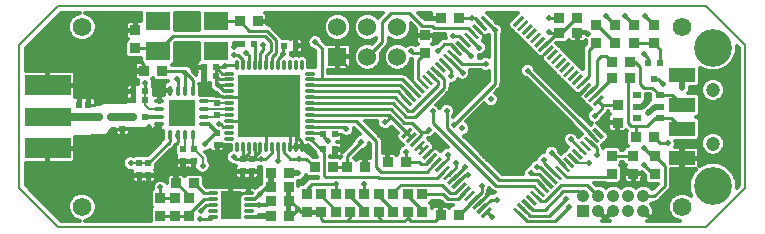
<source format=gtl>
G04 (created by PCBNEW-RS274X (2010-12-28 BZR 2695)-testing) date Sun Apr 24 11:48:03 2011*
G01*
G70*
G90*
%MOIN*%
G04 Gerber Fmt 3.4, Leading zero omitted, Abs format*
%FSLAX34Y34*%
G04 APERTURE LIST*
%ADD10C,0.008000*%
%ADD11R,0.157500X0.059100*%
%ADD12R,0.157500X0.068900*%
%ADD13R,0.022000X0.022000*%
%ADD14R,0.081700X0.063000*%
%ADD15R,0.060000X0.060000*%
%ADD16C,0.060000*%
%ADD17C,0.062000*%
%ADD18R,0.034000X0.034000*%
%ADD19R,0.042000X0.042000*%
%ADD20C,0.042000*%
%ADD21R,0.022000X0.020000*%
%ADD22R,0.023600X0.023600*%
%ADD23R,0.031500X0.021700*%
%ADD24O,0.035400X0.011000*%
%ADD25O,0.011000X0.035400*%
%ADD26R,0.208700X0.208700*%
%ADD27C,0.023600*%
%ADD28O,0.039400X0.013800*%
%ADD29O,0.013800X0.039400*%
%ADD30R,0.085000X0.085000*%
%ADD31C,0.019700*%
%ADD32O,0.038000X0.011000*%
%ADD33R,0.065000X0.094500*%
%ADD34R,0.088600X0.047200*%
%ADD35C,0.047200*%
%ADD36C,0.126000*%
%ADD37C,0.020000*%
%ADD38C,0.012000*%
%ADD39C,0.010000*%
%ADD40C,0.007000*%
%ADD41C,0.014000*%
%ADD42C,0.020000*%
%ADD43C,0.025000*%
G04 APERTURE END LIST*
G54D10*
X19200Y-14320D02*
X40800Y-14320D01*
X40800Y-21680D02*
X19200Y-21680D01*
X17900Y-20380D02*
X17900Y-15620D01*
X42100Y-20380D02*
X42100Y-15620D01*
X17900Y-20380D02*
X19200Y-21680D01*
X42100Y-20380D02*
X40800Y-21680D01*
X42100Y-15620D02*
X40800Y-14320D01*
X17900Y-15620D02*
X19200Y-14320D01*
G54D11*
X18837Y-18000D03*
G54D12*
X18837Y-16951D03*
X18837Y-19049D03*
G54D13*
X20966Y-18000D03*
X20566Y-18000D03*
G54D14*
X22531Y-15792D03*
X24469Y-14808D03*
X24469Y-15792D03*
X22531Y-14808D03*
G54D10*
G36*
X34735Y-21301D02*
X34656Y-21380D01*
X34351Y-21075D01*
X34430Y-20996D01*
X34735Y-21301D01*
X34735Y-21301D01*
G37*
G36*
X34874Y-21161D02*
X34795Y-21240D01*
X34490Y-20935D01*
X34569Y-20856D01*
X34874Y-21161D01*
X34874Y-21161D01*
G37*
G36*
X35014Y-21022D02*
X34935Y-21101D01*
X34630Y-20796D01*
X34709Y-20717D01*
X35014Y-21022D01*
X35014Y-21022D01*
G37*
G36*
X35152Y-20883D02*
X35073Y-20962D01*
X34768Y-20657D01*
X34847Y-20578D01*
X35152Y-20883D01*
X35152Y-20883D01*
G37*
G36*
X35292Y-20744D02*
X35213Y-20823D01*
X34908Y-20518D01*
X34987Y-20439D01*
X35292Y-20744D01*
X35292Y-20744D01*
G37*
G36*
X35431Y-20605D02*
X35352Y-20684D01*
X35047Y-20379D01*
X35126Y-20300D01*
X35431Y-20605D01*
X35431Y-20605D01*
G37*
G36*
X35570Y-20466D02*
X35491Y-20545D01*
X35186Y-20240D01*
X35265Y-20161D01*
X35570Y-20466D01*
X35570Y-20466D01*
G37*
G36*
X35709Y-20326D02*
X35630Y-20405D01*
X35325Y-20100D01*
X35404Y-20021D01*
X35709Y-20326D01*
X35709Y-20326D01*
G37*
G36*
X35849Y-20187D02*
X35770Y-20266D01*
X35465Y-19961D01*
X35544Y-19882D01*
X35849Y-20187D01*
X35849Y-20187D01*
G37*
G36*
X35988Y-20048D02*
X35909Y-20127D01*
X35604Y-19822D01*
X35683Y-19743D01*
X35988Y-20048D01*
X35988Y-20048D01*
G37*
G36*
X36127Y-19909D02*
X36048Y-19988D01*
X35743Y-19683D01*
X35822Y-19604D01*
X36127Y-19909D01*
X36127Y-19909D01*
G37*
G36*
X36266Y-19770D02*
X36187Y-19849D01*
X35882Y-19544D01*
X35961Y-19465D01*
X36266Y-19770D01*
X36266Y-19770D01*
G37*
G36*
X36405Y-19630D02*
X36326Y-19709D01*
X36021Y-19404D01*
X36100Y-19325D01*
X36405Y-19630D01*
X36405Y-19630D01*
G37*
G36*
X36545Y-19491D02*
X36466Y-19570D01*
X36161Y-19265D01*
X36240Y-19186D01*
X36545Y-19491D01*
X36545Y-19491D01*
G37*
G36*
X36684Y-19352D02*
X36605Y-19431D01*
X36300Y-19126D01*
X36379Y-19047D01*
X36684Y-19352D01*
X36684Y-19352D01*
G37*
G36*
X36823Y-19213D02*
X36744Y-19292D01*
X36439Y-18987D01*
X36518Y-18908D01*
X36823Y-19213D01*
X36823Y-19213D01*
G37*
G36*
X36962Y-19073D02*
X36883Y-19152D01*
X36578Y-18847D01*
X36657Y-18768D01*
X36962Y-19073D01*
X36962Y-19073D01*
G37*
G36*
X37101Y-18935D02*
X37022Y-19014D01*
X36717Y-18709D01*
X36796Y-18630D01*
X37101Y-18935D01*
X37101Y-18935D01*
G37*
G36*
X37240Y-18795D02*
X37161Y-18874D01*
X36856Y-18569D01*
X36935Y-18490D01*
X37240Y-18795D01*
X37240Y-18795D01*
G37*
G36*
X37380Y-18656D02*
X37301Y-18735D01*
X36996Y-18430D01*
X37075Y-18351D01*
X37380Y-18656D01*
X37380Y-18656D01*
G37*
G36*
X37301Y-17265D02*
X37380Y-17344D01*
X37075Y-17649D01*
X36996Y-17570D01*
X37301Y-17265D01*
X37301Y-17265D01*
G37*
G36*
X37161Y-17126D02*
X37240Y-17205D01*
X36935Y-17510D01*
X36856Y-17431D01*
X37161Y-17126D01*
X37161Y-17126D01*
G37*
G36*
X37022Y-16986D02*
X37101Y-17065D01*
X36796Y-17370D01*
X36717Y-17291D01*
X37022Y-16986D01*
X37022Y-16986D01*
G37*
G36*
X36883Y-16848D02*
X36962Y-16927D01*
X36657Y-17232D01*
X36578Y-17153D01*
X36883Y-16848D01*
X36883Y-16848D01*
G37*
G36*
X36744Y-16708D02*
X36823Y-16787D01*
X36518Y-17092D01*
X36439Y-17013D01*
X36744Y-16708D01*
X36744Y-16708D01*
G37*
G36*
X36605Y-16569D02*
X36684Y-16648D01*
X36379Y-16953D01*
X36300Y-16874D01*
X36605Y-16569D01*
X36605Y-16569D01*
G37*
G36*
X36466Y-16430D02*
X36545Y-16509D01*
X36240Y-16814D01*
X36161Y-16735D01*
X36466Y-16430D01*
X36466Y-16430D01*
G37*
G36*
X36326Y-16291D02*
X36405Y-16370D01*
X36100Y-16675D01*
X36021Y-16596D01*
X36326Y-16291D01*
X36326Y-16291D01*
G37*
G36*
X36187Y-16151D02*
X36266Y-16230D01*
X35961Y-16535D01*
X35882Y-16456D01*
X36187Y-16151D01*
X36187Y-16151D01*
G37*
G36*
X36048Y-16012D02*
X36127Y-16091D01*
X35822Y-16396D01*
X35743Y-16317D01*
X36048Y-16012D01*
X36048Y-16012D01*
G37*
G36*
X35909Y-15873D02*
X35988Y-15952D01*
X35683Y-16257D01*
X35604Y-16178D01*
X35909Y-15873D01*
X35909Y-15873D01*
G37*
G36*
X35770Y-15734D02*
X35849Y-15813D01*
X35544Y-16118D01*
X35465Y-16039D01*
X35770Y-15734D01*
X35770Y-15734D01*
G37*
G36*
X35630Y-15595D02*
X35709Y-15674D01*
X35404Y-15979D01*
X35325Y-15900D01*
X35630Y-15595D01*
X35630Y-15595D01*
G37*
G36*
X35491Y-15455D02*
X35570Y-15534D01*
X35265Y-15839D01*
X35186Y-15760D01*
X35491Y-15455D01*
X35491Y-15455D01*
G37*
G36*
X35352Y-15316D02*
X35431Y-15395D01*
X35126Y-15700D01*
X35047Y-15621D01*
X35352Y-15316D01*
X35352Y-15316D01*
G37*
G36*
X35213Y-15177D02*
X35292Y-15256D01*
X34987Y-15561D01*
X34908Y-15482D01*
X35213Y-15177D01*
X35213Y-15177D01*
G37*
G36*
X35073Y-15038D02*
X35152Y-15117D01*
X34847Y-15422D01*
X34768Y-15343D01*
X35073Y-15038D01*
X35073Y-15038D01*
G37*
G36*
X34935Y-14899D02*
X35014Y-14978D01*
X34709Y-15283D01*
X34630Y-15204D01*
X34935Y-14899D01*
X34935Y-14899D01*
G37*
G36*
X34795Y-14760D02*
X34874Y-14839D01*
X34569Y-15144D01*
X34490Y-15065D01*
X34795Y-14760D01*
X34795Y-14760D01*
G37*
G36*
X34656Y-14620D02*
X34735Y-14699D01*
X34430Y-15004D01*
X34351Y-14925D01*
X34656Y-14620D01*
X34656Y-14620D01*
G37*
G36*
X33649Y-14925D02*
X33570Y-15004D01*
X33265Y-14699D01*
X33344Y-14620D01*
X33649Y-14925D01*
X33649Y-14925D01*
G37*
G36*
X33510Y-15065D02*
X33431Y-15144D01*
X33126Y-14839D01*
X33205Y-14760D01*
X33510Y-15065D01*
X33510Y-15065D01*
G37*
G36*
X33370Y-15204D02*
X33291Y-15283D01*
X32986Y-14978D01*
X33065Y-14899D01*
X33370Y-15204D01*
X33370Y-15204D01*
G37*
G36*
X33232Y-15343D02*
X33153Y-15422D01*
X32848Y-15117D01*
X32927Y-15038D01*
X33232Y-15343D01*
X33232Y-15343D01*
G37*
G36*
X33092Y-15482D02*
X33013Y-15561D01*
X32708Y-15256D01*
X32787Y-15177D01*
X33092Y-15482D01*
X33092Y-15482D01*
G37*
G36*
X32953Y-15621D02*
X32874Y-15700D01*
X32569Y-15395D01*
X32648Y-15316D01*
X32953Y-15621D01*
X32953Y-15621D01*
G37*
G36*
X32814Y-15760D02*
X32735Y-15839D01*
X32430Y-15534D01*
X32509Y-15455D01*
X32814Y-15760D01*
X32814Y-15760D01*
G37*
G36*
X32675Y-15900D02*
X32596Y-15979D01*
X32291Y-15674D01*
X32370Y-15595D01*
X32675Y-15900D01*
X32675Y-15900D01*
G37*
G36*
X32535Y-16039D02*
X32456Y-16118D01*
X32151Y-15813D01*
X32230Y-15734D01*
X32535Y-16039D01*
X32535Y-16039D01*
G37*
G36*
X32396Y-16178D02*
X32317Y-16257D01*
X32012Y-15952D01*
X32091Y-15873D01*
X32396Y-16178D01*
X32396Y-16178D01*
G37*
G36*
X32257Y-16317D02*
X32178Y-16396D01*
X31873Y-16091D01*
X31952Y-16012D01*
X32257Y-16317D01*
X32257Y-16317D01*
G37*
G36*
X32118Y-16456D02*
X32039Y-16535D01*
X31734Y-16230D01*
X31813Y-16151D01*
X32118Y-16456D01*
X32118Y-16456D01*
G37*
G36*
X31979Y-16596D02*
X31900Y-16675D01*
X31595Y-16370D01*
X31674Y-16291D01*
X31979Y-16596D01*
X31979Y-16596D01*
G37*
G36*
X31839Y-16735D02*
X31760Y-16814D01*
X31455Y-16509D01*
X31534Y-16430D01*
X31839Y-16735D01*
X31839Y-16735D01*
G37*
G36*
X31700Y-16874D02*
X31621Y-16953D01*
X31316Y-16648D01*
X31395Y-16569D01*
X31700Y-16874D01*
X31700Y-16874D01*
G37*
G36*
X31561Y-17013D02*
X31482Y-17092D01*
X31177Y-16787D01*
X31256Y-16708D01*
X31561Y-17013D01*
X31561Y-17013D01*
G37*
G36*
X31422Y-17153D02*
X31343Y-17232D01*
X31038Y-16927D01*
X31117Y-16848D01*
X31422Y-17153D01*
X31422Y-17153D01*
G37*
G36*
X31283Y-17291D02*
X31204Y-17370D01*
X30899Y-17065D01*
X30978Y-16986D01*
X31283Y-17291D01*
X31283Y-17291D01*
G37*
G36*
X31144Y-17431D02*
X31065Y-17510D01*
X30760Y-17205D01*
X30839Y-17126D01*
X31144Y-17431D01*
X31144Y-17431D01*
G37*
G36*
X31004Y-17570D02*
X30925Y-17649D01*
X30620Y-17344D01*
X30699Y-17265D01*
X31004Y-17570D01*
X31004Y-17570D01*
G37*
G36*
X30925Y-18351D02*
X31004Y-18430D01*
X30699Y-18735D01*
X30620Y-18656D01*
X30925Y-18351D01*
X30925Y-18351D01*
G37*
G36*
X31065Y-18490D02*
X31144Y-18569D01*
X30839Y-18874D01*
X30760Y-18795D01*
X31065Y-18490D01*
X31065Y-18490D01*
G37*
G36*
X31204Y-18630D02*
X31283Y-18709D01*
X30978Y-19014D01*
X30899Y-18935D01*
X31204Y-18630D01*
X31204Y-18630D01*
G37*
G36*
X31343Y-18768D02*
X31422Y-18847D01*
X31117Y-19152D01*
X31038Y-19073D01*
X31343Y-18768D01*
X31343Y-18768D01*
G37*
G36*
X31482Y-18908D02*
X31561Y-18987D01*
X31256Y-19292D01*
X31177Y-19213D01*
X31482Y-18908D01*
X31482Y-18908D01*
G37*
G36*
X31621Y-19047D02*
X31700Y-19126D01*
X31395Y-19431D01*
X31316Y-19352D01*
X31621Y-19047D01*
X31621Y-19047D01*
G37*
G36*
X31760Y-19186D02*
X31839Y-19265D01*
X31534Y-19570D01*
X31455Y-19491D01*
X31760Y-19186D01*
X31760Y-19186D01*
G37*
G36*
X31900Y-19325D02*
X31979Y-19404D01*
X31674Y-19709D01*
X31595Y-19630D01*
X31900Y-19325D01*
X31900Y-19325D01*
G37*
G36*
X32039Y-19465D02*
X32118Y-19544D01*
X31813Y-19849D01*
X31734Y-19770D01*
X32039Y-19465D01*
X32039Y-19465D01*
G37*
G36*
X32178Y-19604D02*
X32257Y-19683D01*
X31952Y-19988D01*
X31873Y-19909D01*
X32178Y-19604D01*
X32178Y-19604D01*
G37*
G36*
X32317Y-19743D02*
X32396Y-19822D01*
X32091Y-20127D01*
X32012Y-20048D01*
X32317Y-19743D01*
X32317Y-19743D01*
G37*
G36*
X32456Y-19882D02*
X32535Y-19961D01*
X32230Y-20266D01*
X32151Y-20187D01*
X32456Y-19882D01*
X32456Y-19882D01*
G37*
G36*
X32596Y-20021D02*
X32675Y-20100D01*
X32370Y-20405D01*
X32291Y-20326D01*
X32596Y-20021D01*
X32596Y-20021D01*
G37*
G36*
X32735Y-20161D02*
X32814Y-20240D01*
X32509Y-20545D01*
X32430Y-20466D01*
X32735Y-20161D01*
X32735Y-20161D01*
G37*
G36*
X32874Y-20300D02*
X32953Y-20379D01*
X32648Y-20684D01*
X32569Y-20605D01*
X32874Y-20300D01*
X32874Y-20300D01*
G37*
G36*
X33013Y-20439D02*
X33092Y-20518D01*
X32787Y-20823D01*
X32708Y-20744D01*
X33013Y-20439D01*
X33013Y-20439D01*
G37*
G36*
X33153Y-20578D02*
X33232Y-20657D01*
X32927Y-20962D01*
X32848Y-20883D01*
X33153Y-20578D01*
X33153Y-20578D01*
G37*
G36*
X33291Y-20717D02*
X33370Y-20796D01*
X33065Y-21101D01*
X32986Y-21022D01*
X33291Y-20717D01*
X33291Y-20717D01*
G37*
G36*
X33431Y-20856D02*
X33510Y-20935D01*
X33205Y-21240D01*
X33126Y-21161D01*
X33431Y-20856D01*
X33431Y-20856D01*
G37*
G36*
X33570Y-20996D02*
X33649Y-21075D01*
X33344Y-21380D01*
X33265Y-21301D01*
X33570Y-20996D01*
X33570Y-20996D01*
G37*
G54D15*
X28500Y-16000D03*
G54D16*
X28500Y-15000D03*
X29500Y-16000D03*
X29500Y-15000D03*
X30500Y-16000D03*
X30500Y-15000D03*
G54D17*
X20000Y-15000D03*
X40000Y-15000D03*
X40000Y-21000D03*
X20000Y-21000D03*
G54D13*
X20200Y-18000D03*
X20200Y-17600D03*
X22100Y-17150D03*
X21700Y-17150D03*
X21332Y-18000D03*
X21332Y-18400D03*
X22100Y-17450D03*
X21700Y-17450D03*
X21700Y-18000D03*
X22100Y-18000D03*
X22199Y-19946D03*
X22199Y-19546D03*
X21899Y-19946D03*
X21899Y-19546D03*
X23712Y-19478D03*
X23712Y-19078D03*
X24495Y-18938D03*
X24495Y-18538D03*
X24050Y-16350D03*
X24450Y-16350D03*
X24050Y-16650D03*
X24450Y-16650D03*
X25340Y-19820D03*
X25340Y-19420D03*
X25640Y-19420D03*
X25640Y-19820D03*
X27110Y-15630D03*
X26710Y-15630D03*
X28020Y-18580D03*
X28420Y-18580D03*
X28020Y-19080D03*
X28420Y-19080D03*
X19900Y-18000D03*
X19900Y-17600D03*
X23352Y-19478D03*
X23352Y-19078D03*
X25730Y-15570D03*
X25330Y-15570D03*
G54D18*
X28440Y-20580D03*
X28440Y-21180D03*
X29400Y-20580D03*
X29400Y-21180D03*
X30360Y-20580D03*
X30360Y-21180D03*
X31320Y-20580D03*
X31320Y-21180D03*
X37640Y-19900D03*
X37640Y-19300D03*
X37120Y-15540D03*
X37120Y-14940D03*
X27960Y-21180D03*
X27960Y-20580D03*
X28920Y-21180D03*
X28920Y-20580D03*
X29880Y-21180D03*
X29880Y-20580D03*
X30840Y-21180D03*
X30840Y-20580D03*
X38360Y-19900D03*
X38360Y-19300D03*
X37760Y-15540D03*
X37760Y-14940D03*
X30780Y-19520D03*
X30180Y-19520D03*
X31940Y-21280D03*
X32540Y-21280D03*
X31420Y-15280D03*
X31420Y-15880D03*
X29420Y-19680D03*
X28820Y-19680D03*
X32540Y-14720D03*
X31940Y-14720D03*
X28340Y-19680D03*
X27740Y-19680D03*
X37840Y-18200D03*
X37840Y-17600D03*
X36500Y-15200D03*
X35900Y-15200D03*
X27480Y-20580D03*
X27480Y-21180D03*
X39080Y-19300D03*
X39080Y-19900D03*
X36500Y-14720D03*
X35900Y-14720D03*
X38400Y-14940D03*
X38400Y-15540D03*
X37660Y-16160D03*
X38260Y-16160D03*
X37660Y-16720D03*
X38260Y-16720D03*
X39040Y-14940D03*
X39040Y-15540D03*
X38460Y-18680D03*
X39060Y-18680D03*
G54D19*
X36700Y-21150D03*
G54D20*
X36700Y-20650D03*
X37200Y-21150D03*
X37200Y-20650D03*
X37700Y-21150D03*
X37700Y-20650D03*
X38200Y-21150D03*
X38200Y-20650D03*
X38700Y-21150D03*
X38700Y-20650D03*
G54D21*
X24495Y-17954D03*
X24495Y-17534D03*
G54D18*
X22050Y-16470D03*
X22650Y-16470D03*
X26880Y-20340D03*
X26280Y-20340D03*
X26880Y-21300D03*
X26280Y-21300D03*
X26880Y-20820D03*
X26280Y-20820D03*
G54D22*
X39257Y-16204D03*
X38863Y-16204D03*
X39060Y-16756D03*
G54D18*
X21760Y-15120D03*
X21760Y-15720D03*
X25840Y-14820D03*
X25240Y-14820D03*
G54D23*
X38476Y-17286D03*
X38476Y-17660D03*
X38476Y-18034D03*
X39244Y-18034D03*
X39244Y-17660D03*
X39244Y-17286D03*
G54D24*
X24873Y-16557D03*
X24873Y-16754D03*
X24873Y-16951D03*
X24873Y-17148D03*
X24873Y-17345D03*
X24873Y-17542D03*
X24873Y-17738D03*
X24873Y-17935D03*
X24873Y-18132D03*
X24873Y-18329D03*
X24873Y-18526D03*
X24873Y-18723D03*
G54D25*
X25148Y-18998D03*
X25345Y-18998D03*
X25542Y-18998D03*
X25739Y-18998D03*
X25936Y-18998D03*
X26133Y-18998D03*
X26329Y-18998D03*
X26526Y-18998D03*
X26723Y-18998D03*
X26920Y-18998D03*
X27117Y-18998D03*
X27314Y-18998D03*
G54D24*
X27589Y-18723D03*
X27589Y-18526D03*
X27589Y-18329D03*
X27589Y-18132D03*
X27589Y-17935D03*
X27589Y-17738D03*
X27589Y-17542D03*
X27589Y-17345D03*
X27589Y-17148D03*
X27589Y-16951D03*
X27589Y-16754D03*
X27589Y-16557D03*
G54D25*
X27314Y-16282D03*
X27117Y-16282D03*
X26920Y-16282D03*
X26723Y-16282D03*
X26526Y-16282D03*
X26329Y-16282D03*
X26133Y-16282D03*
X25936Y-16282D03*
X25739Y-16282D03*
X25542Y-16282D03*
X25345Y-16282D03*
X25148Y-16282D03*
G54D26*
X26231Y-17640D03*
G54D27*
X26231Y-17640D03*
X25581Y-17640D03*
X25581Y-16990D03*
X26231Y-16990D03*
X26881Y-16990D03*
X26881Y-17640D03*
X26881Y-18290D03*
X26231Y-18290D03*
X25581Y-18290D03*
G54D28*
X24054Y-18256D03*
X24054Y-18000D03*
X24054Y-17744D03*
X24054Y-17488D03*
G54D29*
X23690Y-17124D03*
X23434Y-17124D03*
X23178Y-17124D03*
X22922Y-17124D03*
G54D28*
X22558Y-17488D03*
X22558Y-17744D03*
X22558Y-18000D03*
X22558Y-18256D03*
G54D29*
X22922Y-18620D03*
X23178Y-18620D03*
X23434Y-18620D03*
X23690Y-18620D03*
G54D30*
X23306Y-17872D03*
G54D31*
X23306Y-17872D03*
X23011Y-18167D03*
X23601Y-18167D03*
X23601Y-17577D03*
X23011Y-17577D03*
G54D32*
X25543Y-21334D03*
X25543Y-21137D03*
X25543Y-20940D03*
X25543Y-20743D03*
X25543Y-20546D03*
X24337Y-20546D03*
X24337Y-20743D03*
X24337Y-20940D03*
X24337Y-21137D03*
X24337Y-21334D03*
G54D33*
X24940Y-20940D03*
G54D27*
X24940Y-20940D03*
X24743Y-21235D03*
X25137Y-21235D03*
X25137Y-20664D03*
X24743Y-20664D03*
G54D18*
X23120Y-20220D03*
X23720Y-20220D03*
X22600Y-21300D03*
X22600Y-20700D03*
X23080Y-21300D03*
X23080Y-20700D03*
X23560Y-20700D03*
X23560Y-21300D03*
X26280Y-19860D03*
X26880Y-19860D03*
G54D34*
X39984Y-16622D03*
X39984Y-17606D03*
X39984Y-18394D03*
X39984Y-19378D03*
G54D35*
X41017Y-17104D03*
X41017Y-18896D03*
G54D36*
X41017Y-15697D03*
X41017Y-20303D03*
G54D37*
X25900Y-20940D03*
X28170Y-18800D03*
X26030Y-15620D03*
X26690Y-15920D03*
X24550Y-18240D03*
X25960Y-19420D03*
X25040Y-19340D03*
X24520Y-16950D03*
X24740Y-16290D03*
X25060Y-15940D03*
X32150Y-17800D03*
X25460Y-15870D03*
X31670Y-17820D03*
X31540Y-18440D03*
X30090Y-18180D03*
X23434Y-16530D03*
X32290Y-16630D03*
X27220Y-19390D03*
X27760Y-15510D03*
X32670Y-16530D03*
X23160Y-16750D03*
X35560Y-14720D03*
X33760Y-15120D03*
X32390Y-18260D03*
X32180Y-19270D03*
X28790Y-18410D03*
X33440Y-16240D03*
X38100Y-14640D03*
X23967Y-21142D03*
X25900Y-21300D03*
X39990Y-17040D03*
X37140Y-19260D03*
X38860Y-17880D03*
X34950Y-19880D03*
X35640Y-19190D03*
X35390Y-19440D03*
X35160Y-19670D03*
X22598Y-20354D03*
X25910Y-20580D03*
X22100Y-16870D03*
X21610Y-19540D03*
X24080Y-18920D03*
X24010Y-19630D03*
X27190Y-19885D03*
X33620Y-17420D03*
X32660Y-18380D03*
X37080Y-17970D03*
X33310Y-20290D03*
X36280Y-18750D03*
X38750Y-14640D03*
X38730Y-15910D03*
X37460Y-14640D03*
X30780Y-19180D03*
X30960Y-15820D03*
X33000Y-14720D03*
X38720Y-19600D03*
X35560Y-15180D03*
X21890Y-16120D03*
X20910Y-15820D03*
X20590Y-14650D03*
X23520Y-14880D03*
X23005Y-19080D03*
X22995Y-19475D03*
X23120Y-19872D03*
X27180Y-21060D03*
X27440Y-20000D03*
X25925Y-19823D03*
X20846Y-21014D03*
X22028Y-20551D03*
X22146Y-21358D03*
X20545Y-17450D03*
X21340Y-17390D03*
X21645Y-18455D03*
X20710Y-19630D03*
X19810Y-18800D03*
X21040Y-18520D03*
X23710Y-19760D03*
X19340Y-14640D03*
X18220Y-16430D03*
X18220Y-15760D03*
X19440Y-15630D03*
X19905Y-16705D03*
X18835Y-16430D03*
X18840Y-19570D03*
X36840Y-15240D03*
X36270Y-17540D03*
X33610Y-20480D03*
X28720Y-18680D03*
X25060Y-15660D03*
X26980Y-15920D03*
X38860Y-17440D03*
X37490Y-18200D03*
X26180Y-14820D03*
X21760Y-14780D03*
X23770Y-16350D03*
X20960Y-16780D03*
X19570Y-20370D03*
X18230Y-20240D03*
X18230Y-19570D03*
X19340Y-21350D03*
X33120Y-16760D03*
X22460Y-17250D03*
X22680Y-17090D03*
X22300Y-18460D03*
X21620Y-19950D03*
X22480Y-19950D03*
X24040Y-16930D03*
X24340Y-17200D03*
X24780Y-18960D03*
X25060Y-19820D03*
X27660Y-19200D03*
X31800Y-20940D03*
X28700Y-19080D03*
X29420Y-19340D03*
X30180Y-19180D03*
X31800Y-18980D03*
X33140Y-17900D03*
X34100Y-16940D03*
X19900Y-17320D03*
X21700Y-16870D03*
X31070Y-15220D03*
X31590Y-14720D03*
X33480Y-15340D03*
X35240Y-16060D03*
X38000Y-19610D03*
X39990Y-19790D03*
X33640Y-21330D03*
X36110Y-20740D03*
X31840Y-15790D03*
X33830Y-20760D03*
X26530Y-19480D03*
X32460Y-19550D03*
X32950Y-15970D03*
X36230Y-21010D03*
X39355Y-16910D03*
X39520Y-18885D03*
X29400Y-20230D03*
X32840Y-19950D03*
X33220Y-15690D03*
X32360Y-15290D03*
X29290Y-18840D03*
X34840Y-16460D03*
X38730Y-19030D03*
X36890Y-19550D03*
X23907Y-21407D03*
X32750Y-19670D03*
X28440Y-20240D03*
G54D38*
X25900Y-20940D02*
X26160Y-20940D01*
X25543Y-20940D02*
X25900Y-20940D01*
X26160Y-20940D02*
X26280Y-20820D01*
G54D39*
X28020Y-18580D02*
X28020Y-18650D01*
X28020Y-18650D02*
X28170Y-18800D01*
X27589Y-18526D02*
X27966Y-18526D01*
X27966Y-18526D02*
X28020Y-18580D01*
X25936Y-15874D02*
X26030Y-15780D01*
X26030Y-15780D02*
X26030Y-15620D01*
X25936Y-16282D02*
X25936Y-15874D01*
X26690Y-15920D02*
X26690Y-15650D01*
X26690Y-15650D02*
X26710Y-15630D01*
X26526Y-16084D02*
X26690Y-15920D01*
X26526Y-16282D02*
X26526Y-16084D01*
X24699Y-18329D02*
X24873Y-18329D01*
X24699Y-18329D02*
X24610Y-18240D01*
X24610Y-18240D02*
X24550Y-18240D01*
X25120Y-19420D02*
X25040Y-19340D01*
X25340Y-19420D02*
X25120Y-19420D01*
X26329Y-18998D02*
X26329Y-19191D01*
X26100Y-19420D02*
X25960Y-19420D01*
X26329Y-19191D02*
X26100Y-19420D01*
X25960Y-19420D02*
X25640Y-19420D01*
X25340Y-19420D02*
X25640Y-19420D01*
X25936Y-18998D02*
X25936Y-19124D01*
X25936Y-19124D02*
X25640Y-19420D01*
X25739Y-18998D02*
X25739Y-19321D01*
X25739Y-19321D02*
X25640Y-19420D01*
X25542Y-18998D02*
X25542Y-19218D01*
X25542Y-19218D02*
X25340Y-19420D01*
X25345Y-18998D02*
X25345Y-19415D01*
X25345Y-19415D02*
X25340Y-19420D01*
X25148Y-16282D02*
X24748Y-16282D01*
X24680Y-16350D02*
X24740Y-16290D01*
X24680Y-16350D02*
X24450Y-16350D01*
X24748Y-16282D02*
X24740Y-16290D01*
X24873Y-16754D02*
X24554Y-16754D01*
X24554Y-16754D02*
X24450Y-16650D01*
X24450Y-16650D02*
X24450Y-16880D01*
X24450Y-16880D02*
X24520Y-16950D01*
X24718Y-17148D02*
X24520Y-16950D01*
X24873Y-17148D02*
X24718Y-17148D01*
X24521Y-16951D02*
X24873Y-16951D01*
X24521Y-16951D02*
X24520Y-16950D01*
X24450Y-16650D02*
X24450Y-16350D01*
X24450Y-16350D02*
X24657Y-16557D01*
X24657Y-16557D02*
X24873Y-16557D01*
X25345Y-16090D02*
X25195Y-15940D01*
X25195Y-15940D02*
X25060Y-15940D01*
X25345Y-16282D02*
X25345Y-16090D01*
X35145Y-20120D02*
X35378Y-20353D01*
X33890Y-20120D02*
X35145Y-20120D01*
X32150Y-18380D02*
X33890Y-20120D01*
X32150Y-17800D02*
X32150Y-18380D01*
X25542Y-15952D02*
X25460Y-15870D01*
X25542Y-15952D02*
X25542Y-16282D01*
X35239Y-20492D02*
X35236Y-20492D01*
X31670Y-18190D02*
X31670Y-17820D01*
X33782Y-20302D02*
X31670Y-18190D01*
X35046Y-20302D02*
X33782Y-20302D01*
X35236Y-20492D02*
X35046Y-20302D01*
X27589Y-17542D02*
X30344Y-17542D01*
X32060Y-16756D02*
X31787Y-16483D01*
X32060Y-17030D02*
X32060Y-16756D01*
X31100Y-17990D02*
X32060Y-17030D01*
X30792Y-17990D02*
X31100Y-17990D01*
X30344Y-17542D02*
X30792Y-17990D01*
X31480Y-18500D02*
X31300Y-18500D01*
X31540Y-18440D02*
X31480Y-18500D01*
X27589Y-17738D02*
X30278Y-17738D01*
X31300Y-18613D02*
X31091Y-18822D01*
X31300Y-18500D02*
X31300Y-18613D01*
X30990Y-18190D02*
X31300Y-18500D01*
X30730Y-18190D02*
X30990Y-18190D01*
X30278Y-17738D02*
X30730Y-18190D01*
X30204Y-18066D02*
X30204Y-17935D01*
X30090Y-18180D02*
X30204Y-18066D01*
G54D40*
X30952Y-18682D02*
X30951Y-18682D01*
X30951Y-18682D02*
X30812Y-18543D01*
G54D39*
X30204Y-17935D02*
X30951Y-18682D01*
X27589Y-17935D02*
X30204Y-17935D01*
X32290Y-16430D02*
X32290Y-16630D01*
X32065Y-16205D02*
X32290Y-16430D01*
X32065Y-16204D02*
X32065Y-16205D01*
X23434Y-17124D02*
X23434Y-16530D01*
X23434Y-16530D02*
X23434Y-16524D01*
X23434Y-16524D02*
X23440Y-16530D01*
X23690Y-17124D02*
X23690Y-16780D01*
X23690Y-16780D02*
X23440Y-16530D01*
X23380Y-16470D02*
X22650Y-16470D01*
X23440Y-16530D02*
X23380Y-16470D01*
X27220Y-19390D02*
X27450Y-19390D01*
X27450Y-19390D02*
X27740Y-19680D01*
X26723Y-18998D02*
X26723Y-19183D01*
X26930Y-19390D02*
X27220Y-19390D01*
X26723Y-19183D02*
X26930Y-19390D01*
X27970Y-15720D02*
X27970Y-16754D01*
X27760Y-15510D02*
X27970Y-15720D01*
X27589Y-16754D02*
X27970Y-16754D01*
X27970Y-16754D02*
X30667Y-16754D01*
X30667Y-16754D02*
X31091Y-17178D01*
X32205Y-16065D02*
X32204Y-16065D01*
X32205Y-16065D02*
X32670Y-16530D01*
X23178Y-16768D02*
X23160Y-16750D01*
X23178Y-17124D02*
X23178Y-16768D01*
X35900Y-14720D02*
X35560Y-14720D01*
X33760Y-16890D02*
X33760Y-15120D01*
X32390Y-18260D02*
X33760Y-16890D01*
X33457Y-14812D02*
X33457Y-14817D01*
X33457Y-14817D02*
X33760Y-15120D01*
X27589Y-18329D02*
X28709Y-18329D01*
X31926Y-19654D02*
X31926Y-19657D01*
X32180Y-19400D02*
X31926Y-19654D01*
X32180Y-19380D02*
X32180Y-19400D01*
X32180Y-19270D02*
X32180Y-19380D01*
X28709Y-18329D02*
X28790Y-18410D01*
X31850Y-16825D02*
X31647Y-16622D01*
X31850Y-16940D02*
X31850Y-16825D01*
X30990Y-17800D02*
X31850Y-16940D01*
X30860Y-17800D02*
X30990Y-17800D01*
X30405Y-17345D02*
X30860Y-17800D01*
X27589Y-17345D02*
X30405Y-17345D01*
X27589Y-17148D02*
X30503Y-17148D01*
X30503Y-17148D02*
X30812Y-17457D01*
X27589Y-16951D02*
X30585Y-16951D01*
X30585Y-16951D02*
X30952Y-17318D01*
X27589Y-18132D02*
X29112Y-18132D01*
X31474Y-19830D02*
X31787Y-19517D01*
X29960Y-19830D02*
X31474Y-19830D01*
X29800Y-19670D02*
X29960Y-19830D01*
X29800Y-18820D02*
X29800Y-19670D01*
X29112Y-18132D02*
X29800Y-18820D01*
X32346Y-15926D02*
X32660Y-16240D01*
X32660Y-16240D02*
X33440Y-16240D01*
X38400Y-14940D02*
X38100Y-14640D01*
X32346Y-15926D02*
X32343Y-15926D01*
X24129Y-20940D02*
X23967Y-21102D01*
X23967Y-21102D02*
X23967Y-21142D01*
X24337Y-20940D02*
X24129Y-20940D01*
G54D41*
X25543Y-21334D02*
X25866Y-21334D01*
X25866Y-21334D02*
X25900Y-21300D01*
G54D42*
X25900Y-21300D02*
X26280Y-21300D01*
X39984Y-16622D02*
X39984Y-17034D01*
X39984Y-17034D02*
X39990Y-17040D01*
G54D39*
X36912Y-18822D02*
X37140Y-19050D01*
X37140Y-19050D02*
X37140Y-19260D01*
X36909Y-18822D02*
X36912Y-18822D01*
G54D42*
X39080Y-17660D02*
X38860Y-17880D01*
X39080Y-17660D02*
X39244Y-17660D01*
G54D39*
X35214Y-19910D02*
X35517Y-20213D01*
X34980Y-19910D02*
X35214Y-19910D01*
X34950Y-19880D02*
X34980Y-19910D01*
X36074Y-19657D02*
X36074Y-19654D01*
X35640Y-19220D02*
X35640Y-19190D01*
X36074Y-19654D02*
X35640Y-19220D01*
X35796Y-19935D02*
X35795Y-19935D01*
X35390Y-19530D02*
X35390Y-19440D01*
X35795Y-19935D02*
X35390Y-19530D01*
X35657Y-20074D02*
X35654Y-20074D01*
X35250Y-19670D02*
X35160Y-19670D01*
X35654Y-20074D02*
X35250Y-19670D01*
G54D42*
X26280Y-20340D02*
X26280Y-19860D01*
G54D39*
X22600Y-20700D02*
X23080Y-20700D01*
X22600Y-20356D02*
X22600Y-20700D01*
X22600Y-20356D02*
X22598Y-20354D01*
G54D38*
X26280Y-20340D02*
X26150Y-20340D01*
X26150Y-20340D02*
X25910Y-20580D01*
X25747Y-20743D02*
X25910Y-20580D01*
X25747Y-20743D02*
X25543Y-20743D01*
G54D39*
X22922Y-18823D02*
X22199Y-19546D01*
X22922Y-18620D02*
X22922Y-18823D01*
X22100Y-17150D02*
X22100Y-16870D01*
G54D10*
X21616Y-19546D02*
X21610Y-19540D01*
X21616Y-19546D02*
X21899Y-19546D01*
G54D41*
X24462Y-18538D02*
X24080Y-18920D01*
X24462Y-18538D02*
X24495Y-18538D01*
G54D10*
X23712Y-19082D02*
X23712Y-19078D01*
X23712Y-19082D02*
X24010Y-19380D01*
X24010Y-19380D02*
X24010Y-19630D01*
G54D41*
X24054Y-18256D02*
X24213Y-18256D01*
X24213Y-18256D02*
X24495Y-18538D01*
G54D10*
X23690Y-19056D02*
X23712Y-19078D01*
X23690Y-18620D02*
X23690Y-19056D01*
X22199Y-19546D02*
X21899Y-19546D01*
X22230Y-17740D02*
X22554Y-17740D01*
X22230Y-17740D02*
X22100Y-17610D01*
X22100Y-17450D02*
X22100Y-17610D01*
X22554Y-17740D02*
X22558Y-17744D01*
X22100Y-17150D02*
X22100Y-17450D01*
G54D42*
X27165Y-19860D02*
X27190Y-19885D01*
X27165Y-19860D02*
X26880Y-19860D01*
G54D39*
X37331Y-17600D02*
X37331Y-17719D01*
X37331Y-17719D02*
X37080Y-17970D01*
X33310Y-20500D02*
X33310Y-20290D01*
X33040Y-20770D02*
X33310Y-20500D01*
X30780Y-19520D02*
X31230Y-19520D01*
X31445Y-19580D02*
X31647Y-19378D01*
X31290Y-19580D02*
X31445Y-19580D01*
X31230Y-19520D02*
X31290Y-19580D01*
X36630Y-19100D02*
X36280Y-18750D01*
X36631Y-19100D02*
X36630Y-19100D01*
X37840Y-17600D02*
X37450Y-17600D01*
X37450Y-17600D02*
X37331Y-17600D01*
X37331Y-17600D02*
X37188Y-17457D01*
X39040Y-14930D02*
X39040Y-14940D01*
X39040Y-14930D02*
X38750Y-14640D01*
X38863Y-16043D02*
X38730Y-15910D01*
X38863Y-16043D02*
X38863Y-16204D01*
X37460Y-14640D02*
X37760Y-14940D01*
X35900Y-15200D02*
X35960Y-15200D01*
X36440Y-14720D02*
X36500Y-14720D01*
X35960Y-15200D02*
X36440Y-14720D01*
X35900Y-15200D02*
X35825Y-15200D01*
X35825Y-15200D02*
X35378Y-15647D01*
X30780Y-19180D02*
X30780Y-19520D01*
X31020Y-15880D02*
X30960Y-15820D01*
X31420Y-15880D02*
X31020Y-15880D01*
X32540Y-14720D02*
X33000Y-14720D01*
X39020Y-19900D02*
X38720Y-19600D01*
X39020Y-19900D02*
X39080Y-19900D01*
X35580Y-15200D02*
X35560Y-15180D01*
X35900Y-15200D02*
X35580Y-15200D01*
X32540Y-14720D02*
X33086Y-14720D01*
X31190Y-16110D02*
X31420Y-15880D01*
X31190Y-16720D02*
X31190Y-16110D01*
X31369Y-16899D02*
X31190Y-16720D01*
X31369Y-16900D02*
X31369Y-16899D01*
X32540Y-21280D02*
X32540Y-21270D01*
X32540Y-21270D02*
X33040Y-20770D01*
X33086Y-14720D02*
X33318Y-14952D01*
X22050Y-16280D02*
X22050Y-16470D01*
X22050Y-16280D02*
X21890Y-16120D01*
X23178Y-18847D02*
X23178Y-18620D01*
X23005Y-19020D02*
X23005Y-19080D01*
X23178Y-18847D02*
X23005Y-19020D01*
X22998Y-19478D02*
X22995Y-19475D01*
X22998Y-19478D02*
X23352Y-19478D01*
X23120Y-19872D02*
X23120Y-20220D01*
X25922Y-19820D02*
X25925Y-19823D01*
X25922Y-19820D02*
X25640Y-19820D01*
X23560Y-20700D02*
X23560Y-20627D01*
X23560Y-20627D02*
X23153Y-20220D01*
X23153Y-20220D02*
X23120Y-20220D01*
X25543Y-20546D02*
X25334Y-20546D01*
X25334Y-20546D02*
X24940Y-20940D01*
X26880Y-20820D02*
X26940Y-20820D01*
X26940Y-21300D02*
X27180Y-21060D01*
X26880Y-21300D02*
X26940Y-21300D01*
X27300Y-21180D02*
X27480Y-21180D01*
X27300Y-21180D02*
X27180Y-21060D01*
X26940Y-20820D02*
X27180Y-21060D01*
X26880Y-20820D02*
X26880Y-21300D01*
X26880Y-20340D02*
X26880Y-20820D01*
X23183Y-20220D02*
X23120Y-20220D01*
X20395Y-17600D02*
X20545Y-17450D01*
X20395Y-17600D02*
X20200Y-17600D01*
X21700Y-17450D02*
X21400Y-17450D01*
X21400Y-17450D02*
X21340Y-17390D01*
X21590Y-18400D02*
X21332Y-18400D01*
X21645Y-18455D02*
X21590Y-18400D01*
X21332Y-18400D02*
X21160Y-18400D01*
X21160Y-18400D02*
X21040Y-18520D01*
X23712Y-19758D02*
X23710Y-19760D01*
X23712Y-19478D02*
X23712Y-19758D01*
X18837Y-16951D02*
X18837Y-16432D01*
X18837Y-16432D02*
X18835Y-16430D01*
X18837Y-19567D02*
X18840Y-19570D01*
X18837Y-19049D02*
X18837Y-19567D01*
X36800Y-15200D02*
X36840Y-15240D01*
X36800Y-15200D02*
X36500Y-15200D01*
X36770Y-17040D02*
X36270Y-17540D01*
X33181Y-20909D02*
X33610Y-20480D01*
X33181Y-20909D02*
X33178Y-20909D01*
X28620Y-18580D02*
X28420Y-18580D01*
X28620Y-18580D02*
X28720Y-18680D01*
X29980Y-21480D02*
X28820Y-21480D01*
X27960Y-21180D02*
X27960Y-21410D01*
X27960Y-21410D02*
X28030Y-21480D01*
X28820Y-21480D02*
X28030Y-21480D01*
X25330Y-15570D02*
X25150Y-15570D01*
X25150Y-15570D02*
X25060Y-15660D01*
X27110Y-15790D02*
X26980Y-15920D01*
X27110Y-15790D02*
X27110Y-15630D01*
G54D42*
X38640Y-17660D02*
X38860Y-17440D01*
X38640Y-17660D02*
X38476Y-17660D01*
G54D39*
X37490Y-18200D02*
X37840Y-18200D01*
X26180Y-14820D02*
X25840Y-14820D01*
X21760Y-14780D02*
X21760Y-15120D01*
X24050Y-16350D02*
X23770Y-16350D01*
X22558Y-17348D02*
X22460Y-17250D01*
X22558Y-17348D02*
X22558Y-17488D01*
G54D40*
X22714Y-17124D02*
X22680Y-17090D01*
X22922Y-17124D02*
X22714Y-17124D01*
G54D39*
X22504Y-18256D02*
X22300Y-18460D01*
X22558Y-18256D02*
X22504Y-18256D01*
X21624Y-19946D02*
X21620Y-19950D01*
X21624Y-19946D02*
X21899Y-19946D01*
X22476Y-19946D02*
X22480Y-19950D01*
X22476Y-19946D02*
X22199Y-19946D01*
X24050Y-16920D02*
X24050Y-16650D01*
X24050Y-16920D02*
X24040Y-16930D01*
X24873Y-17345D02*
X24695Y-17345D01*
X24450Y-17310D02*
X24340Y-17200D01*
X24660Y-17310D02*
X24450Y-17310D01*
X24695Y-17345D02*
X24660Y-17310D01*
X24758Y-18938D02*
X24780Y-18960D01*
X24495Y-18938D02*
X24758Y-18938D01*
X25060Y-19820D02*
X25340Y-19820D01*
X27516Y-19200D02*
X27660Y-19200D01*
X27516Y-19200D02*
X27314Y-18998D01*
X31940Y-21080D02*
X31800Y-20940D01*
X31940Y-21080D02*
X31940Y-21280D01*
X28420Y-19080D02*
X28700Y-19080D01*
X29420Y-19340D02*
X29420Y-19680D01*
X30180Y-19180D02*
X30180Y-19520D01*
X31508Y-19232D02*
X31760Y-18980D01*
X31508Y-19232D02*
X31508Y-19239D01*
X31760Y-18980D02*
X31800Y-18980D01*
X19900Y-17320D02*
X19900Y-17600D01*
X21700Y-16870D02*
X21700Y-17150D01*
G54D40*
X31130Y-15280D02*
X31070Y-15220D01*
X31130Y-15280D02*
X31420Y-15280D01*
X31590Y-14720D02*
X31940Y-14720D01*
X33181Y-15091D02*
X33430Y-15340D01*
X33181Y-15091D02*
X33178Y-15091D01*
X33430Y-15340D02*
X33480Y-15340D01*
X35513Y-15787D02*
X35240Y-16060D01*
X35513Y-15787D02*
X35517Y-15787D01*
G54D39*
X38290Y-19900D02*
X38000Y-19610D01*
X38360Y-19900D02*
X38290Y-19900D01*
X39994Y-19786D02*
X39990Y-19790D01*
X39994Y-19786D02*
X39994Y-19378D01*
X31230Y-17040D02*
X30640Y-16450D01*
X30640Y-16450D02*
X28950Y-16450D01*
X28950Y-16450D02*
X28500Y-16000D01*
X30840Y-21180D02*
X30840Y-21380D01*
X30840Y-21380D02*
X30940Y-21480D01*
X30940Y-21480D02*
X31740Y-21480D01*
X31740Y-21480D02*
X31940Y-21280D01*
X29880Y-21180D02*
X29880Y-21380D01*
X29880Y-21380D02*
X29980Y-21480D01*
X28920Y-21180D02*
X28920Y-21380D01*
X28920Y-21380D02*
X28820Y-21480D01*
X27480Y-21180D02*
X27480Y-21200D01*
X27500Y-21180D02*
X27960Y-21180D01*
X27480Y-21200D02*
X27500Y-21180D01*
G54D40*
X30840Y-21180D02*
X30840Y-21360D01*
G54D39*
X30720Y-21480D02*
X29980Y-21480D01*
X30840Y-21360D02*
X30720Y-21480D01*
X26920Y-18998D02*
X27117Y-18998D01*
X27117Y-18998D02*
X27314Y-18998D01*
X27314Y-18998D02*
X27314Y-18824D01*
X26231Y-17741D02*
X26231Y-17640D01*
X27314Y-18824D02*
X26231Y-17741D01*
X27117Y-18998D02*
X27117Y-18526D01*
X27117Y-18526D02*
X26231Y-17640D01*
X26920Y-18998D02*
X26920Y-18329D01*
X26920Y-18329D02*
X26231Y-17640D01*
X26133Y-18998D02*
X26133Y-17738D01*
X26133Y-17738D02*
X26231Y-17640D01*
X24873Y-18132D02*
X25739Y-18132D01*
X25739Y-18132D02*
X26231Y-17640D01*
X24873Y-17345D02*
X25936Y-17345D01*
X25936Y-17345D02*
X26231Y-17640D01*
X27960Y-20580D02*
X27960Y-20640D01*
X27960Y-20640D02*
X28440Y-21120D01*
X28440Y-21120D02*
X28440Y-21180D01*
X28920Y-20580D02*
X28920Y-20640D01*
X28920Y-20640D02*
X29400Y-21120D01*
X29400Y-21120D02*
X29400Y-21180D01*
X29880Y-20580D02*
X29880Y-20640D01*
X29880Y-20640D02*
X30360Y-21120D01*
X30360Y-21120D02*
X30360Y-21180D01*
X37120Y-14940D02*
X37140Y-14940D01*
X37140Y-14940D02*
X37740Y-15540D01*
X37740Y-15540D02*
X37760Y-15540D01*
X37640Y-19300D02*
X38360Y-19300D01*
X30840Y-20580D02*
X30840Y-20640D01*
X30840Y-20640D02*
X31320Y-21120D01*
X31320Y-21120D02*
X31320Y-21180D01*
X31320Y-20580D02*
X32010Y-20580D01*
X32513Y-20740D02*
X32761Y-20492D01*
X32170Y-20740D02*
X32513Y-20740D01*
X32010Y-20580D02*
X32170Y-20740D01*
X33498Y-21188D02*
X33640Y-21330D01*
X33457Y-21188D02*
X33498Y-21188D01*
X35100Y-20631D02*
X35111Y-20631D01*
X36830Y-20280D02*
X37200Y-20650D01*
X35960Y-20280D02*
X36830Y-20280D01*
X35420Y-20820D02*
X35960Y-20280D01*
X35300Y-20820D02*
X35420Y-20820D01*
X35111Y-20631D02*
X35300Y-20820D01*
X34684Y-21048D02*
X34926Y-21290D01*
X34926Y-21290D02*
X35560Y-21290D01*
X35560Y-21290D02*
X36110Y-20740D01*
X34682Y-21048D02*
X34684Y-21048D01*
X24337Y-20546D02*
X24046Y-20546D01*
X24046Y-20546D02*
X23720Y-20220D01*
G54D43*
X19900Y-18000D02*
X18837Y-18000D01*
X20200Y-18000D02*
X19900Y-18000D01*
X20566Y-18000D02*
X20200Y-18000D01*
X21332Y-18000D02*
X21700Y-18000D01*
X20966Y-18000D02*
X21332Y-18000D01*
G54D10*
X24873Y-17935D02*
X24514Y-17935D01*
X24514Y-17935D02*
X24495Y-17954D01*
X24054Y-18000D02*
X24449Y-18000D01*
X24449Y-18000D02*
X24495Y-17954D01*
X24873Y-17542D02*
X24503Y-17542D01*
X24503Y-17542D02*
X24495Y-17534D01*
X24054Y-17488D02*
X24449Y-17488D01*
X24449Y-17488D02*
X24495Y-17534D01*
G54D41*
X22558Y-18000D02*
X22100Y-18000D01*
G54D10*
X23434Y-18620D02*
X23434Y-18996D01*
X23434Y-18996D02*
X23352Y-19078D01*
G54D39*
X26133Y-16282D02*
X26133Y-15935D01*
X23003Y-15320D02*
X22531Y-15792D01*
X26070Y-15320D02*
X23003Y-15320D01*
X26270Y-15520D02*
X26070Y-15320D01*
X26270Y-15798D02*
X26270Y-15520D01*
X26133Y-15935D02*
X26270Y-15798D01*
X21760Y-15720D02*
X22459Y-15720D01*
X22459Y-15720D02*
X22531Y-15792D01*
X26329Y-16282D02*
X26329Y-16001D01*
X25550Y-15130D02*
X25240Y-14820D01*
X26138Y-15130D02*
X25550Y-15130D01*
X26452Y-15444D02*
X26138Y-15130D01*
X26452Y-15878D02*
X26452Y-15444D01*
X26329Y-16001D02*
X26452Y-15878D01*
X25240Y-14820D02*
X24481Y-14820D01*
X24481Y-14820D02*
X24469Y-14808D01*
X25739Y-16282D02*
X25739Y-15579D01*
X25739Y-15579D02*
X25730Y-15570D01*
X29730Y-20000D02*
X29860Y-20000D01*
X28020Y-19180D02*
X28040Y-19200D01*
X28040Y-19200D02*
X28040Y-19940D01*
X28040Y-19940D02*
X28100Y-20000D01*
X28100Y-20000D02*
X29730Y-20000D01*
X28020Y-19080D02*
X28020Y-19180D01*
X31821Y-20040D02*
X32065Y-19796D01*
X29900Y-20040D02*
X31821Y-20040D01*
X29860Y-20000D02*
X29900Y-20040D01*
X28020Y-19080D02*
X27946Y-19080D01*
X27946Y-19080D02*
X27589Y-18723D01*
X32483Y-15787D02*
X32483Y-15783D01*
X32060Y-15570D02*
X31840Y-15790D01*
X32270Y-15570D02*
X32060Y-15570D01*
X32483Y-15783D02*
X32270Y-15570D01*
X33318Y-21048D02*
X33322Y-21048D01*
X33610Y-20760D02*
X33830Y-20760D01*
X33322Y-21048D02*
X33610Y-20760D01*
G54D40*
X24054Y-17744D02*
X24867Y-17744D01*
X24867Y-17744D02*
X24873Y-17738D01*
G54D39*
X32205Y-19935D02*
X32460Y-19680D01*
X32460Y-19680D02*
X32460Y-19550D01*
X32204Y-19935D02*
X32205Y-19935D01*
X26526Y-19476D02*
X26526Y-18998D01*
X26530Y-19480D02*
X26526Y-19476D01*
X32622Y-15647D02*
X32627Y-15647D01*
X32627Y-15647D02*
X32950Y-15970D01*
X33040Y-15230D02*
X32840Y-15030D01*
X30000Y-15500D02*
X29500Y-16000D01*
X30000Y-14840D02*
X30000Y-15500D01*
X30300Y-14540D02*
X30000Y-14840D01*
X30900Y-14540D02*
X30300Y-14540D01*
X31320Y-14960D02*
X30900Y-14540D01*
X31640Y-14960D02*
X31320Y-14960D01*
X31710Y-15030D02*
X31640Y-14960D01*
X32840Y-15030D02*
X31710Y-15030D01*
X35760Y-21480D02*
X36230Y-21010D01*
X34543Y-21188D02*
X34543Y-21193D01*
X34830Y-21480D02*
X35760Y-21480D01*
X34543Y-21193D02*
X34830Y-21480D01*
X34822Y-20909D02*
X34829Y-20909D01*
X36530Y-20480D02*
X36700Y-20650D01*
X36030Y-20480D02*
X36530Y-20480D01*
X35410Y-21100D02*
X36030Y-20480D01*
X35020Y-21100D02*
X35410Y-21100D01*
X34829Y-20909D02*
X35020Y-21100D01*
X39040Y-15540D02*
X38400Y-15540D01*
X39257Y-16204D02*
X39257Y-15757D01*
X39257Y-15757D02*
X39040Y-15540D01*
X39520Y-18885D02*
X39265Y-18885D01*
X39201Y-16756D02*
X39355Y-16910D01*
X39060Y-16756D02*
X39201Y-16756D01*
X39265Y-18885D02*
X39060Y-18680D01*
X32483Y-20213D02*
X32487Y-20213D01*
X29400Y-20230D02*
X29400Y-20580D01*
X32750Y-19950D02*
X32840Y-19950D01*
X32487Y-20213D02*
X32750Y-19950D01*
X30360Y-20580D02*
X30360Y-20510D01*
X32435Y-20540D02*
X32622Y-20353D01*
X32260Y-20540D02*
X32435Y-20540D01*
X31980Y-20260D02*
X32260Y-20540D01*
X30610Y-20260D02*
X31980Y-20260D01*
X30360Y-20510D02*
X30610Y-20260D01*
X37120Y-15540D02*
X36890Y-15770D01*
X36890Y-16641D02*
X36631Y-16900D01*
X36890Y-15770D02*
X36890Y-16641D01*
X32900Y-15370D02*
X32900Y-15369D01*
X32900Y-15370D02*
X33220Y-15690D01*
X31230Y-18960D02*
X31230Y-18961D01*
X31230Y-18961D02*
X31369Y-19100D01*
X32758Y-15508D02*
X32761Y-15508D01*
X32540Y-15290D02*
X32360Y-15290D01*
X32758Y-15508D02*
X32540Y-15290D01*
X35935Y-19796D02*
X35936Y-19796D01*
X36150Y-20010D02*
X37530Y-20010D01*
X37530Y-20010D02*
X37640Y-19900D01*
X35936Y-19796D02*
X36150Y-20010D01*
X37660Y-16720D02*
X37646Y-16720D01*
X37646Y-16720D02*
X37048Y-17318D01*
X37660Y-16160D02*
X37460Y-15960D01*
X37160Y-16927D02*
X36909Y-17178D01*
X37160Y-16100D02*
X37160Y-16927D01*
X37300Y-15960D02*
X37160Y-16100D01*
X37460Y-15960D02*
X37300Y-15960D01*
X28820Y-19680D02*
X28820Y-19310D01*
X28820Y-19310D02*
X29290Y-18840D01*
X37048Y-18668D02*
X37048Y-18682D01*
X34840Y-16460D02*
X37048Y-18668D01*
X28820Y-19680D02*
X28820Y-19600D01*
X28340Y-19680D02*
X28820Y-19680D01*
X39000Y-19300D02*
X39080Y-19300D01*
X38730Y-19030D02*
X39000Y-19300D01*
G54D40*
X36525Y-19550D02*
X36353Y-19378D01*
X36890Y-19550D02*
X36525Y-19550D01*
G54D39*
X39080Y-19300D02*
X39410Y-19630D01*
X39410Y-19630D02*
X39410Y-20300D01*
X39410Y-20300D02*
X39060Y-20650D01*
X39060Y-20650D02*
X38700Y-20650D01*
X39624Y-18034D02*
X39984Y-18394D01*
X39244Y-18034D02*
X39624Y-18034D01*
X38460Y-18680D02*
X38460Y-18300D01*
X38170Y-18200D02*
X38170Y-16810D01*
X39076Y-18034D02*
X38810Y-18300D01*
X38810Y-18300D02*
X38460Y-18300D01*
X38460Y-18300D02*
X38270Y-18300D01*
X38270Y-18300D02*
X38170Y-18200D01*
X39244Y-18034D02*
X39076Y-18034D01*
X38170Y-16810D02*
X38260Y-16720D01*
X39664Y-17286D02*
X39984Y-17606D01*
X39244Y-17286D02*
X39664Y-17286D01*
X38260Y-16160D02*
X38420Y-16160D01*
X39244Y-17284D02*
X38990Y-17030D01*
X38990Y-17030D02*
X38710Y-17030D01*
X38710Y-17030D02*
X38600Y-16920D01*
X38600Y-16920D02*
X38600Y-16340D01*
X38600Y-16340D02*
X38420Y-16160D01*
X39244Y-17284D02*
X39244Y-17286D01*
X23080Y-21300D02*
X22600Y-21300D01*
X23560Y-21300D02*
X23080Y-21300D01*
X24337Y-20743D02*
X24040Y-20743D01*
X23560Y-21223D02*
X23560Y-21300D01*
X24040Y-20743D02*
X23560Y-21223D01*
X24335Y-21334D02*
X24262Y-21407D01*
X24262Y-21407D02*
X23907Y-21407D01*
X24337Y-21334D02*
X24335Y-21334D01*
X32346Y-20074D02*
X32343Y-20074D01*
X32750Y-19670D02*
X32346Y-20074D01*
X28440Y-20240D02*
X27640Y-20240D01*
X27640Y-20240D02*
X27480Y-20400D01*
X27480Y-20400D02*
X27480Y-20580D01*
X28440Y-20580D02*
X28440Y-20240D01*
G54D38*
X19295Y-14530D02*
X19907Y-14530D01*
X20094Y-14530D02*
X21963Y-14530D01*
X19199Y-14626D02*
X19709Y-14626D01*
X20291Y-14626D02*
X21963Y-14626D01*
X19103Y-14722D02*
X19613Y-14722D01*
X20387Y-14722D02*
X21963Y-14722D01*
X19007Y-14818D02*
X19566Y-14818D01*
X20433Y-14818D02*
X21546Y-14818D01*
X21713Y-14818D02*
X21807Y-14818D01*
X18911Y-14914D02*
X19530Y-14914D01*
X20470Y-14914D02*
X21454Y-14914D01*
X21740Y-14914D02*
X21780Y-14914D01*
X18815Y-15010D02*
X19530Y-15010D01*
X20470Y-15010D02*
X21450Y-15010D01*
X21740Y-15010D02*
X21780Y-15010D01*
X18719Y-15106D02*
X19536Y-15106D01*
X20466Y-15106D02*
X21740Y-15106D01*
X21740Y-15106D02*
X21780Y-15106D01*
X18623Y-15202D02*
X19575Y-15202D01*
X20426Y-15202D02*
X21451Y-15202D01*
X18527Y-15298D02*
X19633Y-15298D01*
X20367Y-15298D02*
X21451Y-15298D01*
X18431Y-15394D02*
X19729Y-15394D01*
X20271Y-15394D02*
X21498Y-15394D01*
X18335Y-15490D02*
X21441Y-15490D01*
X18239Y-15586D02*
X21430Y-15586D01*
X18143Y-15682D02*
X21430Y-15682D01*
X18110Y-15778D02*
X21430Y-15778D01*
X18110Y-15874D02*
X21430Y-15874D01*
X18110Y-15970D02*
X21450Y-15970D01*
X18110Y-16066D02*
X21963Y-16066D01*
X18110Y-16162D02*
X21849Y-16162D01*
X18110Y-16258D02*
X21747Y-16258D01*
X18110Y-16354D02*
X21740Y-16354D01*
X18110Y-16450D02*
X22070Y-16450D01*
X18817Y-16546D02*
X18857Y-16546D01*
X19749Y-16546D02*
X21741Y-16546D01*
X18817Y-16642D02*
X18857Y-16642D01*
X19763Y-16642D02*
X21741Y-16642D01*
X18817Y-16738D02*
X18857Y-16738D01*
X19763Y-16738D02*
X21782Y-16738D01*
X18817Y-16834D02*
X18857Y-16834D01*
X19763Y-16834D02*
X21840Y-16834D01*
X18817Y-16930D02*
X18857Y-16930D01*
X19730Y-16930D02*
X19764Y-16930D01*
X19764Y-16930D02*
X21503Y-16930D01*
X21675Y-16930D02*
X21725Y-16930D01*
X19764Y-17026D02*
X21451Y-17026D01*
X21680Y-17026D02*
X21720Y-17026D01*
X19764Y-17122D02*
X21477Y-17122D01*
X21680Y-17122D02*
X21720Y-17122D01*
X19764Y-17218D02*
X21451Y-17218D01*
X21680Y-17218D02*
X21720Y-17218D01*
X19763Y-17314D02*
X21451Y-17314D01*
X21680Y-17314D02*
X21720Y-17314D01*
X19880Y-17410D02*
X19920Y-17410D01*
X20180Y-17410D02*
X20220Y-17410D01*
X20426Y-17410D02*
X21465Y-17410D01*
X21680Y-17410D02*
X21720Y-17410D01*
X19880Y-17506D02*
X19920Y-17506D01*
X20180Y-17506D02*
X20220Y-17506D01*
X20449Y-17506D02*
X20704Y-17506D01*
X22338Y-16718D02*
X22338Y-16718D01*
X22357Y-16814D02*
X22813Y-16814D01*
X22360Y-16910D02*
X22731Y-16910D01*
X22369Y-17006D02*
X22713Y-17006D01*
X22370Y-17102D02*
X22713Y-17102D01*
X22370Y-17198D02*
X22713Y-17198D01*
X22538Y-17294D02*
X22578Y-17294D01*
X22538Y-17390D02*
X22578Y-17390D01*
X22538Y-17486D02*
X22578Y-17486D01*
X23158Y-18600D02*
X23198Y-18600D01*
X23297Y-17852D02*
X23315Y-17852D01*
X23540Y-20680D02*
X23580Y-20680D01*
X23099Y-14530D02*
X23901Y-14530D01*
X23099Y-14626D02*
X23901Y-14626D01*
X23099Y-14722D02*
X23901Y-14722D01*
X23099Y-14818D02*
X23901Y-14818D01*
X23099Y-14914D02*
X23901Y-14914D01*
X23099Y-15010D02*
X23901Y-15010D01*
X23099Y-15106D02*
X23901Y-15106D01*
X23099Y-15530D02*
X23901Y-15530D01*
X23099Y-15626D02*
X23901Y-15626D01*
X23099Y-15722D02*
X23901Y-15722D01*
X23099Y-15818D02*
X23901Y-15818D01*
X23099Y-15914D02*
X23901Y-15914D01*
X23099Y-16010D02*
X23901Y-16010D01*
X23099Y-16106D02*
X23898Y-16106D01*
X23071Y-16202D02*
X23805Y-16202D01*
X23553Y-16298D02*
X23803Y-16298D01*
X23659Y-16394D02*
X23811Y-16394D01*
X24030Y-16394D02*
X24070Y-16394D01*
X23697Y-16490D02*
X23803Y-16490D01*
X24030Y-16490D02*
X24070Y-16490D01*
X23793Y-16586D02*
X23800Y-16586D01*
X24030Y-16586D02*
X24070Y-16586D01*
X24030Y-16682D02*
X24070Y-16682D01*
X24030Y-16778D02*
X24070Y-16778D01*
X24021Y-16874D02*
X24079Y-16874D01*
X23915Y-16970D02*
X24260Y-16970D01*
X23915Y-17066D02*
X24287Y-17066D01*
X23915Y-17162D02*
X24364Y-17162D01*
X23915Y-17258D02*
X24531Y-17258D01*
X24939Y-20911D02*
X24939Y-20911D01*
X24940Y-20911D02*
X24940Y-20911D01*
X25037Y-15530D02*
X25095Y-15530D01*
X25037Y-15626D02*
X25081Y-15626D01*
X22538Y-18236D02*
X22578Y-18236D01*
X22203Y-18332D02*
X22221Y-18332D01*
X22538Y-18332D02*
X22578Y-18332D01*
X20963Y-18428D02*
X21082Y-18428D01*
X21312Y-18428D02*
X21352Y-18428D01*
X21555Y-18428D02*
X22306Y-18428D01*
X22538Y-18428D02*
X22578Y-18428D01*
X20903Y-18524D02*
X21083Y-18524D01*
X21312Y-18524D02*
X21352Y-18524D01*
X21582Y-18524D02*
X21582Y-18524D01*
X21582Y-18524D02*
X22697Y-18524D01*
X20843Y-18620D02*
X21136Y-18620D01*
X21307Y-18620D02*
X21357Y-18620D01*
X21529Y-18620D02*
X21582Y-18620D01*
X21582Y-18620D02*
X22697Y-18620D01*
X19763Y-18716D02*
X21582Y-18716D01*
X21582Y-18716D02*
X22697Y-18716D01*
X19763Y-18812D02*
X21582Y-18812D01*
X21582Y-18812D02*
X22636Y-18812D01*
X19763Y-18908D02*
X21582Y-18908D01*
X21582Y-18908D02*
X22540Y-18908D01*
X19754Y-19004D02*
X21582Y-19004D01*
X21582Y-19004D02*
X22444Y-19004D01*
X23038Y-19004D02*
X23082Y-19004D01*
X24475Y-19004D02*
X24515Y-19004D01*
X24745Y-19004D02*
X24745Y-19004D01*
X24745Y-19004D02*
X24937Y-19004D01*
X18817Y-19100D02*
X18857Y-19100D01*
X19760Y-19100D02*
X21582Y-19100D01*
X21582Y-19100D02*
X22348Y-19100D01*
X22942Y-19100D02*
X23082Y-19100D01*
X24475Y-19100D02*
X24515Y-19100D01*
X24735Y-19100D02*
X24745Y-19100D01*
X24745Y-19100D02*
X24937Y-19100D01*
X18817Y-19196D02*
X18857Y-19196D01*
X19764Y-19196D02*
X19764Y-19196D01*
X19764Y-19196D02*
X21582Y-19196D01*
X21582Y-19196D02*
X22252Y-19196D01*
X22846Y-19196D02*
X23082Y-19196D01*
X24108Y-19196D02*
X24745Y-19196D01*
X24745Y-19196D02*
X24818Y-19196D01*
X18817Y-19292D02*
X18857Y-19292D01*
X19764Y-19292D02*
X19764Y-19292D01*
X19764Y-19292D02*
X21529Y-19292D01*
X21691Y-19292D02*
X21716Y-19292D01*
X22750Y-19292D02*
X23119Y-19292D01*
X24187Y-19292D02*
X24745Y-19292D01*
X24745Y-19292D02*
X24780Y-19292D01*
X18817Y-19388D02*
X18857Y-19388D01*
X19763Y-19388D02*
X19764Y-19388D01*
X19764Y-19388D02*
X21394Y-19388D01*
X22654Y-19388D02*
X23102Y-19388D01*
X24210Y-19388D02*
X24745Y-19388D01*
X24745Y-19388D02*
X24780Y-19388D01*
X18817Y-19484D02*
X18857Y-19484D01*
X19730Y-19484D02*
X19764Y-19484D01*
X19764Y-19484D02*
X21351Y-19484D01*
X22558Y-19484D02*
X23732Y-19484D01*
X24231Y-19484D02*
X24745Y-19484D01*
X24745Y-19484D02*
X24818Y-19484D01*
X18110Y-19580D02*
X19764Y-19580D01*
X19764Y-19580D02*
X21350Y-19580D01*
X22469Y-19580D02*
X23103Y-19580D01*
X23332Y-19580D02*
X23372Y-19580D01*
X23692Y-19580D02*
X23732Y-19580D01*
X24270Y-19580D02*
X24745Y-19580D01*
X24745Y-19580D02*
X24940Y-19580D01*
X18110Y-19676D02*
X19764Y-19676D01*
X19764Y-19676D02*
X21385Y-19676D01*
X22469Y-19676D02*
X23134Y-19676D01*
X23332Y-19676D02*
X23372Y-19676D01*
X23692Y-19676D02*
X23732Y-19676D01*
X24270Y-19676D02*
X24745Y-19676D01*
X24745Y-19676D02*
X25093Y-19676D01*
X25886Y-19676D02*
X25899Y-19676D01*
X18110Y-19772D02*
X19764Y-19772D01*
X19764Y-19772D02*
X21491Y-19772D01*
X22433Y-19772D02*
X23332Y-19772D01*
X23332Y-19772D02*
X23692Y-19772D01*
X23692Y-19772D02*
X23787Y-19772D01*
X24233Y-19772D02*
X24745Y-19772D01*
X24745Y-19772D02*
X25097Y-19772D01*
X25883Y-19772D02*
X25950Y-19772D01*
X18110Y-19868D02*
X19764Y-19868D01*
X19764Y-19868D02*
X21649Y-19868D01*
X22448Y-19868D02*
X23332Y-19868D01*
X23332Y-19868D02*
X23692Y-19868D01*
X23692Y-19868D02*
X23906Y-19868D01*
X24116Y-19868D02*
X24745Y-19868D01*
X24745Y-19868D02*
X25097Y-19868D01*
X25320Y-19868D02*
X25360Y-19868D01*
X25620Y-19868D02*
X25660Y-19868D01*
X25883Y-19868D02*
X25950Y-19868D01*
X18110Y-19964D02*
X19764Y-19964D01*
X19764Y-19964D02*
X22839Y-19964D01*
X23100Y-19964D02*
X23140Y-19964D01*
X23400Y-19964D02*
X23411Y-19964D01*
X24028Y-19964D02*
X24745Y-19964D01*
X24745Y-19964D02*
X25094Y-19964D01*
X25320Y-19964D02*
X25360Y-19964D01*
X25620Y-19964D02*
X25660Y-19964D01*
X25887Y-19964D02*
X25890Y-19964D01*
X25890Y-19964D02*
X25950Y-19964D01*
X18110Y-20060D02*
X19764Y-20060D01*
X19764Y-20060D02*
X21650Y-20060D01*
X21879Y-20060D02*
X21919Y-20060D01*
X22179Y-20060D02*
X22219Y-20060D01*
X22449Y-20060D02*
X22449Y-20060D01*
X22449Y-20060D02*
X22811Y-20060D01*
X23100Y-20060D02*
X23140Y-20060D01*
X24050Y-20060D02*
X24745Y-20060D01*
X24745Y-20060D02*
X25182Y-20060D01*
X25295Y-20060D02*
X25320Y-20060D01*
X25320Y-20060D02*
X25385Y-20060D01*
X25595Y-20060D02*
X25620Y-20060D01*
X25620Y-20060D02*
X25685Y-20060D01*
X25799Y-20060D02*
X25890Y-20060D01*
X25890Y-20060D02*
X25950Y-20060D01*
X18110Y-20156D02*
X19764Y-20156D01*
X19764Y-20156D02*
X21693Y-20156D01*
X21879Y-20156D02*
X21919Y-20156D01*
X22179Y-20156D02*
X22219Y-20156D01*
X22406Y-20156D02*
X22428Y-20156D01*
X22768Y-20156D02*
X22810Y-20156D01*
X23100Y-20156D02*
X23140Y-20156D01*
X24050Y-20156D02*
X24745Y-20156D01*
X24745Y-20156D02*
X25320Y-20156D01*
X25320Y-20156D02*
X25620Y-20156D01*
X25620Y-20156D02*
X25890Y-20156D01*
X25890Y-20156D02*
X25950Y-20156D01*
X18110Y-20252D02*
X19764Y-20252D01*
X19764Y-20252D02*
X21879Y-20252D01*
X21879Y-20252D02*
X22179Y-20252D01*
X22179Y-20252D02*
X22358Y-20252D01*
X24050Y-20252D02*
X24745Y-20252D01*
X24745Y-20252D02*
X25320Y-20252D01*
X25320Y-20252D02*
X25620Y-20252D01*
X25620Y-20252D02*
X25890Y-20252D01*
X25890Y-20252D02*
X25926Y-20252D01*
X18173Y-20348D02*
X19764Y-20348D01*
X19764Y-20348D02*
X21879Y-20348D01*
X21879Y-20348D02*
X22179Y-20348D01*
X22179Y-20348D02*
X22338Y-20348D01*
X24905Y-20348D02*
X24975Y-20348D01*
X25338Y-20348D02*
X25620Y-20348D01*
X25620Y-20348D02*
X25789Y-20348D01*
X18269Y-20444D02*
X19764Y-20444D01*
X19764Y-20444D02*
X21879Y-20444D01*
X21879Y-20444D02*
X22179Y-20444D01*
X22179Y-20444D02*
X22291Y-20444D01*
X24920Y-20444D02*
X24960Y-20444D01*
X25523Y-20444D02*
X25563Y-20444D01*
X18365Y-20540D02*
X19764Y-20540D01*
X19764Y-20540D02*
X19882Y-20540D01*
X20118Y-20540D02*
X21879Y-20540D01*
X21879Y-20540D02*
X22179Y-20540D01*
X22179Y-20540D02*
X22270Y-20540D01*
X18461Y-20636D02*
X19699Y-20636D01*
X20301Y-20636D02*
X21879Y-20636D01*
X21879Y-20636D02*
X22179Y-20636D01*
X22179Y-20636D02*
X22270Y-20636D01*
X18557Y-20732D02*
X19603Y-20732D01*
X20397Y-20732D02*
X21879Y-20732D01*
X21879Y-20732D02*
X22179Y-20732D01*
X22179Y-20732D02*
X22270Y-20732D01*
X18653Y-20828D02*
X19562Y-20828D01*
X20437Y-20828D02*
X21879Y-20828D01*
X21879Y-20828D02*
X22179Y-20828D01*
X22179Y-20828D02*
X22270Y-20828D01*
X18749Y-20924D02*
X19530Y-20924D01*
X20470Y-20924D02*
X21879Y-20924D01*
X21879Y-20924D02*
X22179Y-20924D01*
X22179Y-20924D02*
X22279Y-20924D01*
X18845Y-21020D02*
X19530Y-21020D01*
X20470Y-21020D02*
X21879Y-21020D01*
X21879Y-21020D02*
X22179Y-21020D01*
X22179Y-21020D02*
X22313Y-21020D01*
X18941Y-21116D02*
X19540Y-21116D01*
X20461Y-21116D02*
X21879Y-21116D01*
X21879Y-21116D02*
X22179Y-21116D01*
X22179Y-21116D02*
X22270Y-21116D01*
X19037Y-21212D02*
X19579Y-21212D01*
X20421Y-21212D02*
X21879Y-21212D01*
X21879Y-21212D02*
X22179Y-21212D01*
X22179Y-21212D02*
X22270Y-21212D01*
X19133Y-21308D02*
X19643Y-21308D01*
X20357Y-21308D02*
X21879Y-21308D01*
X21879Y-21308D02*
X22179Y-21308D01*
X22179Y-21308D02*
X22270Y-21308D01*
X19229Y-21404D02*
X19748Y-21404D01*
X20254Y-21404D02*
X21879Y-21404D01*
X21879Y-21404D02*
X22179Y-21404D01*
X22179Y-21404D02*
X22270Y-21404D01*
X26222Y-17620D02*
X26240Y-17620D01*
X26860Y-20320D02*
X26900Y-20320D01*
X26860Y-20416D02*
X26900Y-20416D01*
X26860Y-20512D02*
X26900Y-20512D01*
X26860Y-20608D02*
X26900Y-20608D01*
X26860Y-20704D02*
X26900Y-20704D01*
X26860Y-20800D02*
X26900Y-20800D01*
X26860Y-20896D02*
X26900Y-20896D01*
X26860Y-20992D02*
X26900Y-20992D01*
X26860Y-21088D02*
X26900Y-21088D01*
X26860Y-21184D02*
X26900Y-21184D01*
X26860Y-21280D02*
X26900Y-21280D01*
X27509Y-18939D02*
X27509Y-18939D01*
X27509Y-19035D02*
X27605Y-19035D01*
X27509Y-19131D02*
X27701Y-19131D01*
X27576Y-19227D02*
X27753Y-19227D01*
X27679Y-19323D02*
X27816Y-19323D01*
X27444Y-19951D02*
X27444Y-19951D01*
X27396Y-20047D02*
X27557Y-20047D01*
X27246Y-20143D02*
X27440Y-20143D01*
X27189Y-20239D02*
X27344Y-20239D01*
X27460Y-21160D02*
X27980Y-21160D01*
X28400Y-18560D02*
X28440Y-18560D01*
X28900Y-21160D02*
X28940Y-21160D01*
X29050Y-18366D02*
X29050Y-18366D01*
X29050Y-18462D02*
X29146Y-18462D01*
X29010Y-18558D02*
X29242Y-18558D01*
X28670Y-18654D02*
X28701Y-18654D01*
X28881Y-18654D02*
X29108Y-18654D01*
X28656Y-18750D02*
X29045Y-18750D01*
X28594Y-18846D02*
X28987Y-18846D01*
X28668Y-18942D02*
X28891Y-18942D01*
X28657Y-19038D02*
X28795Y-19038D01*
X28400Y-19134D02*
X28440Y-19134D01*
X28669Y-19134D02*
X28699Y-19134D01*
X28400Y-19230D02*
X28440Y-19230D01*
X28250Y-19326D02*
X28276Y-19326D01*
X28369Y-19326D02*
X28471Y-19326D01*
X28566Y-19326D02*
X28610Y-19326D01*
X29550Y-18866D02*
X29550Y-18866D01*
X29521Y-18962D02*
X29590Y-18962D01*
X29440Y-19058D02*
X29590Y-19058D01*
X29272Y-19154D02*
X29590Y-19154D01*
X29176Y-19250D02*
X29590Y-19250D01*
X29080Y-19346D02*
X29590Y-19346D01*
X29400Y-19442D02*
X29440Y-19442D01*
X29400Y-19538D02*
X29440Y-19538D01*
X29400Y-19634D02*
X29440Y-19634D01*
X29860Y-21160D02*
X29900Y-21160D01*
X29421Y-18145D02*
X29830Y-18145D01*
X29517Y-18241D02*
X29835Y-18241D01*
X29613Y-18337D02*
X29879Y-18337D01*
X30301Y-18337D02*
X30310Y-18337D01*
X29709Y-18433D02*
X30022Y-18433D01*
X30159Y-18433D02*
X30406Y-18433D01*
X29805Y-18529D02*
X30502Y-18529D01*
X29901Y-18625D02*
X30459Y-18625D01*
X29980Y-18721D02*
X30473Y-18721D01*
X30008Y-18817D02*
X30554Y-18817D01*
X30010Y-18913D02*
X30651Y-18913D01*
X30010Y-19009D02*
X30583Y-19009D01*
X30010Y-19105D02*
X30529Y-19105D01*
X30010Y-19201D02*
X30520Y-19201D01*
X30160Y-19297D02*
X30200Y-19297D01*
X30160Y-19393D02*
X30200Y-19393D01*
X30160Y-19489D02*
X30200Y-19489D01*
X30820Y-21160D02*
X30860Y-21160D01*
X31186Y-14530D02*
X31631Y-14530D01*
X31282Y-14626D02*
X31630Y-14626D01*
X31378Y-14722D02*
X31960Y-14722D01*
X26084Y-14530D02*
X30013Y-14530D01*
X26149Y-14626D02*
X28223Y-14626D01*
X28776Y-14626D02*
X29223Y-14626D01*
X29777Y-14626D02*
X29917Y-14626D01*
X26149Y-14722D02*
X28127Y-14722D01*
X28872Y-14722D02*
X29127Y-14722D01*
X25820Y-14818D02*
X28077Y-14818D01*
X28922Y-14818D02*
X29077Y-14818D01*
X26150Y-14914D02*
X28040Y-14914D01*
X28960Y-14914D02*
X29040Y-14914D01*
X30960Y-14914D02*
X30978Y-14914D01*
X26314Y-15010D02*
X28040Y-15010D01*
X28960Y-15010D02*
X29040Y-15010D01*
X30960Y-15010D02*
X31074Y-15010D01*
X26410Y-15106D02*
X28047Y-15106D01*
X28955Y-15106D02*
X28960Y-15106D01*
X28960Y-15106D02*
X29047Y-15106D01*
X30955Y-15106D02*
X31110Y-15106D01*
X26506Y-15202D02*
X28086Y-15202D01*
X28915Y-15202D02*
X28960Y-15202D01*
X28960Y-15202D02*
X29086Y-15202D01*
X30915Y-15202D02*
X31110Y-15202D01*
X26601Y-15298D02*
X27604Y-15298D01*
X27916Y-15298D02*
X28148Y-15298D01*
X28853Y-15298D02*
X28960Y-15298D01*
X28960Y-15298D02*
X29148Y-15298D01*
X30853Y-15298D02*
X32100Y-15298D01*
X26921Y-15394D02*
X26938Y-15394D01*
X27069Y-15394D02*
X27151Y-15394D01*
X27279Y-15394D02*
X27526Y-15394D01*
X27993Y-15394D02*
X28249Y-15394D01*
X28751Y-15394D02*
X28960Y-15394D01*
X28960Y-15394D02*
X29249Y-15394D01*
X29751Y-15394D02*
X29790Y-15394D01*
X30210Y-15394D02*
X30249Y-15394D01*
X30751Y-15394D02*
X31111Y-15394D01*
X31730Y-15394D02*
X31952Y-15394D01*
X27090Y-15490D02*
X27130Y-15490D01*
X27357Y-15490D02*
X27500Y-15490D01*
X28037Y-15490D02*
X28960Y-15490D01*
X28960Y-15490D02*
X29712Y-15490D01*
X30210Y-15490D02*
X31116Y-15490D01*
X31725Y-15490D02*
X31843Y-15490D01*
X27090Y-15586D02*
X27130Y-15586D01*
X27349Y-15586D02*
X27360Y-15586D01*
X27360Y-15586D02*
X27511Y-15586D01*
X28471Y-15586D02*
X28529Y-15586D01*
X28882Y-15586D02*
X28960Y-15586D01*
X28960Y-15586D02*
X29297Y-15586D01*
X30191Y-15586D02*
X30297Y-15586D01*
X30703Y-15586D02*
X30845Y-15586D01*
X31074Y-15586D02*
X31146Y-15586D01*
X27090Y-15682D02*
X27130Y-15682D01*
X27357Y-15682D02*
X27360Y-15682D01*
X27360Y-15682D02*
X27564Y-15682D01*
X28480Y-15682D02*
X28520Y-15682D01*
X28939Y-15682D02*
X28960Y-15682D01*
X28960Y-15682D02*
X29167Y-15682D01*
X30115Y-15682D02*
X30167Y-15682D01*
X27090Y-15778D02*
X27130Y-15778D01*
X27355Y-15778D02*
X27360Y-15778D01*
X27360Y-15778D02*
X27732Y-15778D01*
X28480Y-15778D02*
X28520Y-15778D01*
X28939Y-15778D02*
X28960Y-15778D01*
X28960Y-15778D02*
X29093Y-15778D01*
X30018Y-15778D02*
X30093Y-15778D01*
X26950Y-15874D02*
X26961Y-15874D01*
X27061Y-15874D02*
X27159Y-15874D01*
X27261Y-15874D02*
X27360Y-15874D01*
X27360Y-15874D02*
X27760Y-15874D01*
X28480Y-15874D02*
X28520Y-15874D01*
X28939Y-15874D02*
X28960Y-15874D01*
X28960Y-15874D02*
X29054Y-15874D01*
X29945Y-15874D02*
X30054Y-15874D01*
X27422Y-15970D02*
X27760Y-15970D01*
X28480Y-15970D02*
X28520Y-15970D01*
X28915Y-15970D02*
X28940Y-15970D01*
X28940Y-15970D02*
X28960Y-15970D01*
X28960Y-15970D02*
X29040Y-15970D01*
X29960Y-15970D02*
X30040Y-15970D01*
X27506Y-16066D02*
X27760Y-16066D01*
X28480Y-16066D02*
X28520Y-16066D01*
X28940Y-16066D02*
X28940Y-16066D01*
X28940Y-16066D02*
X28960Y-16066D01*
X28960Y-16066D02*
X29040Y-16066D01*
X29960Y-16066D02*
X30040Y-16066D01*
X27525Y-16162D02*
X27760Y-16162D01*
X28480Y-16162D02*
X28520Y-16162D01*
X28940Y-16162D02*
X28940Y-16162D01*
X28940Y-16162D02*
X28960Y-16162D01*
X28960Y-16162D02*
X29070Y-16162D01*
X29932Y-16162D02*
X30070Y-16162D01*
X30932Y-16162D02*
X30980Y-16162D01*
X27525Y-16258D02*
X27760Y-16258D01*
X28480Y-16258D02*
X28520Y-16258D01*
X28940Y-16258D02*
X28940Y-16258D01*
X28940Y-16258D02*
X28960Y-16258D01*
X28960Y-16258D02*
X29110Y-16258D01*
X29892Y-16258D02*
X30110Y-16258D01*
X30892Y-16258D02*
X30980Y-16258D01*
X28480Y-16354D02*
X28520Y-16354D01*
X28928Y-16354D02*
X28940Y-16354D01*
X28940Y-16354D02*
X28960Y-16354D01*
X28960Y-16354D02*
X29204Y-16354D01*
X29797Y-16354D02*
X30204Y-16354D01*
X30797Y-16354D02*
X30980Y-16354D01*
X28180Y-16450D02*
X28940Y-16450D01*
X28940Y-16450D02*
X28960Y-16450D01*
X28960Y-16450D02*
X29384Y-16450D01*
X29616Y-16450D02*
X30384Y-16450D01*
X30616Y-16450D02*
X30980Y-16450D01*
X30677Y-16546D02*
X30980Y-16546D01*
X30851Y-16642D02*
X30980Y-16642D01*
X30947Y-16738D02*
X30984Y-16738D01*
X31763Y-18579D02*
X31763Y-18579D01*
X31653Y-18675D02*
X31859Y-18675D01*
X31570Y-18771D02*
X31955Y-18771D01*
X31668Y-18867D02*
X32051Y-18867D01*
X31722Y-18963D02*
X32147Y-18963D01*
X31860Y-19059D02*
X32023Y-19059D01*
X31646Y-20790D02*
X31923Y-20790D01*
X31593Y-20886D02*
X32019Y-20886D01*
X31650Y-20982D02*
X31715Y-20982D01*
X31897Y-20982D02*
X31983Y-20982D01*
X32164Y-20982D02*
X32271Y-20982D01*
X31920Y-21078D02*
X31960Y-21078D01*
X31920Y-21174D02*
X31960Y-21174D01*
X31920Y-21270D02*
X31960Y-21270D01*
X33537Y-15264D02*
X33537Y-15264D01*
X33393Y-15360D02*
X33550Y-15360D01*
X33346Y-15456D02*
X33550Y-15456D01*
X33444Y-15552D02*
X33550Y-15552D01*
X33480Y-15648D02*
X33550Y-15648D01*
X33480Y-15744D02*
X33550Y-15744D01*
X33438Y-15840D02*
X33550Y-15840D01*
X33306Y-15936D02*
X33550Y-15936D01*
X32918Y-16450D02*
X33282Y-16450D01*
X32930Y-16546D02*
X33550Y-16546D01*
X32905Y-16642D02*
X33550Y-16642D01*
X32830Y-16738D02*
X33550Y-16738D01*
X32454Y-16834D02*
X33519Y-16834D01*
X32270Y-16930D02*
X33423Y-16930D01*
X32270Y-17026D02*
X33327Y-17026D01*
X32246Y-17122D02*
X33231Y-17122D01*
X32169Y-17218D02*
X33135Y-17218D01*
X32073Y-17314D02*
X33039Y-17314D01*
X31976Y-17410D02*
X32943Y-17410D01*
X31880Y-17506D02*
X32847Y-17506D01*
X31820Y-17602D02*
X31980Y-17602D01*
X32320Y-17602D02*
X32751Y-17602D01*
X31900Y-17698D02*
X31909Y-17698D01*
X32389Y-17698D02*
X32655Y-17698D01*
X32410Y-17794D02*
X32559Y-17794D01*
X32395Y-17890D02*
X32463Y-17890D01*
X32360Y-17986D02*
X32367Y-17986D01*
X33556Y-20373D02*
X33556Y-20373D01*
X33520Y-20469D02*
X33663Y-20469D01*
X33507Y-20565D02*
X33533Y-20565D01*
X36796Y-15158D02*
X36796Y-15158D01*
X36480Y-15254D02*
X36520Y-15254D01*
X36809Y-15254D02*
X36839Y-15254D01*
X36480Y-15350D02*
X36520Y-15350D01*
X36480Y-15446D02*
X36520Y-15446D01*
X36789Y-15446D02*
X36790Y-15446D01*
X35779Y-15542D02*
X36790Y-15542D01*
X35901Y-15638D02*
X36731Y-15638D01*
X35993Y-15734D02*
X36686Y-15734D01*
X36093Y-15830D02*
X36680Y-15830D01*
X36189Y-15926D02*
X36680Y-15926D01*
X36285Y-16022D02*
X36680Y-16022D01*
X36381Y-16118D02*
X36680Y-16118D01*
X36476Y-16214D02*
X36680Y-16214D01*
X36573Y-16310D02*
X36680Y-16310D01*
X36669Y-16406D02*
X36680Y-16406D01*
X33480Y-14530D02*
X34519Y-14530D01*
X33576Y-14626D02*
X34423Y-14626D01*
X33672Y-14722D02*
X34327Y-14722D01*
X33768Y-14818D02*
X34231Y-14818D01*
X33922Y-14914D02*
X34190Y-14914D01*
X33996Y-15010D02*
X34213Y-15010D01*
X34020Y-15106D02*
X34305Y-15106D01*
X34008Y-15202D02*
X34400Y-15202D01*
X33970Y-15298D02*
X34497Y-15298D01*
X33970Y-15394D02*
X34593Y-15394D01*
X33970Y-15490D02*
X34688Y-15490D01*
X33970Y-15586D02*
X34785Y-15586D01*
X33970Y-15682D02*
X34881Y-15682D01*
X33970Y-15778D02*
X34977Y-15778D01*
X33970Y-15874D02*
X35073Y-15874D01*
X33970Y-15970D02*
X35169Y-15970D01*
X33970Y-16066D02*
X35304Y-16066D01*
X33970Y-16162D02*
X35361Y-16162D01*
X33970Y-16258D02*
X34674Y-16258D01*
X35006Y-16258D02*
X35463Y-16258D01*
X33970Y-16354D02*
X34602Y-16354D01*
X35077Y-16354D02*
X35553Y-16354D01*
X33970Y-16450D02*
X34580Y-16450D01*
X35126Y-16450D02*
X35649Y-16450D01*
X33970Y-16546D02*
X34595Y-16546D01*
X35222Y-16546D02*
X35746Y-16546D01*
X33970Y-16642D02*
X34654Y-16642D01*
X35318Y-16642D02*
X35841Y-16642D01*
X33970Y-16738D02*
X34822Y-16738D01*
X35414Y-16738D02*
X35936Y-16738D01*
X33970Y-16834D02*
X34918Y-16834D01*
X35510Y-16834D02*
X36033Y-16834D01*
X33962Y-16930D02*
X35014Y-16930D01*
X35606Y-16930D02*
X36129Y-16930D01*
X33916Y-17026D02*
X35110Y-17026D01*
X35702Y-17026D02*
X36225Y-17026D01*
X33825Y-17122D02*
X35206Y-17122D01*
X35798Y-17122D02*
X36321Y-17122D01*
X33786Y-17218D02*
X35302Y-17218D01*
X35894Y-17218D02*
X36417Y-17218D01*
X33857Y-17314D02*
X35398Y-17314D01*
X35990Y-17314D02*
X36556Y-17314D01*
X33880Y-17410D02*
X35494Y-17410D01*
X36086Y-17410D02*
X36609Y-17410D01*
X33866Y-17506D02*
X35590Y-17506D01*
X36182Y-17506D02*
X36705Y-17506D01*
X33344Y-17602D02*
X33434Y-17602D01*
X33806Y-17602D02*
X35686Y-17602D01*
X36278Y-17602D02*
X36800Y-17602D01*
X33248Y-17698D02*
X35782Y-17698D01*
X36374Y-17698D02*
X36897Y-17698D01*
X33152Y-17794D02*
X35878Y-17794D01*
X36470Y-17794D02*
X36888Y-17794D01*
X33056Y-17890D02*
X35974Y-17890D01*
X36566Y-17890D02*
X36831Y-17890D01*
X32960Y-17986D02*
X36070Y-17986D01*
X36662Y-17986D02*
X36820Y-17986D01*
X32864Y-18082D02*
X36166Y-18082D01*
X36758Y-18082D02*
X36845Y-18082D01*
X32826Y-18178D02*
X36262Y-18178D01*
X36854Y-18178D02*
X36920Y-18178D01*
X32897Y-18274D02*
X36358Y-18274D01*
X32920Y-18370D02*
X36454Y-18370D01*
X32906Y-18466D02*
X36550Y-18466D01*
X32846Y-18562D02*
X36100Y-18562D01*
X36460Y-18562D02*
X36636Y-18562D01*
X32724Y-18658D02*
X36036Y-18658D01*
X36523Y-18658D02*
X36539Y-18658D01*
X32820Y-18754D02*
X36020Y-18754D01*
X32916Y-18850D02*
X36040Y-18850D01*
X33012Y-18946D02*
X35549Y-18946D01*
X35730Y-18946D02*
X36108Y-18946D01*
X33108Y-19042D02*
X35420Y-19042D01*
X35860Y-19042D02*
X36160Y-19042D01*
X33204Y-19138D02*
X35380Y-19138D01*
X35899Y-19138D02*
X36061Y-19138D01*
X33300Y-19234D02*
X35228Y-19234D01*
X35951Y-19234D02*
X35964Y-19234D01*
X33396Y-19330D02*
X35154Y-19330D01*
X33492Y-19426D02*
X35069Y-19426D01*
X33588Y-19522D02*
X34940Y-19522D01*
X33684Y-19618D02*
X34900Y-19618D01*
X33780Y-19714D02*
X34748Y-19714D01*
X33876Y-19810D02*
X34697Y-19810D01*
X33972Y-19906D02*
X34690Y-19906D01*
X37199Y-21121D02*
X37199Y-21121D01*
X37200Y-21121D02*
X37200Y-21121D01*
X37699Y-21121D02*
X37699Y-21121D01*
X37700Y-21121D02*
X37700Y-21121D01*
X37239Y-21217D02*
X37295Y-21217D01*
X37604Y-21217D02*
X37661Y-21217D01*
X37335Y-21313D02*
X37391Y-21313D01*
X37508Y-21313D02*
X37565Y-21313D01*
X37401Y-21409D02*
X37500Y-21409D01*
X37514Y-17813D02*
X37514Y-17813D01*
X37438Y-17909D02*
X37587Y-17909D01*
X37342Y-18005D02*
X37530Y-18005D01*
X37308Y-18101D02*
X37530Y-18101D01*
X37212Y-18197D02*
X37860Y-18197D01*
X37243Y-18293D02*
X37531Y-18293D01*
X37820Y-18293D02*
X37860Y-18293D01*
X37339Y-18389D02*
X37531Y-18389D01*
X37820Y-18389D02*
X37860Y-18389D01*
X37435Y-18485D02*
X37589Y-18485D01*
X37810Y-18485D02*
X37820Y-18485D01*
X37820Y-18485D02*
X37870Y-18485D01*
X38091Y-18485D02*
X38130Y-18485D01*
X37522Y-18581D02*
X37820Y-18581D01*
X37820Y-18581D02*
X38130Y-18581D01*
X37541Y-18677D02*
X37820Y-18677D01*
X37820Y-18677D02*
X38130Y-18677D01*
X37490Y-18773D02*
X37820Y-18773D01*
X37820Y-18773D02*
X38130Y-18773D01*
X37394Y-18869D02*
X37820Y-18869D01*
X37820Y-18869D02*
X38130Y-18869D01*
X37330Y-18965D02*
X37820Y-18965D01*
X37820Y-18965D02*
X38178Y-18965D01*
X37954Y-19061D02*
X38044Y-19061D01*
X38456Y-17640D02*
X38496Y-17640D01*
X38793Y-17240D02*
X38903Y-17240D01*
X38793Y-17336D02*
X38927Y-17336D01*
X38791Y-17432D02*
X38930Y-17432D01*
X38772Y-17528D02*
X38843Y-17528D01*
X37966Y-19510D02*
X38033Y-19510D01*
X37913Y-19606D02*
X38099Y-19606D01*
X37970Y-19702D02*
X38051Y-19702D01*
X37970Y-19798D02*
X38050Y-19798D01*
X37970Y-19894D02*
X38718Y-19894D01*
X37970Y-19990D02*
X38051Y-19990D01*
X38340Y-19990D02*
X38380Y-19990D01*
X38670Y-19990D02*
X38670Y-19990D01*
X38670Y-19990D02*
X38750Y-19990D01*
X37970Y-20086D02*
X38051Y-20086D01*
X38340Y-20086D02*
X38380Y-20086D01*
X38670Y-20086D02*
X38670Y-20086D01*
X38670Y-20086D02*
X38750Y-20086D01*
X37925Y-20182D02*
X38106Y-20182D01*
X38333Y-20182D02*
X38340Y-20182D01*
X38340Y-20182D02*
X38387Y-20182D01*
X38615Y-20182D02*
X38670Y-20182D01*
X38670Y-20182D02*
X38795Y-20182D01*
X37124Y-20278D02*
X38340Y-20278D01*
X38340Y-20278D02*
X38670Y-20278D01*
X38670Y-20278D02*
X39135Y-20278D01*
X37447Y-20374D02*
X37453Y-20374D01*
X37947Y-20374D02*
X37953Y-20374D01*
X38447Y-20374D02*
X38453Y-20374D01*
X38947Y-20374D02*
X39039Y-20374D01*
X41807Y-15632D02*
X41807Y-15632D01*
X41807Y-15728D02*
X41890Y-15728D01*
X41807Y-15824D02*
X41890Y-15824D01*
X41780Y-15920D02*
X41890Y-15920D01*
X41740Y-16016D02*
X41890Y-16016D01*
X41700Y-16112D02*
X41890Y-16112D01*
X41623Y-16208D02*
X41890Y-16208D01*
X41527Y-16304D02*
X41890Y-16304D01*
X40587Y-16400D02*
X40652Y-16400D01*
X41384Y-16400D02*
X41890Y-16400D01*
X40587Y-16496D02*
X41890Y-16496D01*
X40587Y-16592D02*
X41890Y-16592D01*
X40587Y-16688D02*
X41890Y-16688D01*
X40587Y-16784D02*
X40779Y-16784D01*
X41255Y-16784D02*
X41890Y-16784D01*
X40587Y-16880D02*
X40683Y-16880D01*
X41351Y-16880D02*
X41890Y-16880D01*
X40536Y-16976D02*
X40642Y-16976D01*
X41391Y-16976D02*
X41890Y-16976D01*
X40250Y-17072D02*
X40622Y-17072D01*
X41412Y-17072D02*
X41890Y-17072D01*
X40219Y-17168D02*
X40622Y-17168D01*
X41412Y-17168D02*
X41890Y-17168D01*
X40548Y-17264D02*
X40656Y-17264D01*
X41378Y-17264D02*
X41412Y-17264D01*
X41412Y-17264D02*
X41890Y-17264D01*
X40587Y-17360D02*
X40715Y-17360D01*
X41319Y-17360D02*
X41412Y-17360D01*
X41412Y-17360D02*
X41890Y-17360D01*
X40587Y-17456D02*
X40836Y-17456D01*
X41199Y-17456D02*
X41412Y-17456D01*
X41412Y-17456D02*
X41890Y-17456D01*
X40587Y-17552D02*
X41412Y-17552D01*
X41412Y-17552D02*
X41890Y-17552D01*
X40587Y-17648D02*
X41412Y-17648D01*
X41412Y-17648D02*
X41890Y-17648D01*
X40587Y-17744D02*
X41412Y-17744D01*
X41412Y-17744D02*
X41890Y-17744D01*
X40587Y-17840D02*
X41412Y-17840D01*
X41412Y-17840D02*
X41890Y-17840D01*
X40560Y-17936D02*
X41412Y-17936D01*
X41412Y-17936D02*
X41890Y-17936D01*
X40528Y-18032D02*
X41412Y-18032D01*
X41412Y-18032D02*
X41890Y-18032D01*
X40587Y-18128D02*
X41412Y-18128D01*
X41412Y-18128D02*
X41890Y-18128D01*
X40587Y-18224D02*
X41412Y-18224D01*
X41412Y-18224D02*
X41890Y-18224D01*
X40587Y-18320D02*
X41412Y-18320D01*
X41412Y-18320D02*
X41890Y-18320D01*
X40587Y-18416D02*
X41412Y-18416D01*
X41412Y-18416D02*
X41890Y-18416D01*
X40587Y-18512D02*
X40912Y-18512D01*
X41122Y-18512D02*
X41412Y-18512D01*
X41412Y-18512D02*
X41890Y-18512D01*
X40587Y-18608D02*
X40747Y-18608D01*
X41287Y-18608D02*
X41412Y-18608D01*
X41412Y-18608D02*
X41890Y-18608D01*
X40570Y-18704D02*
X40669Y-18704D01*
X41364Y-18704D02*
X41412Y-18704D01*
X41412Y-18704D02*
X41890Y-18704D01*
X39766Y-18800D02*
X40629Y-18800D01*
X41404Y-18800D02*
X41412Y-18800D01*
X41412Y-18800D02*
X41890Y-18800D01*
X39780Y-18896D02*
X40622Y-18896D01*
X41412Y-18896D02*
X41890Y-18896D01*
X39757Y-18992D02*
X40630Y-18992D01*
X41405Y-18992D02*
X41412Y-18992D01*
X41412Y-18992D02*
X41890Y-18992D01*
X39964Y-19088D02*
X40004Y-19088D01*
X40555Y-19088D02*
X40670Y-19088D01*
X41365Y-19088D02*
X41412Y-19088D01*
X41412Y-19088D02*
X41890Y-19088D01*
X39964Y-19184D02*
X40004Y-19184D01*
X40566Y-19184D02*
X40747Y-19184D01*
X41287Y-19184D02*
X41412Y-19184D01*
X41412Y-19184D02*
X41890Y-19184D01*
X39964Y-19280D02*
X40004Y-19280D01*
X40566Y-19280D02*
X40912Y-19280D01*
X41122Y-19280D02*
X41412Y-19280D01*
X41412Y-19280D02*
X41890Y-19280D01*
X39964Y-19376D02*
X40567Y-19376D01*
X40567Y-19376D02*
X41412Y-19376D01*
X41412Y-19376D02*
X41890Y-19376D01*
X39964Y-19472D02*
X40004Y-19472D01*
X40567Y-19472D02*
X41412Y-19472D01*
X41412Y-19472D02*
X41890Y-19472D01*
X39964Y-19568D02*
X40004Y-19568D01*
X40567Y-19568D02*
X40728Y-19568D01*
X41308Y-19568D02*
X41412Y-19568D01*
X41412Y-19568D02*
X41890Y-19568D01*
X39964Y-19664D02*
X40004Y-19664D01*
X41494Y-19664D02*
X41890Y-19664D01*
X39620Y-19760D02*
X40443Y-19760D01*
X41590Y-19760D02*
X41890Y-19760D01*
X39620Y-19856D02*
X40347Y-19856D01*
X41686Y-19856D02*
X41890Y-19856D01*
X39620Y-19952D02*
X40307Y-19952D01*
X41726Y-19952D02*
X41890Y-19952D01*
X39620Y-20048D02*
X40267Y-20048D01*
X41766Y-20048D02*
X41890Y-20048D01*
X39620Y-20144D02*
X40227Y-20144D01*
X41805Y-20144D02*
X41890Y-20144D01*
X39620Y-20240D02*
X40227Y-20240D01*
X41807Y-20240D02*
X41890Y-20240D01*
X39613Y-20336D02*
X40227Y-20336D01*
X41807Y-20336D02*
X41839Y-20336D01*
X39569Y-20432D02*
X40227Y-20432D01*
X39479Y-20528D02*
X40256Y-20528D01*
X39383Y-20624D02*
X39711Y-20624D01*
X40289Y-20624D02*
X40295Y-20624D01*
X39287Y-20720D02*
X39615Y-20720D01*
X39182Y-20816D02*
X39567Y-20816D01*
X38964Y-20912D02*
X39530Y-20912D01*
X39013Y-21008D02*
X39530Y-21008D01*
X39042Y-21104D02*
X39535Y-21104D01*
X38722Y-21200D02*
X38778Y-21200D01*
X39043Y-21200D02*
X39574Y-21200D01*
X38818Y-21296D02*
X38874Y-21296D01*
X39012Y-21296D02*
X39631Y-21296D01*
X38907Y-21392D02*
X39727Y-21392D01*
X22070Y-16490D02*
X22030Y-16490D01*
X21970Y-16490D01*
X21775Y-16490D01*
X21740Y-16525D01*
X21741Y-16612D01*
X21741Y-16667D01*
X21762Y-16718D01*
X21801Y-16758D01*
X21852Y-16779D01*
X21856Y-16779D01*
X21840Y-16818D01*
X21840Y-16901D01*
X21838Y-16901D01*
X21755Y-16900D01*
X21720Y-16935D01*
X21720Y-17070D01*
X21720Y-17130D01*
X21720Y-17170D01*
X21720Y-17230D01*
X21720Y-17235D01*
X21720Y-17365D01*
X21720Y-17370D01*
X21720Y-17430D01*
X21720Y-17470D01*
X21680Y-17470D01*
X21680Y-17430D01*
X21680Y-17365D01*
X21680Y-17235D01*
X21680Y-17170D01*
X21680Y-17130D01*
X21680Y-16935D01*
X21645Y-16900D01*
X21562Y-16901D01*
X21511Y-16922D01*
X21472Y-16962D01*
X21451Y-17013D01*
X21451Y-17068D01*
X21450Y-17095D01*
X21485Y-17130D01*
X21680Y-17130D01*
X21680Y-17170D01*
X21485Y-17170D01*
X21450Y-17205D01*
X21451Y-17232D01*
X21451Y-17287D01*
X21456Y-17300D01*
X21451Y-17313D01*
X21451Y-17368D01*
X21450Y-17395D01*
X21485Y-17430D01*
X21680Y-17430D01*
X21680Y-17470D01*
X21620Y-17470D01*
X21485Y-17470D01*
X21455Y-17500D01*
X20718Y-17500D01*
X20578Y-17560D01*
X20450Y-17560D01*
X20450Y-17545D01*
X20450Y-17520D01*
X20449Y-17520D01*
X20449Y-17462D01*
X20428Y-17411D01*
X20388Y-17372D01*
X20337Y-17351D01*
X20282Y-17351D01*
X20255Y-17350D01*
X20220Y-17385D01*
X20220Y-17520D01*
X20220Y-17560D01*
X20180Y-17560D01*
X20180Y-17520D01*
X20180Y-17385D01*
X20145Y-17350D01*
X20118Y-17351D01*
X20063Y-17351D01*
X20050Y-17356D01*
X20037Y-17351D01*
X19982Y-17351D01*
X19955Y-17350D01*
X19920Y-17385D01*
X19920Y-17520D01*
X19920Y-17560D01*
X19880Y-17560D01*
X19880Y-17520D01*
X19880Y-17385D01*
X19845Y-17350D01*
X19818Y-17351D01*
X19763Y-17351D01*
X19748Y-17356D01*
X19763Y-17322D01*
X19763Y-17267D01*
X19764Y-17006D01*
X19764Y-16896D01*
X19763Y-16635D01*
X19763Y-16580D01*
X19742Y-16529D01*
X19703Y-16489D01*
X19652Y-16468D01*
X18892Y-16467D01*
X18857Y-16502D01*
X18857Y-16931D01*
X19729Y-16931D01*
X19764Y-16896D01*
X19764Y-17006D01*
X19729Y-16971D01*
X18917Y-16971D01*
X18857Y-16971D01*
X18817Y-16971D01*
X18817Y-16931D01*
X18817Y-16871D01*
X18817Y-16502D01*
X18782Y-16467D01*
X18110Y-16467D01*
X18110Y-15715D01*
X19295Y-14530D01*
X19907Y-14530D01*
X19734Y-14601D01*
X19602Y-14733D01*
X19530Y-14906D01*
X19530Y-15093D01*
X19601Y-15266D01*
X19733Y-15398D01*
X19906Y-15470D01*
X20093Y-15470D01*
X20266Y-15399D01*
X20398Y-15267D01*
X20470Y-15094D01*
X20470Y-14907D01*
X20399Y-14734D01*
X20267Y-14602D01*
X20094Y-14530D01*
X21963Y-14530D01*
X21963Y-14813D01*
X21957Y-14811D01*
X21902Y-14811D01*
X21815Y-14810D01*
X21780Y-14845D01*
X21780Y-15040D01*
X21780Y-15100D01*
X21780Y-15140D01*
X21740Y-15140D01*
X21740Y-15100D01*
X21740Y-14845D01*
X21705Y-14810D01*
X21618Y-14811D01*
X21563Y-14811D01*
X21512Y-14832D01*
X21472Y-14871D01*
X21451Y-14922D01*
X21450Y-15065D01*
X21485Y-15100D01*
X21740Y-15100D01*
X21740Y-15140D01*
X21680Y-15140D01*
X21485Y-15140D01*
X21450Y-15175D01*
X21451Y-15318D01*
X21472Y-15369D01*
X21512Y-15408D01*
X21499Y-15414D01*
X21454Y-15459D01*
X21430Y-15518D01*
X21430Y-15582D01*
X21430Y-15922D01*
X21454Y-15981D01*
X21499Y-16026D01*
X21558Y-16050D01*
X21622Y-16050D01*
X21962Y-16050D01*
X21963Y-16049D01*
X21963Y-16139D01*
X21971Y-16160D01*
X21970Y-16160D01*
X21852Y-16161D01*
X21801Y-16182D01*
X21762Y-16222D01*
X21741Y-16273D01*
X21741Y-16328D01*
X21740Y-16415D01*
X21775Y-16450D01*
X21970Y-16450D01*
X22030Y-16450D01*
X22070Y-16450D01*
X22070Y-16490D01*
X19295Y-14530D02*
X19907Y-14530D01*
X20094Y-14530D02*
X21963Y-14530D01*
X19199Y-14626D02*
X19709Y-14626D01*
X20291Y-14626D02*
X21963Y-14626D01*
X19103Y-14722D02*
X19613Y-14722D01*
X20387Y-14722D02*
X21963Y-14722D01*
X19007Y-14818D02*
X19566Y-14818D01*
X20433Y-14818D02*
X21546Y-14818D01*
X21713Y-14818D02*
X21807Y-14818D01*
X18911Y-14914D02*
X19530Y-14914D01*
X20470Y-14914D02*
X21454Y-14914D01*
X21740Y-14914D02*
X21780Y-14914D01*
X18815Y-15010D02*
X19530Y-15010D01*
X20470Y-15010D02*
X21450Y-15010D01*
X21740Y-15010D02*
X21780Y-15010D01*
X18719Y-15106D02*
X19536Y-15106D01*
X20466Y-15106D02*
X21740Y-15106D01*
X21740Y-15106D02*
X21780Y-15106D01*
X18623Y-15202D02*
X19575Y-15202D01*
X20426Y-15202D02*
X21451Y-15202D01*
X18527Y-15298D02*
X19633Y-15298D01*
X20367Y-15298D02*
X21451Y-15298D01*
X18431Y-15394D02*
X19729Y-15394D01*
X20271Y-15394D02*
X21498Y-15394D01*
X18335Y-15490D02*
X21441Y-15490D01*
X18239Y-15586D02*
X21430Y-15586D01*
X18143Y-15682D02*
X21430Y-15682D01*
X18110Y-15778D02*
X21430Y-15778D01*
X18110Y-15874D02*
X21430Y-15874D01*
X18110Y-15970D02*
X21450Y-15970D01*
X18110Y-16066D02*
X21963Y-16066D01*
X18110Y-16162D02*
X21849Y-16162D01*
X18110Y-16258D02*
X21747Y-16258D01*
X18110Y-16354D02*
X21740Y-16354D01*
X18110Y-16450D02*
X22070Y-16450D01*
X18817Y-16546D02*
X18857Y-16546D01*
X19749Y-16546D02*
X21741Y-16546D01*
X18817Y-16642D02*
X18857Y-16642D01*
X19763Y-16642D02*
X21741Y-16642D01*
X18817Y-16738D02*
X18857Y-16738D01*
X19763Y-16738D02*
X21782Y-16738D01*
X18817Y-16834D02*
X18857Y-16834D01*
X19763Y-16834D02*
X21840Y-16834D01*
X18817Y-16930D02*
X18857Y-16930D01*
X19730Y-16930D02*
X19764Y-16930D01*
X19764Y-16930D02*
X21503Y-16930D01*
X21675Y-16930D02*
X21725Y-16930D01*
X19764Y-17026D02*
X21451Y-17026D01*
X21680Y-17026D02*
X21720Y-17026D01*
X19764Y-17122D02*
X21477Y-17122D01*
X21680Y-17122D02*
X21720Y-17122D01*
X19764Y-17218D02*
X21451Y-17218D01*
X21680Y-17218D02*
X21720Y-17218D01*
X19763Y-17314D02*
X21451Y-17314D01*
X21680Y-17314D02*
X21720Y-17314D01*
X19880Y-17410D02*
X19920Y-17410D01*
X20180Y-17410D02*
X20220Y-17410D01*
X20426Y-17410D02*
X21465Y-17410D01*
X21680Y-17410D02*
X21720Y-17410D01*
X19880Y-17506D02*
X19920Y-17506D01*
X20180Y-17506D02*
X20220Y-17506D01*
X20449Y-17506D02*
X20704Y-17506D01*
X22338Y-16718D02*
X22338Y-16718D01*
X22357Y-16814D02*
X22813Y-16814D01*
X22360Y-16910D02*
X22731Y-16910D01*
X22369Y-17006D02*
X22713Y-17006D01*
X22370Y-17102D02*
X22713Y-17102D01*
X22370Y-17198D02*
X22713Y-17198D01*
X22538Y-17294D02*
X22578Y-17294D01*
X22538Y-17390D02*
X22578Y-17390D01*
X22538Y-17486D02*
X22578Y-17486D01*
X23158Y-18600D02*
X23198Y-18600D01*
X23297Y-17852D02*
X23315Y-17852D01*
X23540Y-20680D02*
X23580Y-20680D01*
X23099Y-14530D02*
X23901Y-14530D01*
X23099Y-14626D02*
X23901Y-14626D01*
X23099Y-14722D02*
X23901Y-14722D01*
X23099Y-14818D02*
X23901Y-14818D01*
X23099Y-14914D02*
X23901Y-14914D01*
X23099Y-15010D02*
X23901Y-15010D01*
X23099Y-15106D02*
X23901Y-15106D01*
X23099Y-15530D02*
X23901Y-15530D01*
X23099Y-15626D02*
X23901Y-15626D01*
X23099Y-15722D02*
X23901Y-15722D01*
X23099Y-15818D02*
X23901Y-15818D01*
X23099Y-15914D02*
X23901Y-15914D01*
X23099Y-16010D02*
X23901Y-16010D01*
X23099Y-16106D02*
X23898Y-16106D01*
X23071Y-16202D02*
X23805Y-16202D01*
X23553Y-16298D02*
X23803Y-16298D01*
X23659Y-16394D02*
X23811Y-16394D01*
X24030Y-16394D02*
X24070Y-16394D01*
X23697Y-16490D02*
X23803Y-16490D01*
X24030Y-16490D02*
X24070Y-16490D01*
X23793Y-16586D02*
X23800Y-16586D01*
X24030Y-16586D02*
X24070Y-16586D01*
X24030Y-16682D02*
X24070Y-16682D01*
X24030Y-16778D02*
X24070Y-16778D01*
X24021Y-16874D02*
X24079Y-16874D01*
X23915Y-16970D02*
X24260Y-16970D01*
X23915Y-17066D02*
X24287Y-17066D01*
X23915Y-17162D02*
X24364Y-17162D01*
X23915Y-17258D02*
X24531Y-17258D01*
X24939Y-20911D02*
X24939Y-20911D01*
X24940Y-20911D02*
X24940Y-20911D01*
X25037Y-15530D02*
X25095Y-15530D01*
X25037Y-15626D02*
X25081Y-15626D01*
X22538Y-18236D02*
X22578Y-18236D01*
X22203Y-18332D02*
X22221Y-18332D01*
X22538Y-18332D02*
X22578Y-18332D01*
X20963Y-18428D02*
X21082Y-18428D01*
X21312Y-18428D02*
X21352Y-18428D01*
X21555Y-18428D02*
X22306Y-18428D01*
X22538Y-18428D02*
X22578Y-18428D01*
X20903Y-18524D02*
X21083Y-18524D01*
X21312Y-18524D02*
X21352Y-18524D01*
X21582Y-18524D02*
X21582Y-18524D01*
X21582Y-18524D02*
X22697Y-18524D01*
X20843Y-18620D02*
X21136Y-18620D01*
X21307Y-18620D02*
X21357Y-18620D01*
X21529Y-18620D02*
X21582Y-18620D01*
X21582Y-18620D02*
X22697Y-18620D01*
X19763Y-18716D02*
X21582Y-18716D01*
X21582Y-18716D02*
X22697Y-18716D01*
X19763Y-18812D02*
X21582Y-18812D01*
X21582Y-18812D02*
X22636Y-18812D01*
X19763Y-18908D02*
X21582Y-18908D01*
X21582Y-18908D02*
X22540Y-18908D01*
X19754Y-19004D02*
X21582Y-19004D01*
X21582Y-19004D02*
X22444Y-19004D01*
X23038Y-19004D02*
X23082Y-19004D01*
X24475Y-19004D02*
X24515Y-19004D01*
X24745Y-19004D02*
X24745Y-19004D01*
X24745Y-19004D02*
X24937Y-19004D01*
X18817Y-19100D02*
X18857Y-19100D01*
X19760Y-19100D02*
X21582Y-19100D01*
X21582Y-19100D02*
X22348Y-19100D01*
X22942Y-19100D02*
X23082Y-19100D01*
X24475Y-19100D02*
X24515Y-19100D01*
X24735Y-19100D02*
X24745Y-19100D01*
X24745Y-19100D02*
X24937Y-19100D01*
X18817Y-19196D02*
X18857Y-19196D01*
X19764Y-19196D02*
X19764Y-19196D01*
X19764Y-19196D02*
X21582Y-19196D01*
X21582Y-19196D02*
X22252Y-19196D01*
X22846Y-19196D02*
X23082Y-19196D01*
X24108Y-19196D02*
X24745Y-19196D01*
X24745Y-19196D02*
X24818Y-19196D01*
X18817Y-19292D02*
X18857Y-19292D01*
X19764Y-19292D02*
X19764Y-19292D01*
X19764Y-19292D02*
X21529Y-19292D01*
X21691Y-19292D02*
X21716Y-19292D01*
X22750Y-19292D02*
X23119Y-19292D01*
X24187Y-19292D02*
X24745Y-19292D01*
X24745Y-19292D02*
X24780Y-19292D01*
X18817Y-19388D02*
X18857Y-19388D01*
X19763Y-19388D02*
X19764Y-19388D01*
X19764Y-19388D02*
X21394Y-19388D01*
X22654Y-19388D02*
X23102Y-19388D01*
X24210Y-19388D02*
X24745Y-19388D01*
X24745Y-19388D02*
X24780Y-19388D01*
X18817Y-19484D02*
X18857Y-19484D01*
X19730Y-19484D02*
X19764Y-19484D01*
X19764Y-19484D02*
X21351Y-19484D01*
X22558Y-19484D02*
X23732Y-19484D01*
X24231Y-19484D02*
X24745Y-19484D01*
X24745Y-19484D02*
X24818Y-19484D01*
X18110Y-19580D02*
X19764Y-19580D01*
X19764Y-19580D02*
X21350Y-19580D01*
X22469Y-19580D02*
X23103Y-19580D01*
X23332Y-19580D02*
X23372Y-19580D01*
X23692Y-19580D02*
X23732Y-19580D01*
X24270Y-19580D02*
X24745Y-19580D01*
X24745Y-19580D02*
X24940Y-19580D01*
X18110Y-19676D02*
X19764Y-19676D01*
X19764Y-19676D02*
X21385Y-19676D01*
X22469Y-19676D02*
X23134Y-19676D01*
X23332Y-19676D02*
X23372Y-19676D01*
X23692Y-19676D02*
X23732Y-19676D01*
X24270Y-19676D02*
X24745Y-19676D01*
X24745Y-19676D02*
X25093Y-19676D01*
X25886Y-19676D02*
X25899Y-19676D01*
X18110Y-19772D02*
X19764Y-19772D01*
X19764Y-19772D02*
X21491Y-19772D01*
X22433Y-19772D02*
X23332Y-19772D01*
X23332Y-19772D02*
X23692Y-19772D01*
X23692Y-19772D02*
X23787Y-19772D01*
X24233Y-19772D02*
X24745Y-19772D01*
X24745Y-19772D02*
X25097Y-19772D01*
X25883Y-19772D02*
X25950Y-19772D01*
X18110Y-19868D02*
X19764Y-19868D01*
X19764Y-19868D02*
X21649Y-19868D01*
X22448Y-19868D02*
X23332Y-19868D01*
X23332Y-19868D02*
X23692Y-19868D01*
X23692Y-19868D02*
X23906Y-19868D01*
X24116Y-19868D02*
X24745Y-19868D01*
X24745Y-19868D02*
X25097Y-19868D01*
X25320Y-19868D02*
X25360Y-19868D01*
X25620Y-19868D02*
X25660Y-19868D01*
X25883Y-19868D02*
X25950Y-19868D01*
X18110Y-19964D02*
X19764Y-19964D01*
X19764Y-19964D02*
X22839Y-19964D01*
X23100Y-19964D02*
X23140Y-19964D01*
X23400Y-19964D02*
X23411Y-19964D01*
X24028Y-19964D02*
X24745Y-19964D01*
X24745Y-19964D02*
X25094Y-19964D01*
X25320Y-19964D02*
X25360Y-19964D01*
X25620Y-19964D02*
X25660Y-19964D01*
X25887Y-19964D02*
X25890Y-19964D01*
X25890Y-19964D02*
X25950Y-19964D01*
X18110Y-20060D02*
X19764Y-20060D01*
X19764Y-20060D02*
X21650Y-20060D01*
X21879Y-20060D02*
X21919Y-20060D01*
X22179Y-20060D02*
X22219Y-20060D01*
X22449Y-20060D02*
X22449Y-20060D01*
X22449Y-20060D02*
X22811Y-20060D01*
X23100Y-20060D02*
X23140Y-20060D01*
X24050Y-20060D02*
X24745Y-20060D01*
X24745Y-20060D02*
X25182Y-20060D01*
X25295Y-20060D02*
X25320Y-20060D01*
X25320Y-20060D02*
X25385Y-20060D01*
X25595Y-20060D02*
X25620Y-20060D01*
X25620Y-20060D02*
X25685Y-20060D01*
X25799Y-20060D02*
X25890Y-20060D01*
X25890Y-20060D02*
X25950Y-20060D01*
X18110Y-20156D02*
X19764Y-20156D01*
X19764Y-20156D02*
X21693Y-20156D01*
X21879Y-20156D02*
X21919Y-20156D01*
X22179Y-20156D02*
X22219Y-20156D01*
X22406Y-20156D02*
X22428Y-20156D01*
X22768Y-20156D02*
X22810Y-20156D01*
X23100Y-20156D02*
X23140Y-20156D01*
X24050Y-20156D02*
X24745Y-20156D01*
X24745Y-20156D02*
X25320Y-20156D01*
X25320Y-20156D02*
X25620Y-20156D01*
X25620Y-20156D02*
X25890Y-20156D01*
X25890Y-20156D02*
X25950Y-20156D01*
X18110Y-20252D02*
X19764Y-20252D01*
X19764Y-20252D02*
X21879Y-20252D01*
X21879Y-20252D02*
X22179Y-20252D01*
X22179Y-20252D02*
X22358Y-20252D01*
X24050Y-20252D02*
X24745Y-20252D01*
X24745Y-20252D02*
X25320Y-20252D01*
X25320Y-20252D02*
X25620Y-20252D01*
X25620Y-20252D02*
X25890Y-20252D01*
X25890Y-20252D02*
X25926Y-20252D01*
X18173Y-20348D02*
X19764Y-20348D01*
X19764Y-20348D02*
X21879Y-20348D01*
X21879Y-20348D02*
X22179Y-20348D01*
X22179Y-20348D02*
X22338Y-20348D01*
X24905Y-20348D02*
X24975Y-20348D01*
X25338Y-20348D02*
X25620Y-20348D01*
X25620Y-20348D02*
X25789Y-20348D01*
X18269Y-20444D02*
X19764Y-20444D01*
X19764Y-20444D02*
X21879Y-20444D01*
X21879Y-20444D02*
X22179Y-20444D01*
X22179Y-20444D02*
X22291Y-20444D01*
X24920Y-20444D02*
X24960Y-20444D01*
X25523Y-20444D02*
X25563Y-20444D01*
X18365Y-20540D02*
X19764Y-20540D01*
X19764Y-20540D02*
X19882Y-20540D01*
X20118Y-20540D02*
X21879Y-20540D01*
X21879Y-20540D02*
X22179Y-20540D01*
X22179Y-20540D02*
X22270Y-20540D01*
X18461Y-20636D02*
X19699Y-20636D01*
X20301Y-20636D02*
X21879Y-20636D01*
X21879Y-20636D02*
X22179Y-20636D01*
X22179Y-20636D02*
X22270Y-20636D01*
X18557Y-20732D02*
X19603Y-20732D01*
X20397Y-20732D02*
X21879Y-20732D01*
X21879Y-20732D02*
X22179Y-20732D01*
X22179Y-20732D02*
X22270Y-20732D01*
X18653Y-20828D02*
X19562Y-20828D01*
X20437Y-20828D02*
X21879Y-20828D01*
X21879Y-20828D02*
X22179Y-20828D01*
X22179Y-20828D02*
X22270Y-20828D01*
X18749Y-20924D02*
X19530Y-20924D01*
X20470Y-20924D02*
X21879Y-20924D01*
X21879Y-20924D02*
X22179Y-20924D01*
X22179Y-20924D02*
X22279Y-20924D01*
X18845Y-21020D02*
X19530Y-21020D01*
X20470Y-21020D02*
X21879Y-21020D01*
X21879Y-21020D02*
X22179Y-21020D01*
X22179Y-21020D02*
X22313Y-21020D01*
X18941Y-21116D02*
X19540Y-21116D01*
X20461Y-21116D02*
X21879Y-21116D01*
X21879Y-21116D02*
X22179Y-21116D01*
X22179Y-21116D02*
X22270Y-21116D01*
X19037Y-21212D02*
X19579Y-21212D01*
X20421Y-21212D02*
X21879Y-21212D01*
X21879Y-21212D02*
X22179Y-21212D01*
X22179Y-21212D02*
X22270Y-21212D01*
X19133Y-21308D02*
X19643Y-21308D01*
X20357Y-21308D02*
X21879Y-21308D01*
X21879Y-21308D02*
X22179Y-21308D01*
X22179Y-21308D02*
X22270Y-21308D01*
X19229Y-21404D02*
X19748Y-21404D01*
X20254Y-21404D02*
X21879Y-21404D01*
X21879Y-21404D02*
X22179Y-21404D01*
X22179Y-21404D02*
X22270Y-21404D01*
X26222Y-17620D02*
X26240Y-17620D01*
X26860Y-20320D02*
X26900Y-20320D01*
X26860Y-20416D02*
X26900Y-20416D01*
X26860Y-20512D02*
X26900Y-20512D01*
X26860Y-20608D02*
X26900Y-20608D01*
X26860Y-20704D02*
X26900Y-20704D01*
X26860Y-20800D02*
X26900Y-20800D01*
X26860Y-20896D02*
X26900Y-20896D01*
X26860Y-20992D02*
X26900Y-20992D01*
X26860Y-21088D02*
X26900Y-21088D01*
X26860Y-21184D02*
X26900Y-21184D01*
X26860Y-21280D02*
X26900Y-21280D01*
X27509Y-18939D02*
X27509Y-18939D01*
X27509Y-19035D02*
X27605Y-19035D01*
X27509Y-19131D02*
X27701Y-19131D01*
X27576Y-19227D02*
X27753Y-19227D01*
X27679Y-19323D02*
X27816Y-19323D01*
X27444Y-19951D02*
X27444Y-19951D01*
X27396Y-20047D02*
X27557Y-20047D01*
X27246Y-20143D02*
X27440Y-20143D01*
X27189Y-20239D02*
X27344Y-20239D01*
X27460Y-21160D02*
X27980Y-21160D01*
X28400Y-18560D02*
X28440Y-18560D01*
X28900Y-21160D02*
X28940Y-21160D01*
X29050Y-18366D02*
X29050Y-18366D01*
X29050Y-18462D02*
X29146Y-18462D01*
X29010Y-18558D02*
X29242Y-18558D01*
X28670Y-18654D02*
X28701Y-18654D01*
X28881Y-18654D02*
X29108Y-18654D01*
X28656Y-18750D02*
X29045Y-18750D01*
X28594Y-18846D02*
X28987Y-18846D01*
X28668Y-18942D02*
X28891Y-18942D01*
X28657Y-19038D02*
X28795Y-19038D01*
X28400Y-19134D02*
X28440Y-19134D01*
X28669Y-19134D02*
X28699Y-19134D01*
X28400Y-19230D02*
X28440Y-19230D01*
X28250Y-19326D02*
X28276Y-19326D01*
X28369Y-19326D02*
X28471Y-19326D01*
X28566Y-19326D02*
X28610Y-19326D01*
X29550Y-18866D02*
X29550Y-18866D01*
X29521Y-18962D02*
X29590Y-18962D01*
X29440Y-19058D02*
X29590Y-19058D01*
X29272Y-19154D02*
X29590Y-19154D01*
X29176Y-19250D02*
X29590Y-19250D01*
X29080Y-19346D02*
X29590Y-19346D01*
X29400Y-19442D02*
X29440Y-19442D01*
X29400Y-19538D02*
X29440Y-19538D01*
X29400Y-19634D02*
X29440Y-19634D01*
X29860Y-21160D02*
X29900Y-21160D01*
X29421Y-18145D02*
X29830Y-18145D01*
X29517Y-18241D02*
X29835Y-18241D01*
X29613Y-18337D02*
X29879Y-18337D01*
X30301Y-18337D02*
X30310Y-18337D01*
X29709Y-18433D02*
X30022Y-18433D01*
X30159Y-18433D02*
X30406Y-18433D01*
X29805Y-18529D02*
X30502Y-18529D01*
X29901Y-18625D02*
X30459Y-18625D01*
X29980Y-18721D02*
X30473Y-18721D01*
X30008Y-18817D02*
X30554Y-18817D01*
X30010Y-18913D02*
X30651Y-18913D01*
X30010Y-19009D02*
X30583Y-19009D01*
X30010Y-19105D02*
X30529Y-19105D01*
X30010Y-19201D02*
X30520Y-19201D01*
X30160Y-19297D02*
X30200Y-19297D01*
X30160Y-19393D02*
X30200Y-19393D01*
X30160Y-19489D02*
X30200Y-19489D01*
X30820Y-21160D02*
X30860Y-21160D01*
X31186Y-14530D02*
X31631Y-14530D01*
X31282Y-14626D02*
X31630Y-14626D01*
X31378Y-14722D02*
X31960Y-14722D01*
X26084Y-14530D02*
X30013Y-14530D01*
X26149Y-14626D02*
X28223Y-14626D01*
X28776Y-14626D02*
X29223Y-14626D01*
X29777Y-14626D02*
X29917Y-14626D01*
X26149Y-14722D02*
X28127Y-14722D01*
X28872Y-14722D02*
X29127Y-14722D01*
X25820Y-14818D02*
X28077Y-14818D01*
X28922Y-14818D02*
X29077Y-14818D01*
X26150Y-14914D02*
X28040Y-14914D01*
X28960Y-14914D02*
X29040Y-14914D01*
X30960Y-14914D02*
X30978Y-14914D01*
X26314Y-15010D02*
X28040Y-15010D01*
X28960Y-15010D02*
X29040Y-15010D01*
X30960Y-15010D02*
X31074Y-15010D01*
X26410Y-15106D02*
X28047Y-15106D01*
X28955Y-15106D02*
X28960Y-15106D01*
X28960Y-15106D02*
X29047Y-15106D01*
X30955Y-15106D02*
X31110Y-15106D01*
X26506Y-15202D02*
X28086Y-15202D01*
X28915Y-15202D02*
X28960Y-15202D01*
X28960Y-15202D02*
X29086Y-15202D01*
X30915Y-15202D02*
X31110Y-15202D01*
X26601Y-15298D02*
X27604Y-15298D01*
X27916Y-15298D02*
X28148Y-15298D01*
X28853Y-15298D02*
X28960Y-15298D01*
X28960Y-15298D02*
X29148Y-15298D01*
X30853Y-15298D02*
X32100Y-15298D01*
X26921Y-15394D02*
X26938Y-15394D01*
X27069Y-15394D02*
X27151Y-15394D01*
X27279Y-15394D02*
X27526Y-15394D01*
X27993Y-15394D02*
X28249Y-15394D01*
X28751Y-15394D02*
X28960Y-15394D01*
X28960Y-15394D02*
X29249Y-15394D01*
X29751Y-15394D02*
X29790Y-15394D01*
X30210Y-15394D02*
X30249Y-15394D01*
X30751Y-15394D02*
X31111Y-15394D01*
X31730Y-15394D02*
X31952Y-15394D01*
X27090Y-15490D02*
X27130Y-15490D01*
X27357Y-15490D02*
X27500Y-15490D01*
X28037Y-15490D02*
X28960Y-15490D01*
X28960Y-15490D02*
X29712Y-15490D01*
X30210Y-15490D02*
X31116Y-15490D01*
X31725Y-15490D02*
X31843Y-15490D01*
X27090Y-15586D02*
X27130Y-15586D01*
X27349Y-15586D02*
X27360Y-15586D01*
X27360Y-15586D02*
X27511Y-15586D01*
X28471Y-15586D02*
X28529Y-15586D01*
X28882Y-15586D02*
X28960Y-15586D01*
X28960Y-15586D02*
X29297Y-15586D01*
X30191Y-15586D02*
X30297Y-15586D01*
X30703Y-15586D02*
X30845Y-15586D01*
X31074Y-15586D02*
X31146Y-15586D01*
X27090Y-15682D02*
X27130Y-15682D01*
X27357Y-15682D02*
X27360Y-15682D01*
X27360Y-15682D02*
X27564Y-15682D01*
X28480Y-15682D02*
X28520Y-15682D01*
X28939Y-15682D02*
X28960Y-15682D01*
X28960Y-15682D02*
X29167Y-15682D01*
X30115Y-15682D02*
X30167Y-15682D01*
X27090Y-15778D02*
X27130Y-15778D01*
X27355Y-15778D02*
X27360Y-15778D01*
X27360Y-15778D02*
X27732Y-15778D01*
X28480Y-15778D02*
X28520Y-15778D01*
X28939Y-15778D02*
X28960Y-15778D01*
X28960Y-15778D02*
X29093Y-15778D01*
X30018Y-15778D02*
X30093Y-15778D01*
X26950Y-15874D02*
X26961Y-15874D01*
X27061Y-15874D02*
X27159Y-15874D01*
X27261Y-15874D02*
X27360Y-15874D01*
X27360Y-15874D02*
X27760Y-15874D01*
X28480Y-15874D02*
X28520Y-15874D01*
X28939Y-15874D02*
X28960Y-15874D01*
X28960Y-15874D02*
X29054Y-15874D01*
X29945Y-15874D02*
X30054Y-15874D01*
X27422Y-15970D02*
X27760Y-15970D01*
X28480Y-15970D02*
X28520Y-15970D01*
X28915Y-15970D02*
X28940Y-15970D01*
X28940Y-15970D02*
X28960Y-15970D01*
X28960Y-15970D02*
X29040Y-15970D01*
X29960Y-15970D02*
X30040Y-15970D01*
X27506Y-16066D02*
X27760Y-16066D01*
X28480Y-16066D02*
X28520Y-16066D01*
X28940Y-16066D02*
X28940Y-16066D01*
X28940Y-16066D02*
X28960Y-16066D01*
X28960Y-16066D02*
X29040Y-16066D01*
X29960Y-16066D02*
X30040Y-16066D01*
X27525Y-16162D02*
X27760Y-16162D01*
X28480Y-16162D02*
X28520Y-16162D01*
X28940Y-16162D02*
X28940Y-16162D01*
X28940Y-16162D02*
X28960Y-16162D01*
X28960Y-16162D02*
X29070Y-16162D01*
X29932Y-16162D02*
X30070Y-16162D01*
X30932Y-16162D02*
X30980Y-16162D01*
X27525Y-16258D02*
X27760Y-16258D01*
X28480Y-16258D02*
X28520Y-16258D01*
X28940Y-16258D02*
X28940Y-16258D01*
X28940Y-16258D02*
X28960Y-16258D01*
X28960Y-16258D02*
X29110Y-16258D01*
X29892Y-16258D02*
X30110Y-16258D01*
X30892Y-16258D02*
X30980Y-16258D01*
X28480Y-16354D02*
X28520Y-16354D01*
X28928Y-16354D02*
X28940Y-16354D01*
X28940Y-16354D02*
X28960Y-16354D01*
X28960Y-16354D02*
X29204Y-16354D01*
X29797Y-16354D02*
X30204Y-16354D01*
X30797Y-16354D02*
X30980Y-16354D01*
X28180Y-16450D02*
X28940Y-16450D01*
X28940Y-16450D02*
X28960Y-16450D01*
X28960Y-16450D02*
X29384Y-16450D01*
X29616Y-16450D02*
X30384Y-16450D01*
X30616Y-16450D02*
X30980Y-16450D01*
X30677Y-16546D02*
X30980Y-16546D01*
X30851Y-16642D02*
X30980Y-16642D01*
X30947Y-16738D02*
X30984Y-16738D01*
X31763Y-18579D02*
X31763Y-18579D01*
X31653Y-18675D02*
X31859Y-18675D01*
X31570Y-18771D02*
X31955Y-18771D01*
X31668Y-18867D02*
X32051Y-18867D01*
X31722Y-18963D02*
X32147Y-18963D01*
X31860Y-19059D02*
X32023Y-19059D01*
X31646Y-20790D02*
X31923Y-20790D01*
X31593Y-20886D02*
X32019Y-20886D01*
X31650Y-20982D02*
X31715Y-20982D01*
X31897Y-20982D02*
X31983Y-20982D01*
X32164Y-20982D02*
X32271Y-20982D01*
X31920Y-21078D02*
X31960Y-21078D01*
X31920Y-21174D02*
X31960Y-21174D01*
X31920Y-21270D02*
X31960Y-21270D01*
X33537Y-15264D02*
X33537Y-15264D01*
X33393Y-15360D02*
X33550Y-15360D01*
X33346Y-15456D02*
X33550Y-15456D01*
X33444Y-15552D02*
X33550Y-15552D01*
X33480Y-15648D02*
X33550Y-15648D01*
X33480Y-15744D02*
X33550Y-15744D01*
X33438Y-15840D02*
X33550Y-15840D01*
X33306Y-15936D02*
X33550Y-15936D01*
X32918Y-16450D02*
X33282Y-16450D01*
X32930Y-16546D02*
X33550Y-16546D01*
X32905Y-16642D02*
X33550Y-16642D01*
X32830Y-16738D02*
X33550Y-16738D01*
X32454Y-16834D02*
X33519Y-16834D01*
X32270Y-16930D02*
X33423Y-16930D01*
X32270Y-17026D02*
X33327Y-17026D01*
X32246Y-17122D02*
X33231Y-17122D01*
X32169Y-17218D02*
X33135Y-17218D01*
X32073Y-17314D02*
X33039Y-17314D01*
X31976Y-17410D02*
X32943Y-17410D01*
X31880Y-17506D02*
X32847Y-17506D01*
X31820Y-17602D02*
X31980Y-17602D01*
X32320Y-17602D02*
X32751Y-17602D01*
X31900Y-17698D02*
X31909Y-17698D01*
X32389Y-17698D02*
X32655Y-17698D01*
X32410Y-17794D02*
X32559Y-17794D01*
X32395Y-17890D02*
X32463Y-17890D01*
X32360Y-17986D02*
X32367Y-17986D01*
X33556Y-20373D02*
X33556Y-20373D01*
X33520Y-20469D02*
X33663Y-20469D01*
X33507Y-20565D02*
X33533Y-20565D01*
X36796Y-15158D02*
X36796Y-15158D01*
X36480Y-15254D02*
X36520Y-15254D01*
X36809Y-15254D02*
X36839Y-15254D01*
X36480Y-15350D02*
X36520Y-15350D01*
X36480Y-15446D02*
X36520Y-15446D01*
X36789Y-15446D02*
X36790Y-15446D01*
X35779Y-15542D02*
X36790Y-15542D01*
X35901Y-15638D02*
X36731Y-15638D01*
X35993Y-15734D02*
X36686Y-15734D01*
X36093Y-15830D02*
X36680Y-15830D01*
X36189Y-15926D02*
X36680Y-15926D01*
X36285Y-16022D02*
X36680Y-16022D01*
X36381Y-16118D02*
X36680Y-16118D01*
X36476Y-16214D02*
X36680Y-16214D01*
X36573Y-16310D02*
X36680Y-16310D01*
X36669Y-16406D02*
X36680Y-16406D01*
X33480Y-14530D02*
X34519Y-14530D01*
X33576Y-14626D02*
X34423Y-14626D01*
X33672Y-14722D02*
X34327Y-14722D01*
X33768Y-14818D02*
X34231Y-14818D01*
X33922Y-14914D02*
X34190Y-14914D01*
X33996Y-15010D02*
X34213Y-15010D01*
X34020Y-15106D02*
X34305Y-15106D01*
X34008Y-15202D02*
X34400Y-15202D01*
X33970Y-15298D02*
X34497Y-15298D01*
X33970Y-15394D02*
X34593Y-15394D01*
X33970Y-15490D02*
X34688Y-15490D01*
X33970Y-15586D02*
X34785Y-15586D01*
X33970Y-15682D02*
X34881Y-15682D01*
X33970Y-15778D02*
X34977Y-15778D01*
X33970Y-15874D02*
X35073Y-15874D01*
X33970Y-15970D02*
X35169Y-15970D01*
X33970Y-16066D02*
X35304Y-16066D01*
X33970Y-16162D02*
X35361Y-16162D01*
X33970Y-16258D02*
X34674Y-16258D01*
X35006Y-16258D02*
X35463Y-16258D01*
X33970Y-16354D02*
X34602Y-16354D01*
X35077Y-16354D02*
X35553Y-16354D01*
X33970Y-16450D02*
X34580Y-16450D01*
X35126Y-16450D02*
X35649Y-16450D01*
X33970Y-16546D02*
X34595Y-16546D01*
X35222Y-16546D02*
X35746Y-16546D01*
X33970Y-16642D02*
X34654Y-16642D01*
X35318Y-16642D02*
X35841Y-16642D01*
X33970Y-16738D02*
X34822Y-16738D01*
X35414Y-16738D02*
X35936Y-16738D01*
X33970Y-16834D02*
X34918Y-16834D01*
X35510Y-16834D02*
X36033Y-16834D01*
X33962Y-16930D02*
X35014Y-16930D01*
X35606Y-16930D02*
X36129Y-16930D01*
X33916Y-17026D02*
X35110Y-17026D01*
X35702Y-17026D02*
X36225Y-17026D01*
X33825Y-17122D02*
X35206Y-17122D01*
X35798Y-17122D02*
X36321Y-17122D01*
X33786Y-17218D02*
X35302Y-17218D01*
X35894Y-17218D02*
X36417Y-17218D01*
X33857Y-17314D02*
X35398Y-17314D01*
X35990Y-17314D02*
X36556Y-17314D01*
X33880Y-17410D02*
X35494Y-17410D01*
X36086Y-17410D02*
X36609Y-17410D01*
X33866Y-17506D02*
X35590Y-17506D01*
X36182Y-17506D02*
X36705Y-17506D01*
X33344Y-17602D02*
X33434Y-17602D01*
X33806Y-17602D02*
X35686Y-17602D01*
X36278Y-17602D02*
X36800Y-17602D01*
X33248Y-17698D02*
X35782Y-17698D01*
X36374Y-17698D02*
X36897Y-17698D01*
X33152Y-17794D02*
X35878Y-17794D01*
X36470Y-17794D02*
X36888Y-17794D01*
X33056Y-17890D02*
X35974Y-17890D01*
X36566Y-17890D02*
X36831Y-17890D01*
X32960Y-17986D02*
X36070Y-17986D01*
X36662Y-17986D02*
X36820Y-17986D01*
X32864Y-18082D02*
X36166Y-18082D01*
X36758Y-18082D02*
X36845Y-18082D01*
X32826Y-18178D02*
X36262Y-18178D01*
X36854Y-18178D02*
X36920Y-18178D01*
X32897Y-18274D02*
X36358Y-18274D01*
X32920Y-18370D02*
X36454Y-18370D01*
X32906Y-18466D02*
X36550Y-18466D01*
X32846Y-18562D02*
X36100Y-18562D01*
X36460Y-18562D02*
X36636Y-18562D01*
X32724Y-18658D02*
X36036Y-18658D01*
X36523Y-18658D02*
X36539Y-18658D01*
X32820Y-18754D02*
X36020Y-18754D01*
X32916Y-18850D02*
X36040Y-18850D01*
X33012Y-18946D02*
X35549Y-18946D01*
X35730Y-18946D02*
X36108Y-18946D01*
X33108Y-19042D02*
X35420Y-19042D01*
X35860Y-19042D02*
X36160Y-19042D01*
X33204Y-19138D02*
X35380Y-19138D01*
X35899Y-19138D02*
X36061Y-19138D01*
X33300Y-19234D02*
X35228Y-19234D01*
X35951Y-19234D02*
X35964Y-19234D01*
X33396Y-19330D02*
X35154Y-19330D01*
X33492Y-19426D02*
X35069Y-19426D01*
X33588Y-19522D02*
X34940Y-19522D01*
X33684Y-19618D02*
X34900Y-19618D01*
X33780Y-19714D02*
X34748Y-19714D01*
X33876Y-19810D02*
X34697Y-19810D01*
X33972Y-19906D02*
X34690Y-19906D01*
X37199Y-21121D02*
X37199Y-21121D01*
X37200Y-21121D02*
X37200Y-21121D01*
X37699Y-21121D02*
X37699Y-21121D01*
X37700Y-21121D02*
X37700Y-21121D01*
X37239Y-21217D02*
X37295Y-21217D01*
X37604Y-21217D02*
X37661Y-21217D01*
X37335Y-21313D02*
X37391Y-21313D01*
X37508Y-21313D02*
X37565Y-21313D01*
X37401Y-21409D02*
X37500Y-21409D01*
X37514Y-17813D02*
X37514Y-17813D01*
X37438Y-17909D02*
X37587Y-17909D01*
X37342Y-18005D02*
X37530Y-18005D01*
X37308Y-18101D02*
X37530Y-18101D01*
X37212Y-18197D02*
X37860Y-18197D01*
X37243Y-18293D02*
X37531Y-18293D01*
X37820Y-18293D02*
X37860Y-18293D01*
X37339Y-18389D02*
X37531Y-18389D01*
X37820Y-18389D02*
X37860Y-18389D01*
X37435Y-18485D02*
X37589Y-18485D01*
X37810Y-18485D02*
X37820Y-18485D01*
X37820Y-18485D02*
X37870Y-18485D01*
X38091Y-18485D02*
X38130Y-18485D01*
X37522Y-18581D02*
X37820Y-18581D01*
X37820Y-18581D02*
X38130Y-18581D01*
X37541Y-18677D02*
X37820Y-18677D01*
X37820Y-18677D02*
X38130Y-18677D01*
X37490Y-18773D02*
X37820Y-18773D01*
X37820Y-18773D02*
X38130Y-18773D01*
X37394Y-18869D02*
X37820Y-18869D01*
X37820Y-18869D02*
X38130Y-18869D01*
X37330Y-18965D02*
X37820Y-18965D01*
X37820Y-18965D02*
X38178Y-18965D01*
X37954Y-19061D02*
X38044Y-19061D01*
X38456Y-17640D02*
X38496Y-17640D01*
X38793Y-17240D02*
X38903Y-17240D01*
X38793Y-17336D02*
X38927Y-17336D01*
X38791Y-17432D02*
X38930Y-17432D01*
X38772Y-17528D02*
X38843Y-17528D01*
X37966Y-19510D02*
X38033Y-19510D01*
X37913Y-19606D02*
X38099Y-19606D01*
X37970Y-19702D02*
X38051Y-19702D01*
X37970Y-19798D02*
X38050Y-19798D01*
X37970Y-19894D02*
X38718Y-19894D01*
X37970Y-19990D02*
X38051Y-19990D01*
X38340Y-19990D02*
X38380Y-19990D01*
X38670Y-19990D02*
X38670Y-19990D01*
X38670Y-19990D02*
X38750Y-19990D01*
X37970Y-20086D02*
X38051Y-20086D01*
X38340Y-20086D02*
X38380Y-20086D01*
X38670Y-20086D02*
X38670Y-20086D01*
X38670Y-20086D02*
X38750Y-20086D01*
X37925Y-20182D02*
X38106Y-20182D01*
X38333Y-20182D02*
X38340Y-20182D01*
X38340Y-20182D02*
X38387Y-20182D01*
X38615Y-20182D02*
X38670Y-20182D01*
X38670Y-20182D02*
X38795Y-20182D01*
X37124Y-20278D02*
X38340Y-20278D01*
X38340Y-20278D02*
X38670Y-20278D01*
X38670Y-20278D02*
X39135Y-20278D01*
X37447Y-20374D02*
X37453Y-20374D01*
X37947Y-20374D02*
X37953Y-20374D01*
X38447Y-20374D02*
X38453Y-20374D01*
X38947Y-20374D02*
X39039Y-20374D01*
X41807Y-15632D02*
X41807Y-15632D01*
X41807Y-15728D02*
X41890Y-15728D01*
X41807Y-15824D02*
X41890Y-15824D01*
X41780Y-15920D02*
X41890Y-15920D01*
X41740Y-16016D02*
X41890Y-16016D01*
X41700Y-16112D02*
X41890Y-16112D01*
X41623Y-16208D02*
X41890Y-16208D01*
X41527Y-16304D02*
X41890Y-16304D01*
X40587Y-16400D02*
X40652Y-16400D01*
X41384Y-16400D02*
X41890Y-16400D01*
X40587Y-16496D02*
X41890Y-16496D01*
X40587Y-16592D02*
X41890Y-16592D01*
X40587Y-16688D02*
X41890Y-16688D01*
X40587Y-16784D02*
X40779Y-16784D01*
X41255Y-16784D02*
X41890Y-16784D01*
X40587Y-16880D02*
X40683Y-16880D01*
X41351Y-16880D02*
X41890Y-16880D01*
X40536Y-16976D02*
X40642Y-16976D01*
X41391Y-16976D02*
X41890Y-16976D01*
X40250Y-17072D02*
X40622Y-17072D01*
X41412Y-17072D02*
X41890Y-17072D01*
X40219Y-17168D02*
X40622Y-17168D01*
X41412Y-17168D02*
X41890Y-17168D01*
X40548Y-17264D02*
X40656Y-17264D01*
X41378Y-17264D02*
X41412Y-17264D01*
X41412Y-17264D02*
X41890Y-17264D01*
X40587Y-17360D02*
X40715Y-17360D01*
X41319Y-17360D02*
X41412Y-17360D01*
X41412Y-17360D02*
X41890Y-17360D01*
X40587Y-17456D02*
X40836Y-17456D01*
X41199Y-17456D02*
X41412Y-17456D01*
X41412Y-17456D02*
X41890Y-17456D01*
X40587Y-17552D02*
X41412Y-17552D01*
X41412Y-17552D02*
X41890Y-17552D01*
X40587Y-17648D02*
X41412Y-17648D01*
X41412Y-17648D02*
X41890Y-17648D01*
X40587Y-17744D02*
X41412Y-17744D01*
X41412Y-17744D02*
X41890Y-17744D01*
X40587Y-17840D02*
X41412Y-17840D01*
X41412Y-17840D02*
X41890Y-17840D01*
X40560Y-17936D02*
X41412Y-17936D01*
X41412Y-17936D02*
X41890Y-17936D01*
X40528Y-18032D02*
X41412Y-18032D01*
X41412Y-18032D02*
X41890Y-18032D01*
X40587Y-18128D02*
X41412Y-18128D01*
X41412Y-18128D02*
X41890Y-18128D01*
X40587Y-18224D02*
X41412Y-18224D01*
X41412Y-18224D02*
X41890Y-18224D01*
X40587Y-18320D02*
X41412Y-18320D01*
X41412Y-18320D02*
X41890Y-18320D01*
X40587Y-18416D02*
X41412Y-18416D01*
X41412Y-18416D02*
X41890Y-18416D01*
X40587Y-18512D02*
X40912Y-18512D01*
X41122Y-18512D02*
X41412Y-18512D01*
X41412Y-18512D02*
X41890Y-18512D01*
X40587Y-18608D02*
X40747Y-18608D01*
X41287Y-18608D02*
X41412Y-18608D01*
X41412Y-18608D02*
X41890Y-18608D01*
X40570Y-18704D02*
X40669Y-18704D01*
X41364Y-18704D02*
X41412Y-18704D01*
X41412Y-18704D02*
X41890Y-18704D01*
X39766Y-18800D02*
X40629Y-18800D01*
X41404Y-18800D02*
X41412Y-18800D01*
X41412Y-18800D02*
X41890Y-18800D01*
X39780Y-18896D02*
X40622Y-18896D01*
X41412Y-18896D02*
X41890Y-18896D01*
X39757Y-18992D02*
X40630Y-18992D01*
X41405Y-18992D02*
X41412Y-18992D01*
X41412Y-18992D02*
X41890Y-18992D01*
X39964Y-19088D02*
X40004Y-19088D01*
X40555Y-19088D02*
X40670Y-19088D01*
X41365Y-19088D02*
X41412Y-19088D01*
X41412Y-19088D02*
X41890Y-19088D01*
X39964Y-19184D02*
X40004Y-19184D01*
X40566Y-19184D02*
X40747Y-19184D01*
X41287Y-19184D02*
X41412Y-19184D01*
X41412Y-19184D02*
X41890Y-19184D01*
X39964Y-19280D02*
X40004Y-19280D01*
X40566Y-19280D02*
X40912Y-19280D01*
X41122Y-19280D02*
X41412Y-19280D01*
X41412Y-19280D02*
X41890Y-19280D01*
X39964Y-19376D02*
X40567Y-19376D01*
X40567Y-19376D02*
X41412Y-19376D01*
X41412Y-19376D02*
X41890Y-19376D01*
X39964Y-19472D02*
X40004Y-19472D01*
X40567Y-19472D02*
X41412Y-19472D01*
X41412Y-19472D02*
X41890Y-19472D01*
X39964Y-19568D02*
X40004Y-19568D01*
X40567Y-19568D02*
X40728Y-19568D01*
X41308Y-19568D02*
X41412Y-19568D01*
X41412Y-19568D02*
X41890Y-19568D01*
X39964Y-19664D02*
X40004Y-19664D01*
X41494Y-19664D02*
X41890Y-19664D01*
X39620Y-19760D02*
X40443Y-19760D01*
X41590Y-19760D02*
X41890Y-19760D01*
X39620Y-19856D02*
X40347Y-19856D01*
X41686Y-19856D02*
X41890Y-19856D01*
X39620Y-19952D02*
X40307Y-19952D01*
X41726Y-19952D02*
X41890Y-19952D01*
X39620Y-20048D02*
X40267Y-20048D01*
X41766Y-20048D02*
X41890Y-20048D01*
X39620Y-20144D02*
X40227Y-20144D01*
X41805Y-20144D02*
X41890Y-20144D01*
X39620Y-20240D02*
X40227Y-20240D01*
X41807Y-20240D02*
X41890Y-20240D01*
X39613Y-20336D02*
X40227Y-20336D01*
X41807Y-20336D02*
X41839Y-20336D01*
X39569Y-20432D02*
X40227Y-20432D01*
X39479Y-20528D02*
X40256Y-20528D01*
X39383Y-20624D02*
X39711Y-20624D01*
X40289Y-20624D02*
X40295Y-20624D01*
X39287Y-20720D02*
X39615Y-20720D01*
X39182Y-20816D02*
X39567Y-20816D01*
X38964Y-20912D02*
X39530Y-20912D01*
X39013Y-21008D02*
X39530Y-21008D01*
X39042Y-21104D02*
X39535Y-21104D01*
X38722Y-21200D02*
X38778Y-21200D01*
X39043Y-21200D02*
X39574Y-21200D01*
X38818Y-21296D02*
X38874Y-21296D01*
X39012Y-21296D02*
X39631Y-21296D01*
X38907Y-21392D02*
X39727Y-21392D01*
X22942Y-17144D02*
X22902Y-17144D01*
X22842Y-17144D01*
X22713Y-17144D01*
X22713Y-17279D01*
X22578Y-17279D01*
X22578Y-17408D01*
X22578Y-17468D01*
X22578Y-17508D01*
X22538Y-17508D01*
X22538Y-17468D01*
X22538Y-17408D01*
X22538Y-17279D01*
X22386Y-17279D01*
X22370Y-17285D01*
X22370Y-17228D01*
X22370Y-17008D01*
X22347Y-16952D01*
X22360Y-16922D01*
X22360Y-16819D01*
X22324Y-16731D01*
X22338Y-16718D01*
X22344Y-16731D01*
X22389Y-16776D01*
X22448Y-16800D01*
X22512Y-16800D01*
X22842Y-16800D01*
X22842Y-16803D01*
X22806Y-16817D01*
X22746Y-16875D01*
X22713Y-16952D01*
X22713Y-17104D01*
X22842Y-17104D01*
X22902Y-17104D01*
X22942Y-17104D01*
X22942Y-17144D01*
X19295Y-14530D02*
X19907Y-14530D01*
X20094Y-14530D02*
X21963Y-14530D01*
X19199Y-14626D02*
X19709Y-14626D01*
X20291Y-14626D02*
X21963Y-14626D01*
X19103Y-14722D02*
X19613Y-14722D01*
X20387Y-14722D02*
X21963Y-14722D01*
X19007Y-14818D02*
X19566Y-14818D01*
X20433Y-14818D02*
X21546Y-14818D01*
X21713Y-14818D02*
X21807Y-14818D01*
X18911Y-14914D02*
X19530Y-14914D01*
X20470Y-14914D02*
X21454Y-14914D01*
X21740Y-14914D02*
X21780Y-14914D01*
X18815Y-15010D02*
X19530Y-15010D01*
X20470Y-15010D02*
X21450Y-15010D01*
X21740Y-15010D02*
X21780Y-15010D01*
X18719Y-15106D02*
X19536Y-15106D01*
X20466Y-15106D02*
X21740Y-15106D01*
X21740Y-15106D02*
X21780Y-15106D01*
X18623Y-15202D02*
X19575Y-15202D01*
X20426Y-15202D02*
X21451Y-15202D01*
X18527Y-15298D02*
X19633Y-15298D01*
X20367Y-15298D02*
X21451Y-15298D01*
X18431Y-15394D02*
X19729Y-15394D01*
X20271Y-15394D02*
X21498Y-15394D01*
X18335Y-15490D02*
X21441Y-15490D01*
X18239Y-15586D02*
X21430Y-15586D01*
X18143Y-15682D02*
X21430Y-15682D01*
X18110Y-15778D02*
X21430Y-15778D01*
X18110Y-15874D02*
X21430Y-15874D01*
X18110Y-15970D02*
X21450Y-15970D01*
X18110Y-16066D02*
X21963Y-16066D01*
X18110Y-16162D02*
X21849Y-16162D01*
X18110Y-16258D02*
X21747Y-16258D01*
X18110Y-16354D02*
X21740Y-16354D01*
X18110Y-16450D02*
X22070Y-16450D01*
X18817Y-16546D02*
X18857Y-16546D01*
X19749Y-16546D02*
X21741Y-16546D01*
X18817Y-16642D02*
X18857Y-16642D01*
X19763Y-16642D02*
X21741Y-16642D01*
X18817Y-16738D02*
X18857Y-16738D01*
X19763Y-16738D02*
X21782Y-16738D01*
X18817Y-16834D02*
X18857Y-16834D01*
X19763Y-16834D02*
X21840Y-16834D01*
X18817Y-16930D02*
X18857Y-16930D01*
X19730Y-16930D02*
X19764Y-16930D01*
X19764Y-16930D02*
X21503Y-16930D01*
X21675Y-16930D02*
X21725Y-16930D01*
X19764Y-17026D02*
X21451Y-17026D01*
X21680Y-17026D02*
X21720Y-17026D01*
X19764Y-17122D02*
X21477Y-17122D01*
X21680Y-17122D02*
X21720Y-17122D01*
X19764Y-17218D02*
X21451Y-17218D01*
X21680Y-17218D02*
X21720Y-17218D01*
X19763Y-17314D02*
X21451Y-17314D01*
X21680Y-17314D02*
X21720Y-17314D01*
X19880Y-17410D02*
X19920Y-17410D01*
X20180Y-17410D02*
X20220Y-17410D01*
X20426Y-17410D02*
X21465Y-17410D01*
X21680Y-17410D02*
X21720Y-17410D01*
X19880Y-17506D02*
X19920Y-17506D01*
X20180Y-17506D02*
X20220Y-17506D01*
X20449Y-17506D02*
X20704Y-17506D01*
X22338Y-16718D02*
X22338Y-16718D01*
X22357Y-16814D02*
X22813Y-16814D01*
X22360Y-16910D02*
X22731Y-16910D01*
X22369Y-17006D02*
X22713Y-17006D01*
X22370Y-17102D02*
X22713Y-17102D01*
X22370Y-17198D02*
X22713Y-17198D01*
X22538Y-17294D02*
X22578Y-17294D01*
X22538Y-17390D02*
X22578Y-17390D01*
X22538Y-17486D02*
X22578Y-17486D01*
X23158Y-18600D02*
X23198Y-18600D01*
X23297Y-17852D02*
X23315Y-17852D01*
X23540Y-20680D02*
X23580Y-20680D01*
X23099Y-14530D02*
X23901Y-14530D01*
X23099Y-14626D02*
X23901Y-14626D01*
X23099Y-14722D02*
X23901Y-14722D01*
X23099Y-14818D02*
X23901Y-14818D01*
X23099Y-14914D02*
X23901Y-14914D01*
X23099Y-15010D02*
X23901Y-15010D01*
X23099Y-15106D02*
X23901Y-15106D01*
X23099Y-15530D02*
X23901Y-15530D01*
X23099Y-15626D02*
X23901Y-15626D01*
X23099Y-15722D02*
X23901Y-15722D01*
X23099Y-15818D02*
X23901Y-15818D01*
X23099Y-15914D02*
X23901Y-15914D01*
X23099Y-16010D02*
X23901Y-16010D01*
X23099Y-16106D02*
X23898Y-16106D01*
X23071Y-16202D02*
X23805Y-16202D01*
X23553Y-16298D02*
X23803Y-16298D01*
X23659Y-16394D02*
X23811Y-16394D01*
X24030Y-16394D02*
X24070Y-16394D01*
X23697Y-16490D02*
X23803Y-16490D01*
X24030Y-16490D02*
X24070Y-16490D01*
X23793Y-16586D02*
X23800Y-16586D01*
X24030Y-16586D02*
X24070Y-16586D01*
X24030Y-16682D02*
X24070Y-16682D01*
X24030Y-16778D02*
X24070Y-16778D01*
X24021Y-16874D02*
X24079Y-16874D01*
X23915Y-16970D02*
X24260Y-16970D01*
X23915Y-17066D02*
X24287Y-17066D01*
X23915Y-17162D02*
X24364Y-17162D01*
X23915Y-17258D02*
X24531Y-17258D01*
X24939Y-20911D02*
X24939Y-20911D01*
X24940Y-20911D02*
X24940Y-20911D01*
X25037Y-15530D02*
X25095Y-15530D01*
X25037Y-15626D02*
X25081Y-15626D01*
X22538Y-18236D02*
X22578Y-18236D01*
X22203Y-18332D02*
X22221Y-18332D01*
X22538Y-18332D02*
X22578Y-18332D01*
X20963Y-18428D02*
X21082Y-18428D01*
X21312Y-18428D02*
X21352Y-18428D01*
X21555Y-18428D02*
X22306Y-18428D01*
X22538Y-18428D02*
X22578Y-18428D01*
X20903Y-18524D02*
X21083Y-18524D01*
X21312Y-18524D02*
X21352Y-18524D01*
X21582Y-18524D02*
X21582Y-18524D01*
X21582Y-18524D02*
X22697Y-18524D01*
X20843Y-18620D02*
X21136Y-18620D01*
X21307Y-18620D02*
X21357Y-18620D01*
X21529Y-18620D02*
X21582Y-18620D01*
X21582Y-18620D02*
X22697Y-18620D01*
X19763Y-18716D02*
X21582Y-18716D01*
X21582Y-18716D02*
X22697Y-18716D01*
X19763Y-18812D02*
X21582Y-18812D01*
X21582Y-18812D02*
X22636Y-18812D01*
X19763Y-18908D02*
X21582Y-18908D01*
X21582Y-18908D02*
X22540Y-18908D01*
X19754Y-19004D02*
X21582Y-19004D01*
X21582Y-19004D02*
X22444Y-19004D01*
X23038Y-19004D02*
X23082Y-19004D01*
X24475Y-19004D02*
X24515Y-19004D01*
X24745Y-19004D02*
X24745Y-19004D01*
X24745Y-19004D02*
X24937Y-19004D01*
X18817Y-19100D02*
X18857Y-19100D01*
X19760Y-19100D02*
X21582Y-19100D01*
X21582Y-19100D02*
X22348Y-19100D01*
X22942Y-19100D02*
X23082Y-19100D01*
X24475Y-19100D02*
X24515Y-19100D01*
X24735Y-19100D02*
X24745Y-19100D01*
X24745Y-19100D02*
X24937Y-19100D01*
X18817Y-19196D02*
X18857Y-19196D01*
X19764Y-19196D02*
X19764Y-19196D01*
X19764Y-19196D02*
X21582Y-19196D01*
X21582Y-19196D02*
X22252Y-19196D01*
X22846Y-19196D02*
X23082Y-19196D01*
X24108Y-19196D02*
X24745Y-19196D01*
X24745Y-19196D02*
X24818Y-19196D01*
X18817Y-19292D02*
X18857Y-19292D01*
X19764Y-19292D02*
X19764Y-19292D01*
X19764Y-19292D02*
X21529Y-19292D01*
X21691Y-19292D02*
X21716Y-19292D01*
X22750Y-19292D02*
X23119Y-19292D01*
X24187Y-19292D02*
X24745Y-19292D01*
X24745Y-19292D02*
X24780Y-19292D01*
X18817Y-19388D02*
X18857Y-19388D01*
X19763Y-19388D02*
X19764Y-19388D01*
X19764Y-19388D02*
X21394Y-19388D01*
X22654Y-19388D02*
X23102Y-19388D01*
X24210Y-19388D02*
X24745Y-19388D01*
X24745Y-19388D02*
X24780Y-19388D01*
X18817Y-19484D02*
X18857Y-19484D01*
X19730Y-19484D02*
X19764Y-19484D01*
X19764Y-19484D02*
X21351Y-19484D01*
X22558Y-19484D02*
X23732Y-19484D01*
X24231Y-19484D02*
X24745Y-19484D01*
X24745Y-19484D02*
X24818Y-19484D01*
X18110Y-19580D02*
X19764Y-19580D01*
X19764Y-19580D02*
X21350Y-19580D01*
X22469Y-19580D02*
X23103Y-19580D01*
X23332Y-19580D02*
X23372Y-19580D01*
X23692Y-19580D02*
X23732Y-19580D01*
X24270Y-19580D02*
X24745Y-19580D01*
X24745Y-19580D02*
X24940Y-19580D01*
X18110Y-19676D02*
X19764Y-19676D01*
X19764Y-19676D02*
X21385Y-19676D01*
X22469Y-19676D02*
X23134Y-19676D01*
X23332Y-19676D02*
X23372Y-19676D01*
X23692Y-19676D02*
X23732Y-19676D01*
X24270Y-19676D02*
X24745Y-19676D01*
X24745Y-19676D02*
X25093Y-19676D01*
X25886Y-19676D02*
X25899Y-19676D01*
X18110Y-19772D02*
X19764Y-19772D01*
X19764Y-19772D02*
X21491Y-19772D01*
X22433Y-19772D02*
X23332Y-19772D01*
X23332Y-19772D02*
X23692Y-19772D01*
X23692Y-19772D02*
X23787Y-19772D01*
X24233Y-19772D02*
X24745Y-19772D01*
X24745Y-19772D02*
X25097Y-19772D01*
X25883Y-19772D02*
X25950Y-19772D01*
X18110Y-19868D02*
X19764Y-19868D01*
X19764Y-19868D02*
X21649Y-19868D01*
X22448Y-19868D02*
X23332Y-19868D01*
X23332Y-19868D02*
X23692Y-19868D01*
X23692Y-19868D02*
X23906Y-19868D01*
X24116Y-19868D02*
X24745Y-19868D01*
X24745Y-19868D02*
X25097Y-19868D01*
X25320Y-19868D02*
X25360Y-19868D01*
X25620Y-19868D02*
X25660Y-19868D01*
X25883Y-19868D02*
X25950Y-19868D01*
X18110Y-19964D02*
X19764Y-19964D01*
X19764Y-19964D02*
X22839Y-19964D01*
X23100Y-19964D02*
X23140Y-19964D01*
X23400Y-19964D02*
X23411Y-19964D01*
X24028Y-19964D02*
X24745Y-19964D01*
X24745Y-19964D02*
X25094Y-19964D01*
X25320Y-19964D02*
X25360Y-19964D01*
X25620Y-19964D02*
X25660Y-19964D01*
X25887Y-19964D02*
X25890Y-19964D01*
X25890Y-19964D02*
X25950Y-19964D01*
X18110Y-20060D02*
X19764Y-20060D01*
X19764Y-20060D02*
X21650Y-20060D01*
X21879Y-20060D02*
X21919Y-20060D01*
X22179Y-20060D02*
X22219Y-20060D01*
X22449Y-20060D02*
X22449Y-20060D01*
X22449Y-20060D02*
X22811Y-20060D01*
X23100Y-20060D02*
X23140Y-20060D01*
X24050Y-20060D02*
X24745Y-20060D01*
X24745Y-20060D02*
X25182Y-20060D01*
X25295Y-20060D02*
X25320Y-20060D01*
X25320Y-20060D02*
X25385Y-20060D01*
X25595Y-20060D02*
X25620Y-20060D01*
X25620Y-20060D02*
X25685Y-20060D01*
X25799Y-20060D02*
X25890Y-20060D01*
X25890Y-20060D02*
X25950Y-20060D01*
X18110Y-20156D02*
X19764Y-20156D01*
X19764Y-20156D02*
X21693Y-20156D01*
X21879Y-20156D02*
X21919Y-20156D01*
X22179Y-20156D02*
X22219Y-20156D01*
X22406Y-20156D02*
X22428Y-20156D01*
X22768Y-20156D02*
X22810Y-20156D01*
X23100Y-20156D02*
X23140Y-20156D01*
X24050Y-20156D02*
X24745Y-20156D01*
X24745Y-20156D02*
X25320Y-20156D01*
X25320Y-20156D02*
X25620Y-20156D01*
X25620Y-20156D02*
X25890Y-20156D01*
X25890Y-20156D02*
X25950Y-20156D01*
X18110Y-20252D02*
X19764Y-20252D01*
X19764Y-20252D02*
X21879Y-20252D01*
X21879Y-20252D02*
X22179Y-20252D01*
X22179Y-20252D02*
X22358Y-20252D01*
X24050Y-20252D02*
X24745Y-20252D01*
X24745Y-20252D02*
X25320Y-20252D01*
X25320Y-20252D02*
X25620Y-20252D01*
X25620Y-20252D02*
X25890Y-20252D01*
X25890Y-20252D02*
X25926Y-20252D01*
X18173Y-20348D02*
X19764Y-20348D01*
X19764Y-20348D02*
X21879Y-20348D01*
X21879Y-20348D02*
X22179Y-20348D01*
X22179Y-20348D02*
X22338Y-20348D01*
X24905Y-20348D02*
X24975Y-20348D01*
X25338Y-20348D02*
X25620Y-20348D01*
X25620Y-20348D02*
X25789Y-20348D01*
X18269Y-20444D02*
X19764Y-20444D01*
X19764Y-20444D02*
X21879Y-20444D01*
X21879Y-20444D02*
X22179Y-20444D01*
X22179Y-20444D02*
X22291Y-20444D01*
X24920Y-20444D02*
X24960Y-20444D01*
X25523Y-20444D02*
X25563Y-20444D01*
X18365Y-20540D02*
X19764Y-20540D01*
X19764Y-20540D02*
X19882Y-20540D01*
X20118Y-20540D02*
X21879Y-20540D01*
X21879Y-20540D02*
X22179Y-20540D01*
X22179Y-20540D02*
X22270Y-20540D01*
X18461Y-20636D02*
X19699Y-20636D01*
X20301Y-20636D02*
X21879Y-20636D01*
X21879Y-20636D02*
X22179Y-20636D01*
X22179Y-20636D02*
X22270Y-20636D01*
X18557Y-20732D02*
X19603Y-20732D01*
X20397Y-20732D02*
X21879Y-20732D01*
X21879Y-20732D02*
X22179Y-20732D01*
X22179Y-20732D02*
X22270Y-20732D01*
X18653Y-20828D02*
X19562Y-20828D01*
X20437Y-20828D02*
X21879Y-20828D01*
X21879Y-20828D02*
X22179Y-20828D01*
X22179Y-20828D02*
X22270Y-20828D01*
X18749Y-20924D02*
X19530Y-20924D01*
X20470Y-20924D02*
X21879Y-20924D01*
X21879Y-20924D02*
X22179Y-20924D01*
X22179Y-20924D02*
X22279Y-20924D01*
X18845Y-21020D02*
X19530Y-21020D01*
X20470Y-21020D02*
X21879Y-21020D01*
X21879Y-21020D02*
X22179Y-21020D01*
X22179Y-21020D02*
X22313Y-21020D01*
X18941Y-21116D02*
X19540Y-21116D01*
X20461Y-21116D02*
X21879Y-21116D01*
X21879Y-21116D02*
X22179Y-21116D01*
X22179Y-21116D02*
X22270Y-21116D01*
X19037Y-21212D02*
X19579Y-21212D01*
X20421Y-21212D02*
X21879Y-21212D01*
X21879Y-21212D02*
X22179Y-21212D01*
X22179Y-21212D02*
X22270Y-21212D01*
X19133Y-21308D02*
X19643Y-21308D01*
X20357Y-21308D02*
X21879Y-21308D01*
X21879Y-21308D02*
X22179Y-21308D01*
X22179Y-21308D02*
X22270Y-21308D01*
X19229Y-21404D02*
X19748Y-21404D01*
X20254Y-21404D02*
X21879Y-21404D01*
X21879Y-21404D02*
X22179Y-21404D01*
X22179Y-21404D02*
X22270Y-21404D01*
X26222Y-17620D02*
X26240Y-17620D01*
X26860Y-20320D02*
X26900Y-20320D01*
X26860Y-20416D02*
X26900Y-20416D01*
X26860Y-20512D02*
X26900Y-20512D01*
X26860Y-20608D02*
X26900Y-20608D01*
X26860Y-20704D02*
X26900Y-20704D01*
X26860Y-20800D02*
X26900Y-20800D01*
X26860Y-20896D02*
X26900Y-20896D01*
X26860Y-20992D02*
X26900Y-20992D01*
X26860Y-21088D02*
X26900Y-21088D01*
X26860Y-21184D02*
X26900Y-21184D01*
X26860Y-21280D02*
X26900Y-21280D01*
X27509Y-18939D02*
X27509Y-18939D01*
X27509Y-19035D02*
X27605Y-19035D01*
X27509Y-19131D02*
X27701Y-19131D01*
X27576Y-19227D02*
X27753Y-19227D01*
X27679Y-19323D02*
X27816Y-19323D01*
X27444Y-19951D02*
X27444Y-19951D01*
X27396Y-20047D02*
X27557Y-20047D01*
X27246Y-20143D02*
X27440Y-20143D01*
X27189Y-20239D02*
X27344Y-20239D01*
X27460Y-21160D02*
X27980Y-21160D01*
X28400Y-18560D02*
X28440Y-18560D01*
X28900Y-21160D02*
X28940Y-21160D01*
X29050Y-18366D02*
X29050Y-18366D01*
X29050Y-18462D02*
X29146Y-18462D01*
X29010Y-18558D02*
X29242Y-18558D01*
X28670Y-18654D02*
X28701Y-18654D01*
X28881Y-18654D02*
X29108Y-18654D01*
X28656Y-18750D02*
X29045Y-18750D01*
X28594Y-18846D02*
X28987Y-18846D01*
X28668Y-18942D02*
X28891Y-18942D01*
X28657Y-19038D02*
X28795Y-19038D01*
X28400Y-19134D02*
X28440Y-19134D01*
X28669Y-19134D02*
X28699Y-19134D01*
X28400Y-19230D02*
X28440Y-19230D01*
X28250Y-19326D02*
X28276Y-19326D01*
X28369Y-19326D02*
X28471Y-19326D01*
X28566Y-19326D02*
X28610Y-19326D01*
X29550Y-18866D02*
X29550Y-18866D01*
X29521Y-18962D02*
X29590Y-18962D01*
X29440Y-19058D02*
X29590Y-19058D01*
X29272Y-19154D02*
X29590Y-19154D01*
X29176Y-19250D02*
X29590Y-19250D01*
X29080Y-19346D02*
X29590Y-19346D01*
X29400Y-19442D02*
X29440Y-19442D01*
X29400Y-19538D02*
X29440Y-19538D01*
X29400Y-19634D02*
X29440Y-19634D01*
X29860Y-21160D02*
X29900Y-21160D01*
X29421Y-18145D02*
X29830Y-18145D01*
X29517Y-18241D02*
X29835Y-18241D01*
X29613Y-18337D02*
X29879Y-18337D01*
X30301Y-18337D02*
X30310Y-18337D01*
X29709Y-18433D02*
X30022Y-18433D01*
X30159Y-18433D02*
X30406Y-18433D01*
X29805Y-18529D02*
X30502Y-18529D01*
X29901Y-18625D02*
X30459Y-18625D01*
X29980Y-18721D02*
X30473Y-18721D01*
X30008Y-18817D02*
X30554Y-18817D01*
X30010Y-18913D02*
X30651Y-18913D01*
X30010Y-19009D02*
X30583Y-19009D01*
X30010Y-19105D02*
X30529Y-19105D01*
X30010Y-19201D02*
X30520Y-19201D01*
X30160Y-19297D02*
X30200Y-19297D01*
X30160Y-19393D02*
X30200Y-19393D01*
X30160Y-19489D02*
X30200Y-19489D01*
X30820Y-21160D02*
X30860Y-21160D01*
X31186Y-14530D02*
X31631Y-14530D01*
X31282Y-14626D02*
X31630Y-14626D01*
X31378Y-14722D02*
X31960Y-14722D01*
X26084Y-14530D02*
X30013Y-14530D01*
X26149Y-14626D02*
X28223Y-14626D01*
X28776Y-14626D02*
X29223Y-14626D01*
X29777Y-14626D02*
X29917Y-14626D01*
X26149Y-14722D02*
X28127Y-14722D01*
X28872Y-14722D02*
X29127Y-14722D01*
X25820Y-14818D02*
X28077Y-14818D01*
X28922Y-14818D02*
X29077Y-14818D01*
X26150Y-14914D02*
X28040Y-14914D01*
X28960Y-14914D02*
X29040Y-14914D01*
X30960Y-14914D02*
X30978Y-14914D01*
X26314Y-15010D02*
X28040Y-15010D01*
X28960Y-15010D02*
X29040Y-15010D01*
X30960Y-15010D02*
X31074Y-15010D01*
X26410Y-15106D02*
X28047Y-15106D01*
X28955Y-15106D02*
X28960Y-15106D01*
X28960Y-15106D02*
X29047Y-15106D01*
X30955Y-15106D02*
X31110Y-15106D01*
X26506Y-15202D02*
X28086Y-15202D01*
X28915Y-15202D02*
X28960Y-15202D01*
X28960Y-15202D02*
X29086Y-15202D01*
X30915Y-15202D02*
X31110Y-15202D01*
X26601Y-15298D02*
X27604Y-15298D01*
X27916Y-15298D02*
X28148Y-15298D01*
X28853Y-15298D02*
X28960Y-15298D01*
X28960Y-15298D02*
X29148Y-15298D01*
X30853Y-15298D02*
X32100Y-15298D01*
X26921Y-15394D02*
X26938Y-15394D01*
X27069Y-15394D02*
X27151Y-15394D01*
X27279Y-15394D02*
X27526Y-15394D01*
X27993Y-15394D02*
X28249Y-15394D01*
X28751Y-15394D02*
X28960Y-15394D01*
X28960Y-15394D02*
X29249Y-15394D01*
X29751Y-15394D02*
X29790Y-15394D01*
X30210Y-15394D02*
X30249Y-15394D01*
X30751Y-15394D02*
X31111Y-15394D01*
X31730Y-15394D02*
X31952Y-15394D01*
X27090Y-15490D02*
X27130Y-15490D01*
X27357Y-15490D02*
X27500Y-15490D01*
X28037Y-15490D02*
X28960Y-15490D01*
X28960Y-15490D02*
X29712Y-15490D01*
X30210Y-15490D02*
X31116Y-15490D01*
X31725Y-15490D02*
X31843Y-15490D01*
X27090Y-15586D02*
X27130Y-15586D01*
X27349Y-15586D02*
X27360Y-15586D01*
X27360Y-15586D02*
X27511Y-15586D01*
X28471Y-15586D02*
X28529Y-15586D01*
X28882Y-15586D02*
X28960Y-15586D01*
X28960Y-15586D02*
X29297Y-15586D01*
X30191Y-15586D02*
X30297Y-15586D01*
X30703Y-15586D02*
X30845Y-15586D01*
X31074Y-15586D02*
X31146Y-15586D01*
X27090Y-15682D02*
X27130Y-15682D01*
X27357Y-15682D02*
X27360Y-15682D01*
X27360Y-15682D02*
X27564Y-15682D01*
X28480Y-15682D02*
X28520Y-15682D01*
X28939Y-15682D02*
X28960Y-15682D01*
X28960Y-15682D02*
X29167Y-15682D01*
X30115Y-15682D02*
X30167Y-15682D01*
X27090Y-15778D02*
X27130Y-15778D01*
X27355Y-15778D02*
X27360Y-15778D01*
X27360Y-15778D02*
X27732Y-15778D01*
X28480Y-15778D02*
X28520Y-15778D01*
X28939Y-15778D02*
X28960Y-15778D01*
X28960Y-15778D02*
X29093Y-15778D01*
X30018Y-15778D02*
X30093Y-15778D01*
X26950Y-15874D02*
X26961Y-15874D01*
X27061Y-15874D02*
X27159Y-15874D01*
X27261Y-15874D02*
X27360Y-15874D01*
X27360Y-15874D02*
X27760Y-15874D01*
X28480Y-15874D02*
X28520Y-15874D01*
X28939Y-15874D02*
X28960Y-15874D01*
X28960Y-15874D02*
X29054Y-15874D01*
X29945Y-15874D02*
X30054Y-15874D01*
X27422Y-15970D02*
X27760Y-15970D01*
X28480Y-15970D02*
X28520Y-15970D01*
X28915Y-15970D02*
X28940Y-15970D01*
X28940Y-15970D02*
X28960Y-15970D01*
X28960Y-15970D02*
X29040Y-15970D01*
X29960Y-15970D02*
X30040Y-15970D01*
X27506Y-16066D02*
X27760Y-16066D01*
X28480Y-16066D02*
X28520Y-16066D01*
X28940Y-16066D02*
X28940Y-16066D01*
X28940Y-16066D02*
X28960Y-16066D01*
X28960Y-16066D02*
X29040Y-16066D01*
X29960Y-16066D02*
X30040Y-16066D01*
X27525Y-16162D02*
X27760Y-16162D01*
X28480Y-16162D02*
X28520Y-16162D01*
X28940Y-16162D02*
X28940Y-16162D01*
X28940Y-16162D02*
X28960Y-16162D01*
X28960Y-16162D02*
X29070Y-16162D01*
X29932Y-16162D02*
X30070Y-16162D01*
X30932Y-16162D02*
X30980Y-16162D01*
X27525Y-16258D02*
X27760Y-16258D01*
X28480Y-16258D02*
X28520Y-16258D01*
X28940Y-16258D02*
X28940Y-16258D01*
X28940Y-16258D02*
X28960Y-16258D01*
X28960Y-16258D02*
X29110Y-16258D01*
X29892Y-16258D02*
X30110Y-16258D01*
X30892Y-16258D02*
X30980Y-16258D01*
X28480Y-16354D02*
X28520Y-16354D01*
X28928Y-16354D02*
X28940Y-16354D01*
X28940Y-16354D02*
X28960Y-16354D01*
X28960Y-16354D02*
X29204Y-16354D01*
X29797Y-16354D02*
X30204Y-16354D01*
X30797Y-16354D02*
X30980Y-16354D01*
X28180Y-16450D02*
X28940Y-16450D01*
X28940Y-16450D02*
X28960Y-16450D01*
X28960Y-16450D02*
X29384Y-16450D01*
X29616Y-16450D02*
X30384Y-16450D01*
X30616Y-16450D02*
X30980Y-16450D01*
X30677Y-16546D02*
X30980Y-16546D01*
X30851Y-16642D02*
X30980Y-16642D01*
X30947Y-16738D02*
X30984Y-16738D01*
X31763Y-18579D02*
X31763Y-18579D01*
X31653Y-18675D02*
X31859Y-18675D01*
X31570Y-18771D02*
X31955Y-18771D01*
X31668Y-18867D02*
X32051Y-18867D01*
X31722Y-18963D02*
X32147Y-18963D01*
X31860Y-19059D02*
X32023Y-19059D01*
X31646Y-20790D02*
X31923Y-20790D01*
X31593Y-20886D02*
X32019Y-20886D01*
X31650Y-20982D02*
X31715Y-20982D01*
X31897Y-20982D02*
X31983Y-20982D01*
X32164Y-20982D02*
X32271Y-20982D01*
X31920Y-21078D02*
X31960Y-21078D01*
X31920Y-21174D02*
X31960Y-21174D01*
X31920Y-21270D02*
X31960Y-21270D01*
X33537Y-15264D02*
X33537Y-15264D01*
X33393Y-15360D02*
X33550Y-15360D01*
X33346Y-15456D02*
X33550Y-15456D01*
X33444Y-15552D02*
X33550Y-15552D01*
X33480Y-15648D02*
X33550Y-15648D01*
X33480Y-15744D02*
X33550Y-15744D01*
X33438Y-15840D02*
X33550Y-15840D01*
X33306Y-15936D02*
X33550Y-15936D01*
X32918Y-16450D02*
X33282Y-16450D01*
X32930Y-16546D02*
X33550Y-16546D01*
X32905Y-16642D02*
X33550Y-16642D01*
X32830Y-16738D02*
X33550Y-16738D01*
X32454Y-16834D02*
X33519Y-16834D01*
X32270Y-16930D02*
X33423Y-16930D01*
X32270Y-17026D02*
X33327Y-17026D01*
X32246Y-17122D02*
X33231Y-17122D01*
X32169Y-17218D02*
X33135Y-17218D01*
X32073Y-17314D02*
X33039Y-17314D01*
X31976Y-17410D02*
X32943Y-17410D01*
X31880Y-17506D02*
X32847Y-17506D01*
X31820Y-17602D02*
X31980Y-17602D01*
X32320Y-17602D02*
X32751Y-17602D01*
X31900Y-17698D02*
X31909Y-17698D01*
X32389Y-17698D02*
X32655Y-17698D01*
X32410Y-17794D02*
X32559Y-17794D01*
X32395Y-17890D02*
X32463Y-17890D01*
X32360Y-17986D02*
X32367Y-17986D01*
X33556Y-20373D02*
X33556Y-20373D01*
X33520Y-20469D02*
X33663Y-20469D01*
X33507Y-20565D02*
X33533Y-20565D01*
X36796Y-15158D02*
X36796Y-15158D01*
X36480Y-15254D02*
X36520Y-15254D01*
X36809Y-15254D02*
X36839Y-15254D01*
X36480Y-15350D02*
X36520Y-15350D01*
X36480Y-15446D02*
X36520Y-15446D01*
X36789Y-15446D02*
X36790Y-15446D01*
X35779Y-15542D02*
X36790Y-15542D01*
X35901Y-15638D02*
X36731Y-15638D01*
X35993Y-15734D02*
X36686Y-15734D01*
X36093Y-15830D02*
X36680Y-15830D01*
X36189Y-15926D02*
X36680Y-15926D01*
X36285Y-16022D02*
X36680Y-16022D01*
X36381Y-16118D02*
X36680Y-16118D01*
X36476Y-16214D02*
X36680Y-16214D01*
X36573Y-16310D02*
X36680Y-16310D01*
X36669Y-16406D02*
X36680Y-16406D01*
X33480Y-14530D02*
X34519Y-14530D01*
X33576Y-14626D02*
X34423Y-14626D01*
X33672Y-14722D02*
X34327Y-14722D01*
X33768Y-14818D02*
X34231Y-14818D01*
X33922Y-14914D02*
X34190Y-14914D01*
X33996Y-15010D02*
X34213Y-15010D01*
X34020Y-15106D02*
X34305Y-15106D01*
X34008Y-15202D02*
X34400Y-15202D01*
X33970Y-15298D02*
X34497Y-15298D01*
X33970Y-15394D02*
X34593Y-15394D01*
X33970Y-15490D02*
X34688Y-15490D01*
X33970Y-15586D02*
X34785Y-15586D01*
X33970Y-15682D02*
X34881Y-15682D01*
X33970Y-15778D02*
X34977Y-15778D01*
X33970Y-15874D02*
X35073Y-15874D01*
X33970Y-15970D02*
X35169Y-15970D01*
X33970Y-16066D02*
X35304Y-16066D01*
X33970Y-16162D02*
X35361Y-16162D01*
X33970Y-16258D02*
X34674Y-16258D01*
X35006Y-16258D02*
X35463Y-16258D01*
X33970Y-16354D02*
X34602Y-16354D01*
X35077Y-16354D02*
X35553Y-16354D01*
X33970Y-16450D02*
X34580Y-16450D01*
X35126Y-16450D02*
X35649Y-16450D01*
X33970Y-16546D02*
X34595Y-16546D01*
X35222Y-16546D02*
X35746Y-16546D01*
X33970Y-16642D02*
X34654Y-16642D01*
X35318Y-16642D02*
X35841Y-16642D01*
X33970Y-16738D02*
X34822Y-16738D01*
X35414Y-16738D02*
X35936Y-16738D01*
X33970Y-16834D02*
X34918Y-16834D01*
X35510Y-16834D02*
X36033Y-16834D01*
X33962Y-16930D02*
X35014Y-16930D01*
X35606Y-16930D02*
X36129Y-16930D01*
X33916Y-17026D02*
X35110Y-17026D01*
X35702Y-17026D02*
X36225Y-17026D01*
X33825Y-17122D02*
X35206Y-17122D01*
X35798Y-17122D02*
X36321Y-17122D01*
X33786Y-17218D02*
X35302Y-17218D01*
X35894Y-17218D02*
X36417Y-17218D01*
X33857Y-17314D02*
X35398Y-17314D01*
X35990Y-17314D02*
X36556Y-17314D01*
X33880Y-17410D02*
X35494Y-17410D01*
X36086Y-17410D02*
X36609Y-17410D01*
X33866Y-17506D02*
X35590Y-17506D01*
X36182Y-17506D02*
X36705Y-17506D01*
X33344Y-17602D02*
X33434Y-17602D01*
X33806Y-17602D02*
X35686Y-17602D01*
X36278Y-17602D02*
X36800Y-17602D01*
X33248Y-17698D02*
X35782Y-17698D01*
X36374Y-17698D02*
X36897Y-17698D01*
X33152Y-17794D02*
X35878Y-17794D01*
X36470Y-17794D02*
X36888Y-17794D01*
X33056Y-17890D02*
X35974Y-17890D01*
X36566Y-17890D02*
X36831Y-17890D01*
X32960Y-17986D02*
X36070Y-17986D01*
X36662Y-17986D02*
X36820Y-17986D01*
X32864Y-18082D02*
X36166Y-18082D01*
X36758Y-18082D02*
X36845Y-18082D01*
X32826Y-18178D02*
X36262Y-18178D01*
X36854Y-18178D02*
X36920Y-18178D01*
X32897Y-18274D02*
X36358Y-18274D01*
X32920Y-18370D02*
X36454Y-18370D01*
X32906Y-18466D02*
X36550Y-18466D01*
X32846Y-18562D02*
X36100Y-18562D01*
X36460Y-18562D02*
X36636Y-18562D01*
X32724Y-18658D02*
X36036Y-18658D01*
X36523Y-18658D02*
X36539Y-18658D01*
X32820Y-18754D02*
X36020Y-18754D01*
X32916Y-18850D02*
X36040Y-18850D01*
X33012Y-18946D02*
X35549Y-18946D01*
X35730Y-18946D02*
X36108Y-18946D01*
X33108Y-19042D02*
X35420Y-19042D01*
X35860Y-19042D02*
X36160Y-19042D01*
X33204Y-19138D02*
X35380Y-19138D01*
X35899Y-19138D02*
X36061Y-19138D01*
X33300Y-19234D02*
X35228Y-19234D01*
X35951Y-19234D02*
X35964Y-19234D01*
X33396Y-19330D02*
X35154Y-19330D01*
X33492Y-19426D02*
X35069Y-19426D01*
X33588Y-19522D02*
X34940Y-19522D01*
X33684Y-19618D02*
X34900Y-19618D01*
X33780Y-19714D02*
X34748Y-19714D01*
X33876Y-19810D02*
X34697Y-19810D01*
X33972Y-19906D02*
X34690Y-19906D01*
X37199Y-21121D02*
X37199Y-21121D01*
X37200Y-21121D02*
X37200Y-21121D01*
X37699Y-21121D02*
X37699Y-21121D01*
X37700Y-21121D02*
X37700Y-21121D01*
X37239Y-21217D02*
X37295Y-21217D01*
X37604Y-21217D02*
X37661Y-21217D01*
X37335Y-21313D02*
X37391Y-21313D01*
X37508Y-21313D02*
X37565Y-21313D01*
X37401Y-21409D02*
X37500Y-21409D01*
X37514Y-17813D02*
X37514Y-17813D01*
X37438Y-17909D02*
X37587Y-17909D01*
X37342Y-18005D02*
X37530Y-18005D01*
X37308Y-18101D02*
X37530Y-18101D01*
X37212Y-18197D02*
X37860Y-18197D01*
X37243Y-18293D02*
X37531Y-18293D01*
X37820Y-18293D02*
X37860Y-18293D01*
X37339Y-18389D02*
X37531Y-18389D01*
X37820Y-18389D02*
X37860Y-18389D01*
X37435Y-18485D02*
X37589Y-18485D01*
X37810Y-18485D02*
X37820Y-18485D01*
X37820Y-18485D02*
X37870Y-18485D01*
X38091Y-18485D02*
X38130Y-18485D01*
X37522Y-18581D02*
X37820Y-18581D01*
X37820Y-18581D02*
X38130Y-18581D01*
X37541Y-18677D02*
X37820Y-18677D01*
X37820Y-18677D02*
X38130Y-18677D01*
X37490Y-18773D02*
X37820Y-18773D01*
X37820Y-18773D02*
X38130Y-18773D01*
X37394Y-18869D02*
X37820Y-18869D01*
X37820Y-18869D02*
X38130Y-18869D01*
X37330Y-18965D02*
X37820Y-18965D01*
X37820Y-18965D02*
X38178Y-18965D01*
X37954Y-19061D02*
X38044Y-19061D01*
X38456Y-17640D02*
X38496Y-17640D01*
X38793Y-17240D02*
X38903Y-17240D01*
X38793Y-17336D02*
X38927Y-17336D01*
X38791Y-17432D02*
X38930Y-17432D01*
X38772Y-17528D02*
X38843Y-17528D01*
X37966Y-19510D02*
X38033Y-19510D01*
X37913Y-19606D02*
X38099Y-19606D01*
X37970Y-19702D02*
X38051Y-19702D01*
X37970Y-19798D02*
X38050Y-19798D01*
X37970Y-19894D02*
X38718Y-19894D01*
X37970Y-19990D02*
X38051Y-19990D01*
X38340Y-19990D02*
X38380Y-19990D01*
X38670Y-19990D02*
X38670Y-19990D01*
X38670Y-19990D02*
X38750Y-19990D01*
X37970Y-20086D02*
X38051Y-20086D01*
X38340Y-20086D02*
X38380Y-20086D01*
X38670Y-20086D02*
X38670Y-20086D01*
X38670Y-20086D02*
X38750Y-20086D01*
X37925Y-20182D02*
X38106Y-20182D01*
X38333Y-20182D02*
X38340Y-20182D01*
X38340Y-20182D02*
X38387Y-20182D01*
X38615Y-20182D02*
X38670Y-20182D01*
X38670Y-20182D02*
X38795Y-20182D01*
X37124Y-20278D02*
X38340Y-20278D01*
X38340Y-20278D02*
X38670Y-20278D01*
X38670Y-20278D02*
X39135Y-20278D01*
X37447Y-20374D02*
X37453Y-20374D01*
X37947Y-20374D02*
X37953Y-20374D01*
X38447Y-20374D02*
X38453Y-20374D01*
X38947Y-20374D02*
X39039Y-20374D01*
X41807Y-15632D02*
X41807Y-15632D01*
X41807Y-15728D02*
X41890Y-15728D01*
X41807Y-15824D02*
X41890Y-15824D01*
X41780Y-15920D02*
X41890Y-15920D01*
X41740Y-16016D02*
X41890Y-16016D01*
X41700Y-16112D02*
X41890Y-16112D01*
X41623Y-16208D02*
X41890Y-16208D01*
X41527Y-16304D02*
X41890Y-16304D01*
X40587Y-16400D02*
X40652Y-16400D01*
X41384Y-16400D02*
X41890Y-16400D01*
X40587Y-16496D02*
X41890Y-16496D01*
X40587Y-16592D02*
X41890Y-16592D01*
X40587Y-16688D02*
X41890Y-16688D01*
X40587Y-16784D02*
X40779Y-16784D01*
X41255Y-16784D02*
X41890Y-16784D01*
X40587Y-16880D02*
X40683Y-16880D01*
X41351Y-16880D02*
X41890Y-16880D01*
X40536Y-16976D02*
X40642Y-16976D01*
X41391Y-16976D02*
X41890Y-16976D01*
X40250Y-17072D02*
X40622Y-17072D01*
X41412Y-17072D02*
X41890Y-17072D01*
X40219Y-17168D02*
X40622Y-17168D01*
X41412Y-17168D02*
X41890Y-17168D01*
X40548Y-17264D02*
X40656Y-17264D01*
X41378Y-17264D02*
X41412Y-17264D01*
X41412Y-17264D02*
X41890Y-17264D01*
X40587Y-17360D02*
X40715Y-17360D01*
X41319Y-17360D02*
X41412Y-17360D01*
X41412Y-17360D02*
X41890Y-17360D01*
X40587Y-17456D02*
X40836Y-17456D01*
X41199Y-17456D02*
X41412Y-17456D01*
X41412Y-17456D02*
X41890Y-17456D01*
X40587Y-17552D02*
X41412Y-17552D01*
X41412Y-17552D02*
X41890Y-17552D01*
X40587Y-17648D02*
X41412Y-17648D01*
X41412Y-17648D02*
X41890Y-17648D01*
X40587Y-17744D02*
X41412Y-17744D01*
X41412Y-17744D02*
X41890Y-17744D01*
X40587Y-17840D02*
X41412Y-17840D01*
X41412Y-17840D02*
X41890Y-17840D01*
X40560Y-17936D02*
X41412Y-17936D01*
X41412Y-17936D02*
X41890Y-17936D01*
X40528Y-18032D02*
X41412Y-18032D01*
X41412Y-18032D02*
X41890Y-18032D01*
X40587Y-18128D02*
X41412Y-18128D01*
X41412Y-18128D02*
X41890Y-18128D01*
X40587Y-18224D02*
X41412Y-18224D01*
X41412Y-18224D02*
X41890Y-18224D01*
X40587Y-18320D02*
X41412Y-18320D01*
X41412Y-18320D02*
X41890Y-18320D01*
X40587Y-18416D02*
X41412Y-18416D01*
X41412Y-18416D02*
X41890Y-18416D01*
X40587Y-18512D02*
X40912Y-18512D01*
X41122Y-18512D02*
X41412Y-18512D01*
X41412Y-18512D02*
X41890Y-18512D01*
X40587Y-18608D02*
X40747Y-18608D01*
X41287Y-18608D02*
X41412Y-18608D01*
X41412Y-18608D02*
X41890Y-18608D01*
X40570Y-18704D02*
X40669Y-18704D01*
X41364Y-18704D02*
X41412Y-18704D01*
X41412Y-18704D02*
X41890Y-18704D01*
X39766Y-18800D02*
X40629Y-18800D01*
X41404Y-18800D02*
X41412Y-18800D01*
X41412Y-18800D02*
X41890Y-18800D01*
X39780Y-18896D02*
X40622Y-18896D01*
X41412Y-18896D02*
X41890Y-18896D01*
X39757Y-18992D02*
X40630Y-18992D01*
X41405Y-18992D02*
X41412Y-18992D01*
X41412Y-18992D02*
X41890Y-18992D01*
X39964Y-19088D02*
X40004Y-19088D01*
X40555Y-19088D02*
X40670Y-19088D01*
X41365Y-19088D02*
X41412Y-19088D01*
X41412Y-19088D02*
X41890Y-19088D01*
X39964Y-19184D02*
X40004Y-19184D01*
X40566Y-19184D02*
X40747Y-19184D01*
X41287Y-19184D02*
X41412Y-19184D01*
X41412Y-19184D02*
X41890Y-19184D01*
X39964Y-19280D02*
X40004Y-19280D01*
X40566Y-19280D02*
X40912Y-19280D01*
X41122Y-19280D02*
X41412Y-19280D01*
X41412Y-19280D02*
X41890Y-19280D01*
X39964Y-19376D02*
X40567Y-19376D01*
X40567Y-19376D02*
X41412Y-19376D01*
X41412Y-19376D02*
X41890Y-19376D01*
X39964Y-19472D02*
X40004Y-19472D01*
X40567Y-19472D02*
X41412Y-19472D01*
X41412Y-19472D02*
X41890Y-19472D01*
X39964Y-19568D02*
X40004Y-19568D01*
X40567Y-19568D02*
X40728Y-19568D01*
X41308Y-19568D02*
X41412Y-19568D01*
X41412Y-19568D02*
X41890Y-19568D01*
X39964Y-19664D02*
X40004Y-19664D01*
X41494Y-19664D02*
X41890Y-19664D01*
X39620Y-19760D02*
X40443Y-19760D01*
X41590Y-19760D02*
X41890Y-19760D01*
X39620Y-19856D02*
X40347Y-19856D01*
X41686Y-19856D02*
X41890Y-19856D01*
X39620Y-19952D02*
X40307Y-19952D01*
X41726Y-19952D02*
X41890Y-19952D01*
X39620Y-20048D02*
X40267Y-20048D01*
X41766Y-20048D02*
X41890Y-20048D01*
X39620Y-20144D02*
X40227Y-20144D01*
X41805Y-20144D02*
X41890Y-20144D01*
X39620Y-20240D02*
X40227Y-20240D01*
X41807Y-20240D02*
X41890Y-20240D01*
X39613Y-20336D02*
X40227Y-20336D01*
X41807Y-20336D02*
X41839Y-20336D01*
X39569Y-20432D02*
X40227Y-20432D01*
X39479Y-20528D02*
X40256Y-20528D01*
X39383Y-20624D02*
X39711Y-20624D01*
X40289Y-20624D02*
X40295Y-20624D01*
X39287Y-20720D02*
X39615Y-20720D01*
X39182Y-20816D02*
X39567Y-20816D01*
X38964Y-20912D02*
X39530Y-20912D01*
X39013Y-21008D02*
X39530Y-21008D01*
X39042Y-21104D02*
X39535Y-21104D01*
X38722Y-21200D02*
X38778Y-21200D01*
X39043Y-21200D02*
X39574Y-21200D01*
X38818Y-21296D02*
X38874Y-21296D01*
X39012Y-21296D02*
X39631Y-21296D01*
X38907Y-21392D02*
X39727Y-21392D01*
X23198Y-18640D02*
X23158Y-18640D01*
X23158Y-18600D01*
X23198Y-18600D01*
X23198Y-18640D01*
X19295Y-14530D02*
X19907Y-14530D01*
X20094Y-14530D02*
X21963Y-14530D01*
X19199Y-14626D02*
X19709Y-14626D01*
X20291Y-14626D02*
X21963Y-14626D01*
X19103Y-14722D02*
X19613Y-14722D01*
X20387Y-14722D02*
X21963Y-14722D01*
X19007Y-14818D02*
X19566Y-14818D01*
X20433Y-14818D02*
X21546Y-14818D01*
X21713Y-14818D02*
X21807Y-14818D01*
X18911Y-14914D02*
X19530Y-14914D01*
X20470Y-14914D02*
X21454Y-14914D01*
X21740Y-14914D02*
X21780Y-14914D01*
X18815Y-15010D02*
X19530Y-15010D01*
X20470Y-15010D02*
X21450Y-15010D01*
X21740Y-15010D02*
X21780Y-15010D01*
X18719Y-15106D02*
X19536Y-15106D01*
X20466Y-15106D02*
X21740Y-15106D01*
X21740Y-15106D02*
X21780Y-15106D01*
X18623Y-15202D02*
X19575Y-15202D01*
X20426Y-15202D02*
X21451Y-15202D01*
X18527Y-15298D02*
X19633Y-15298D01*
X20367Y-15298D02*
X21451Y-15298D01*
X18431Y-15394D02*
X19729Y-15394D01*
X20271Y-15394D02*
X21498Y-15394D01*
X18335Y-15490D02*
X21441Y-15490D01*
X18239Y-15586D02*
X21430Y-15586D01*
X18143Y-15682D02*
X21430Y-15682D01*
X18110Y-15778D02*
X21430Y-15778D01*
X18110Y-15874D02*
X21430Y-15874D01*
X18110Y-15970D02*
X21450Y-15970D01*
X18110Y-16066D02*
X21963Y-16066D01*
X18110Y-16162D02*
X21849Y-16162D01*
X18110Y-16258D02*
X21747Y-16258D01*
X18110Y-16354D02*
X21740Y-16354D01*
X18110Y-16450D02*
X22070Y-16450D01*
X18817Y-16546D02*
X18857Y-16546D01*
X19749Y-16546D02*
X21741Y-16546D01*
X18817Y-16642D02*
X18857Y-16642D01*
X19763Y-16642D02*
X21741Y-16642D01*
X18817Y-16738D02*
X18857Y-16738D01*
X19763Y-16738D02*
X21782Y-16738D01*
X18817Y-16834D02*
X18857Y-16834D01*
X19763Y-16834D02*
X21840Y-16834D01*
X18817Y-16930D02*
X18857Y-16930D01*
X19730Y-16930D02*
X19764Y-16930D01*
X19764Y-16930D02*
X21503Y-16930D01*
X21675Y-16930D02*
X21725Y-16930D01*
X19764Y-17026D02*
X21451Y-17026D01*
X21680Y-17026D02*
X21720Y-17026D01*
X19764Y-17122D02*
X21477Y-17122D01*
X21680Y-17122D02*
X21720Y-17122D01*
X19764Y-17218D02*
X21451Y-17218D01*
X21680Y-17218D02*
X21720Y-17218D01*
X19763Y-17314D02*
X21451Y-17314D01*
X21680Y-17314D02*
X21720Y-17314D01*
X19880Y-17410D02*
X19920Y-17410D01*
X20180Y-17410D02*
X20220Y-17410D01*
X20426Y-17410D02*
X21465Y-17410D01*
X21680Y-17410D02*
X21720Y-17410D01*
X19880Y-17506D02*
X19920Y-17506D01*
X20180Y-17506D02*
X20220Y-17506D01*
X20449Y-17506D02*
X20704Y-17506D01*
X22338Y-16718D02*
X22338Y-16718D01*
X22357Y-16814D02*
X22813Y-16814D01*
X22360Y-16910D02*
X22731Y-16910D01*
X22369Y-17006D02*
X22713Y-17006D01*
X22370Y-17102D02*
X22713Y-17102D01*
X22370Y-17198D02*
X22713Y-17198D01*
X22538Y-17294D02*
X22578Y-17294D01*
X22538Y-17390D02*
X22578Y-17390D01*
X22538Y-17486D02*
X22578Y-17486D01*
X23158Y-18600D02*
X23198Y-18600D01*
X23297Y-17852D02*
X23315Y-17852D01*
X23540Y-20680D02*
X23580Y-20680D01*
X23099Y-14530D02*
X23901Y-14530D01*
X23099Y-14626D02*
X23901Y-14626D01*
X23099Y-14722D02*
X23901Y-14722D01*
X23099Y-14818D02*
X23901Y-14818D01*
X23099Y-14914D02*
X23901Y-14914D01*
X23099Y-15010D02*
X23901Y-15010D01*
X23099Y-15106D02*
X23901Y-15106D01*
X23099Y-15530D02*
X23901Y-15530D01*
X23099Y-15626D02*
X23901Y-15626D01*
X23099Y-15722D02*
X23901Y-15722D01*
X23099Y-15818D02*
X23901Y-15818D01*
X23099Y-15914D02*
X23901Y-15914D01*
X23099Y-16010D02*
X23901Y-16010D01*
X23099Y-16106D02*
X23898Y-16106D01*
X23071Y-16202D02*
X23805Y-16202D01*
X23553Y-16298D02*
X23803Y-16298D01*
X23659Y-16394D02*
X23811Y-16394D01*
X24030Y-16394D02*
X24070Y-16394D01*
X23697Y-16490D02*
X23803Y-16490D01*
X24030Y-16490D02*
X24070Y-16490D01*
X23793Y-16586D02*
X23800Y-16586D01*
X24030Y-16586D02*
X24070Y-16586D01*
X24030Y-16682D02*
X24070Y-16682D01*
X24030Y-16778D02*
X24070Y-16778D01*
X24021Y-16874D02*
X24079Y-16874D01*
X23915Y-16970D02*
X24260Y-16970D01*
X23915Y-17066D02*
X24287Y-17066D01*
X23915Y-17162D02*
X24364Y-17162D01*
X23915Y-17258D02*
X24531Y-17258D01*
X24939Y-20911D02*
X24939Y-20911D01*
X24940Y-20911D02*
X24940Y-20911D01*
X25037Y-15530D02*
X25095Y-15530D01*
X25037Y-15626D02*
X25081Y-15626D01*
X22538Y-18236D02*
X22578Y-18236D01*
X22203Y-18332D02*
X22221Y-18332D01*
X22538Y-18332D02*
X22578Y-18332D01*
X20963Y-18428D02*
X21082Y-18428D01*
X21312Y-18428D02*
X21352Y-18428D01*
X21555Y-18428D02*
X22306Y-18428D01*
X22538Y-18428D02*
X22578Y-18428D01*
X20903Y-18524D02*
X21083Y-18524D01*
X21312Y-18524D02*
X21352Y-18524D01*
X21582Y-18524D02*
X21582Y-18524D01*
X21582Y-18524D02*
X22697Y-18524D01*
X20843Y-18620D02*
X21136Y-18620D01*
X21307Y-18620D02*
X21357Y-18620D01*
X21529Y-18620D02*
X21582Y-18620D01*
X21582Y-18620D02*
X22697Y-18620D01*
X19763Y-18716D02*
X21582Y-18716D01*
X21582Y-18716D02*
X22697Y-18716D01*
X19763Y-18812D02*
X21582Y-18812D01*
X21582Y-18812D02*
X22636Y-18812D01*
X19763Y-18908D02*
X21582Y-18908D01*
X21582Y-18908D02*
X22540Y-18908D01*
X19754Y-19004D02*
X21582Y-19004D01*
X21582Y-19004D02*
X22444Y-19004D01*
X23038Y-19004D02*
X23082Y-19004D01*
X24475Y-19004D02*
X24515Y-19004D01*
X24745Y-19004D02*
X24745Y-19004D01*
X24745Y-19004D02*
X24937Y-19004D01*
X18817Y-19100D02*
X18857Y-19100D01*
X19760Y-19100D02*
X21582Y-19100D01*
X21582Y-19100D02*
X22348Y-19100D01*
X22942Y-19100D02*
X23082Y-19100D01*
X24475Y-19100D02*
X24515Y-19100D01*
X24735Y-19100D02*
X24745Y-19100D01*
X24745Y-19100D02*
X24937Y-19100D01*
X18817Y-19196D02*
X18857Y-19196D01*
X19764Y-19196D02*
X19764Y-19196D01*
X19764Y-19196D02*
X21582Y-19196D01*
X21582Y-19196D02*
X22252Y-19196D01*
X22846Y-19196D02*
X23082Y-19196D01*
X24108Y-19196D02*
X24745Y-19196D01*
X24745Y-19196D02*
X24818Y-19196D01*
X18817Y-19292D02*
X18857Y-19292D01*
X19764Y-19292D02*
X19764Y-19292D01*
X19764Y-19292D02*
X21529Y-19292D01*
X21691Y-19292D02*
X21716Y-19292D01*
X22750Y-19292D02*
X23119Y-19292D01*
X24187Y-19292D02*
X24745Y-19292D01*
X24745Y-19292D02*
X24780Y-19292D01*
X18817Y-19388D02*
X18857Y-19388D01*
X19763Y-19388D02*
X19764Y-19388D01*
X19764Y-19388D02*
X21394Y-19388D01*
X22654Y-19388D02*
X23102Y-19388D01*
X24210Y-19388D02*
X24745Y-19388D01*
X24745Y-19388D02*
X24780Y-19388D01*
X18817Y-19484D02*
X18857Y-19484D01*
X19730Y-19484D02*
X19764Y-19484D01*
X19764Y-19484D02*
X21351Y-19484D01*
X22558Y-19484D02*
X23732Y-19484D01*
X24231Y-19484D02*
X24745Y-19484D01*
X24745Y-19484D02*
X24818Y-19484D01*
X18110Y-19580D02*
X19764Y-19580D01*
X19764Y-19580D02*
X21350Y-19580D01*
X22469Y-19580D02*
X23103Y-19580D01*
X23332Y-19580D02*
X23372Y-19580D01*
X23692Y-19580D02*
X23732Y-19580D01*
X24270Y-19580D02*
X24745Y-19580D01*
X24745Y-19580D02*
X24940Y-19580D01*
X18110Y-19676D02*
X19764Y-19676D01*
X19764Y-19676D02*
X21385Y-19676D01*
X22469Y-19676D02*
X23134Y-19676D01*
X23332Y-19676D02*
X23372Y-19676D01*
X23692Y-19676D02*
X23732Y-19676D01*
X24270Y-19676D02*
X24745Y-19676D01*
X24745Y-19676D02*
X25093Y-19676D01*
X25886Y-19676D02*
X25899Y-19676D01*
X18110Y-19772D02*
X19764Y-19772D01*
X19764Y-19772D02*
X21491Y-19772D01*
X22433Y-19772D02*
X23332Y-19772D01*
X23332Y-19772D02*
X23692Y-19772D01*
X23692Y-19772D02*
X23787Y-19772D01*
X24233Y-19772D02*
X24745Y-19772D01*
X24745Y-19772D02*
X25097Y-19772D01*
X25883Y-19772D02*
X25950Y-19772D01*
X18110Y-19868D02*
X19764Y-19868D01*
X19764Y-19868D02*
X21649Y-19868D01*
X22448Y-19868D02*
X23332Y-19868D01*
X23332Y-19868D02*
X23692Y-19868D01*
X23692Y-19868D02*
X23906Y-19868D01*
X24116Y-19868D02*
X24745Y-19868D01*
X24745Y-19868D02*
X25097Y-19868D01*
X25320Y-19868D02*
X25360Y-19868D01*
X25620Y-19868D02*
X25660Y-19868D01*
X25883Y-19868D02*
X25950Y-19868D01*
X18110Y-19964D02*
X19764Y-19964D01*
X19764Y-19964D02*
X22839Y-19964D01*
X23100Y-19964D02*
X23140Y-19964D01*
X23400Y-19964D02*
X23411Y-19964D01*
X24028Y-19964D02*
X24745Y-19964D01*
X24745Y-19964D02*
X25094Y-19964D01*
X25320Y-19964D02*
X25360Y-19964D01*
X25620Y-19964D02*
X25660Y-19964D01*
X25887Y-19964D02*
X25890Y-19964D01*
X25890Y-19964D02*
X25950Y-19964D01*
X18110Y-20060D02*
X19764Y-20060D01*
X19764Y-20060D02*
X21650Y-20060D01*
X21879Y-20060D02*
X21919Y-20060D01*
X22179Y-20060D02*
X22219Y-20060D01*
X22449Y-20060D02*
X22449Y-20060D01*
X22449Y-20060D02*
X22811Y-20060D01*
X23100Y-20060D02*
X23140Y-20060D01*
X24050Y-20060D02*
X24745Y-20060D01*
X24745Y-20060D02*
X25182Y-20060D01*
X25295Y-20060D02*
X25320Y-20060D01*
X25320Y-20060D02*
X25385Y-20060D01*
X25595Y-20060D02*
X25620Y-20060D01*
X25620Y-20060D02*
X25685Y-20060D01*
X25799Y-20060D02*
X25890Y-20060D01*
X25890Y-20060D02*
X25950Y-20060D01*
X18110Y-20156D02*
X19764Y-20156D01*
X19764Y-20156D02*
X21693Y-20156D01*
X21879Y-20156D02*
X21919Y-20156D01*
X22179Y-20156D02*
X22219Y-20156D01*
X22406Y-20156D02*
X22428Y-20156D01*
X22768Y-20156D02*
X22810Y-20156D01*
X23100Y-20156D02*
X23140Y-20156D01*
X24050Y-20156D02*
X24745Y-20156D01*
X24745Y-20156D02*
X25320Y-20156D01*
X25320Y-20156D02*
X25620Y-20156D01*
X25620Y-20156D02*
X25890Y-20156D01*
X25890Y-20156D02*
X25950Y-20156D01*
X18110Y-20252D02*
X19764Y-20252D01*
X19764Y-20252D02*
X21879Y-20252D01*
X21879Y-20252D02*
X22179Y-20252D01*
X22179Y-20252D02*
X22358Y-20252D01*
X24050Y-20252D02*
X24745Y-20252D01*
X24745Y-20252D02*
X25320Y-20252D01*
X25320Y-20252D02*
X25620Y-20252D01*
X25620Y-20252D02*
X25890Y-20252D01*
X25890Y-20252D02*
X25926Y-20252D01*
X18173Y-20348D02*
X19764Y-20348D01*
X19764Y-20348D02*
X21879Y-20348D01*
X21879Y-20348D02*
X22179Y-20348D01*
X22179Y-20348D02*
X22338Y-20348D01*
X24905Y-20348D02*
X24975Y-20348D01*
X25338Y-20348D02*
X25620Y-20348D01*
X25620Y-20348D02*
X25789Y-20348D01*
X18269Y-20444D02*
X19764Y-20444D01*
X19764Y-20444D02*
X21879Y-20444D01*
X21879Y-20444D02*
X22179Y-20444D01*
X22179Y-20444D02*
X22291Y-20444D01*
X24920Y-20444D02*
X24960Y-20444D01*
X25523Y-20444D02*
X25563Y-20444D01*
X18365Y-20540D02*
X19764Y-20540D01*
X19764Y-20540D02*
X19882Y-20540D01*
X20118Y-20540D02*
X21879Y-20540D01*
X21879Y-20540D02*
X22179Y-20540D01*
X22179Y-20540D02*
X22270Y-20540D01*
X18461Y-20636D02*
X19699Y-20636D01*
X20301Y-20636D02*
X21879Y-20636D01*
X21879Y-20636D02*
X22179Y-20636D01*
X22179Y-20636D02*
X22270Y-20636D01*
X18557Y-20732D02*
X19603Y-20732D01*
X20397Y-20732D02*
X21879Y-20732D01*
X21879Y-20732D02*
X22179Y-20732D01*
X22179Y-20732D02*
X22270Y-20732D01*
X18653Y-20828D02*
X19562Y-20828D01*
X20437Y-20828D02*
X21879Y-20828D01*
X21879Y-20828D02*
X22179Y-20828D01*
X22179Y-20828D02*
X22270Y-20828D01*
X18749Y-20924D02*
X19530Y-20924D01*
X20470Y-20924D02*
X21879Y-20924D01*
X21879Y-20924D02*
X22179Y-20924D01*
X22179Y-20924D02*
X22279Y-20924D01*
X18845Y-21020D02*
X19530Y-21020D01*
X20470Y-21020D02*
X21879Y-21020D01*
X21879Y-21020D02*
X22179Y-21020D01*
X22179Y-21020D02*
X22313Y-21020D01*
X18941Y-21116D02*
X19540Y-21116D01*
X20461Y-21116D02*
X21879Y-21116D01*
X21879Y-21116D02*
X22179Y-21116D01*
X22179Y-21116D02*
X22270Y-21116D01*
X19037Y-21212D02*
X19579Y-21212D01*
X20421Y-21212D02*
X21879Y-21212D01*
X21879Y-21212D02*
X22179Y-21212D01*
X22179Y-21212D02*
X22270Y-21212D01*
X19133Y-21308D02*
X19643Y-21308D01*
X20357Y-21308D02*
X21879Y-21308D01*
X21879Y-21308D02*
X22179Y-21308D01*
X22179Y-21308D02*
X22270Y-21308D01*
X19229Y-21404D02*
X19748Y-21404D01*
X20254Y-21404D02*
X21879Y-21404D01*
X21879Y-21404D02*
X22179Y-21404D01*
X22179Y-21404D02*
X22270Y-21404D01*
X26222Y-17620D02*
X26240Y-17620D01*
X26860Y-20320D02*
X26900Y-20320D01*
X26860Y-20416D02*
X26900Y-20416D01*
X26860Y-20512D02*
X26900Y-20512D01*
X26860Y-20608D02*
X26900Y-20608D01*
X26860Y-20704D02*
X26900Y-20704D01*
X26860Y-20800D02*
X26900Y-20800D01*
X26860Y-20896D02*
X26900Y-20896D01*
X26860Y-20992D02*
X26900Y-20992D01*
X26860Y-21088D02*
X26900Y-21088D01*
X26860Y-21184D02*
X26900Y-21184D01*
X26860Y-21280D02*
X26900Y-21280D01*
X27509Y-18939D02*
X27509Y-18939D01*
X27509Y-19035D02*
X27605Y-19035D01*
X27509Y-19131D02*
X27701Y-19131D01*
X27576Y-19227D02*
X27753Y-19227D01*
X27679Y-19323D02*
X27816Y-19323D01*
X27444Y-19951D02*
X27444Y-19951D01*
X27396Y-20047D02*
X27557Y-20047D01*
X27246Y-20143D02*
X27440Y-20143D01*
X27189Y-20239D02*
X27344Y-20239D01*
X27460Y-21160D02*
X27980Y-21160D01*
X28400Y-18560D02*
X28440Y-18560D01*
X28900Y-21160D02*
X28940Y-21160D01*
X29050Y-18366D02*
X29050Y-18366D01*
X29050Y-18462D02*
X29146Y-18462D01*
X29010Y-18558D02*
X29242Y-18558D01*
X28670Y-18654D02*
X28701Y-18654D01*
X28881Y-18654D02*
X29108Y-18654D01*
X28656Y-18750D02*
X29045Y-18750D01*
X28594Y-18846D02*
X28987Y-18846D01*
X28668Y-18942D02*
X28891Y-18942D01*
X28657Y-19038D02*
X28795Y-19038D01*
X28400Y-19134D02*
X28440Y-19134D01*
X28669Y-19134D02*
X28699Y-19134D01*
X28400Y-19230D02*
X28440Y-19230D01*
X28250Y-19326D02*
X28276Y-19326D01*
X28369Y-19326D02*
X28471Y-19326D01*
X28566Y-19326D02*
X28610Y-19326D01*
X29550Y-18866D02*
X29550Y-18866D01*
X29521Y-18962D02*
X29590Y-18962D01*
X29440Y-19058D02*
X29590Y-19058D01*
X29272Y-19154D02*
X29590Y-19154D01*
X29176Y-19250D02*
X29590Y-19250D01*
X29080Y-19346D02*
X29590Y-19346D01*
X29400Y-19442D02*
X29440Y-19442D01*
X29400Y-19538D02*
X29440Y-19538D01*
X29400Y-19634D02*
X29440Y-19634D01*
X29860Y-21160D02*
X29900Y-21160D01*
X29421Y-18145D02*
X29830Y-18145D01*
X29517Y-18241D02*
X29835Y-18241D01*
X29613Y-18337D02*
X29879Y-18337D01*
X30301Y-18337D02*
X30310Y-18337D01*
X29709Y-18433D02*
X30022Y-18433D01*
X30159Y-18433D02*
X30406Y-18433D01*
X29805Y-18529D02*
X30502Y-18529D01*
X29901Y-18625D02*
X30459Y-18625D01*
X29980Y-18721D02*
X30473Y-18721D01*
X30008Y-18817D02*
X30554Y-18817D01*
X30010Y-18913D02*
X30651Y-18913D01*
X30010Y-19009D02*
X30583Y-19009D01*
X30010Y-19105D02*
X30529Y-19105D01*
X30010Y-19201D02*
X30520Y-19201D01*
X30160Y-19297D02*
X30200Y-19297D01*
X30160Y-19393D02*
X30200Y-19393D01*
X30160Y-19489D02*
X30200Y-19489D01*
X30820Y-21160D02*
X30860Y-21160D01*
X31186Y-14530D02*
X31631Y-14530D01*
X31282Y-14626D02*
X31630Y-14626D01*
X31378Y-14722D02*
X31960Y-14722D01*
X26084Y-14530D02*
X30013Y-14530D01*
X26149Y-14626D02*
X28223Y-14626D01*
X28776Y-14626D02*
X29223Y-14626D01*
X29777Y-14626D02*
X29917Y-14626D01*
X26149Y-14722D02*
X28127Y-14722D01*
X28872Y-14722D02*
X29127Y-14722D01*
X25820Y-14818D02*
X28077Y-14818D01*
X28922Y-14818D02*
X29077Y-14818D01*
X26150Y-14914D02*
X28040Y-14914D01*
X28960Y-14914D02*
X29040Y-14914D01*
X30960Y-14914D02*
X30978Y-14914D01*
X26314Y-15010D02*
X28040Y-15010D01*
X28960Y-15010D02*
X29040Y-15010D01*
X30960Y-15010D02*
X31074Y-15010D01*
X26410Y-15106D02*
X28047Y-15106D01*
X28955Y-15106D02*
X28960Y-15106D01*
X28960Y-15106D02*
X29047Y-15106D01*
X30955Y-15106D02*
X31110Y-15106D01*
X26506Y-15202D02*
X28086Y-15202D01*
X28915Y-15202D02*
X28960Y-15202D01*
X28960Y-15202D02*
X29086Y-15202D01*
X30915Y-15202D02*
X31110Y-15202D01*
X26601Y-15298D02*
X27604Y-15298D01*
X27916Y-15298D02*
X28148Y-15298D01*
X28853Y-15298D02*
X28960Y-15298D01*
X28960Y-15298D02*
X29148Y-15298D01*
X30853Y-15298D02*
X32100Y-15298D01*
X26921Y-15394D02*
X26938Y-15394D01*
X27069Y-15394D02*
X27151Y-15394D01*
X27279Y-15394D02*
X27526Y-15394D01*
X27993Y-15394D02*
X28249Y-15394D01*
X28751Y-15394D02*
X28960Y-15394D01*
X28960Y-15394D02*
X29249Y-15394D01*
X29751Y-15394D02*
X29790Y-15394D01*
X30210Y-15394D02*
X30249Y-15394D01*
X30751Y-15394D02*
X31111Y-15394D01*
X31730Y-15394D02*
X31952Y-15394D01*
X27090Y-15490D02*
X27130Y-15490D01*
X27357Y-15490D02*
X27500Y-15490D01*
X28037Y-15490D02*
X28960Y-15490D01*
X28960Y-15490D02*
X29712Y-15490D01*
X30210Y-15490D02*
X31116Y-15490D01*
X31725Y-15490D02*
X31843Y-15490D01*
X27090Y-15586D02*
X27130Y-15586D01*
X27349Y-15586D02*
X27360Y-15586D01*
X27360Y-15586D02*
X27511Y-15586D01*
X28471Y-15586D02*
X28529Y-15586D01*
X28882Y-15586D02*
X28960Y-15586D01*
X28960Y-15586D02*
X29297Y-15586D01*
X30191Y-15586D02*
X30297Y-15586D01*
X30703Y-15586D02*
X30845Y-15586D01*
X31074Y-15586D02*
X31146Y-15586D01*
X27090Y-15682D02*
X27130Y-15682D01*
X27357Y-15682D02*
X27360Y-15682D01*
X27360Y-15682D02*
X27564Y-15682D01*
X28480Y-15682D02*
X28520Y-15682D01*
X28939Y-15682D02*
X28960Y-15682D01*
X28960Y-15682D02*
X29167Y-15682D01*
X30115Y-15682D02*
X30167Y-15682D01*
X27090Y-15778D02*
X27130Y-15778D01*
X27355Y-15778D02*
X27360Y-15778D01*
X27360Y-15778D02*
X27732Y-15778D01*
X28480Y-15778D02*
X28520Y-15778D01*
X28939Y-15778D02*
X28960Y-15778D01*
X28960Y-15778D02*
X29093Y-15778D01*
X30018Y-15778D02*
X30093Y-15778D01*
X26950Y-15874D02*
X26961Y-15874D01*
X27061Y-15874D02*
X27159Y-15874D01*
X27261Y-15874D02*
X27360Y-15874D01*
X27360Y-15874D02*
X27760Y-15874D01*
X28480Y-15874D02*
X28520Y-15874D01*
X28939Y-15874D02*
X28960Y-15874D01*
X28960Y-15874D02*
X29054Y-15874D01*
X29945Y-15874D02*
X30054Y-15874D01*
X27422Y-15970D02*
X27760Y-15970D01*
X28480Y-15970D02*
X28520Y-15970D01*
X28915Y-15970D02*
X28940Y-15970D01*
X28940Y-15970D02*
X28960Y-15970D01*
X28960Y-15970D02*
X29040Y-15970D01*
X29960Y-15970D02*
X30040Y-15970D01*
X27506Y-16066D02*
X27760Y-16066D01*
X28480Y-16066D02*
X28520Y-16066D01*
X28940Y-16066D02*
X28940Y-16066D01*
X28940Y-16066D02*
X28960Y-16066D01*
X28960Y-16066D02*
X29040Y-16066D01*
X29960Y-16066D02*
X30040Y-16066D01*
X27525Y-16162D02*
X27760Y-16162D01*
X28480Y-16162D02*
X28520Y-16162D01*
X28940Y-16162D02*
X28940Y-16162D01*
X28940Y-16162D02*
X28960Y-16162D01*
X28960Y-16162D02*
X29070Y-16162D01*
X29932Y-16162D02*
X30070Y-16162D01*
X30932Y-16162D02*
X30980Y-16162D01*
X27525Y-16258D02*
X27760Y-16258D01*
X28480Y-16258D02*
X28520Y-16258D01*
X28940Y-16258D02*
X28940Y-16258D01*
X28940Y-16258D02*
X28960Y-16258D01*
X28960Y-16258D02*
X29110Y-16258D01*
X29892Y-16258D02*
X30110Y-16258D01*
X30892Y-16258D02*
X30980Y-16258D01*
X28480Y-16354D02*
X28520Y-16354D01*
X28928Y-16354D02*
X28940Y-16354D01*
X28940Y-16354D02*
X28960Y-16354D01*
X28960Y-16354D02*
X29204Y-16354D01*
X29797Y-16354D02*
X30204Y-16354D01*
X30797Y-16354D02*
X30980Y-16354D01*
X28180Y-16450D02*
X28940Y-16450D01*
X28940Y-16450D02*
X28960Y-16450D01*
X28960Y-16450D02*
X29384Y-16450D01*
X29616Y-16450D02*
X30384Y-16450D01*
X30616Y-16450D02*
X30980Y-16450D01*
X30677Y-16546D02*
X30980Y-16546D01*
X30851Y-16642D02*
X30980Y-16642D01*
X30947Y-16738D02*
X30984Y-16738D01*
X31763Y-18579D02*
X31763Y-18579D01*
X31653Y-18675D02*
X31859Y-18675D01*
X31570Y-18771D02*
X31955Y-18771D01*
X31668Y-18867D02*
X32051Y-18867D01*
X31722Y-18963D02*
X32147Y-18963D01*
X31860Y-19059D02*
X32023Y-19059D01*
X31646Y-20790D02*
X31923Y-20790D01*
X31593Y-20886D02*
X32019Y-20886D01*
X31650Y-20982D02*
X31715Y-20982D01*
X31897Y-20982D02*
X31983Y-20982D01*
X32164Y-20982D02*
X32271Y-20982D01*
X31920Y-21078D02*
X31960Y-21078D01*
X31920Y-21174D02*
X31960Y-21174D01*
X31920Y-21270D02*
X31960Y-21270D01*
X33537Y-15264D02*
X33537Y-15264D01*
X33393Y-15360D02*
X33550Y-15360D01*
X33346Y-15456D02*
X33550Y-15456D01*
X33444Y-15552D02*
X33550Y-15552D01*
X33480Y-15648D02*
X33550Y-15648D01*
X33480Y-15744D02*
X33550Y-15744D01*
X33438Y-15840D02*
X33550Y-15840D01*
X33306Y-15936D02*
X33550Y-15936D01*
X32918Y-16450D02*
X33282Y-16450D01*
X32930Y-16546D02*
X33550Y-16546D01*
X32905Y-16642D02*
X33550Y-16642D01*
X32830Y-16738D02*
X33550Y-16738D01*
X32454Y-16834D02*
X33519Y-16834D01*
X32270Y-16930D02*
X33423Y-16930D01*
X32270Y-17026D02*
X33327Y-17026D01*
X32246Y-17122D02*
X33231Y-17122D01*
X32169Y-17218D02*
X33135Y-17218D01*
X32073Y-17314D02*
X33039Y-17314D01*
X31976Y-17410D02*
X32943Y-17410D01*
X31880Y-17506D02*
X32847Y-17506D01*
X31820Y-17602D02*
X31980Y-17602D01*
X32320Y-17602D02*
X32751Y-17602D01*
X31900Y-17698D02*
X31909Y-17698D01*
X32389Y-17698D02*
X32655Y-17698D01*
X32410Y-17794D02*
X32559Y-17794D01*
X32395Y-17890D02*
X32463Y-17890D01*
X32360Y-17986D02*
X32367Y-17986D01*
X33556Y-20373D02*
X33556Y-20373D01*
X33520Y-20469D02*
X33663Y-20469D01*
X33507Y-20565D02*
X33533Y-20565D01*
X36796Y-15158D02*
X36796Y-15158D01*
X36480Y-15254D02*
X36520Y-15254D01*
X36809Y-15254D02*
X36839Y-15254D01*
X36480Y-15350D02*
X36520Y-15350D01*
X36480Y-15446D02*
X36520Y-15446D01*
X36789Y-15446D02*
X36790Y-15446D01*
X35779Y-15542D02*
X36790Y-15542D01*
X35901Y-15638D02*
X36731Y-15638D01*
X35993Y-15734D02*
X36686Y-15734D01*
X36093Y-15830D02*
X36680Y-15830D01*
X36189Y-15926D02*
X36680Y-15926D01*
X36285Y-16022D02*
X36680Y-16022D01*
X36381Y-16118D02*
X36680Y-16118D01*
X36476Y-16214D02*
X36680Y-16214D01*
X36573Y-16310D02*
X36680Y-16310D01*
X36669Y-16406D02*
X36680Y-16406D01*
X33480Y-14530D02*
X34519Y-14530D01*
X33576Y-14626D02*
X34423Y-14626D01*
X33672Y-14722D02*
X34327Y-14722D01*
X33768Y-14818D02*
X34231Y-14818D01*
X33922Y-14914D02*
X34190Y-14914D01*
X33996Y-15010D02*
X34213Y-15010D01*
X34020Y-15106D02*
X34305Y-15106D01*
X34008Y-15202D02*
X34400Y-15202D01*
X33970Y-15298D02*
X34497Y-15298D01*
X33970Y-15394D02*
X34593Y-15394D01*
X33970Y-15490D02*
X34688Y-15490D01*
X33970Y-15586D02*
X34785Y-15586D01*
X33970Y-15682D02*
X34881Y-15682D01*
X33970Y-15778D02*
X34977Y-15778D01*
X33970Y-15874D02*
X35073Y-15874D01*
X33970Y-15970D02*
X35169Y-15970D01*
X33970Y-16066D02*
X35304Y-16066D01*
X33970Y-16162D02*
X35361Y-16162D01*
X33970Y-16258D02*
X34674Y-16258D01*
X35006Y-16258D02*
X35463Y-16258D01*
X33970Y-16354D02*
X34602Y-16354D01*
X35077Y-16354D02*
X35553Y-16354D01*
X33970Y-16450D02*
X34580Y-16450D01*
X35126Y-16450D02*
X35649Y-16450D01*
X33970Y-16546D02*
X34595Y-16546D01*
X35222Y-16546D02*
X35746Y-16546D01*
X33970Y-16642D02*
X34654Y-16642D01*
X35318Y-16642D02*
X35841Y-16642D01*
X33970Y-16738D02*
X34822Y-16738D01*
X35414Y-16738D02*
X35936Y-16738D01*
X33970Y-16834D02*
X34918Y-16834D01*
X35510Y-16834D02*
X36033Y-16834D01*
X33962Y-16930D02*
X35014Y-16930D01*
X35606Y-16930D02*
X36129Y-16930D01*
X33916Y-17026D02*
X35110Y-17026D01*
X35702Y-17026D02*
X36225Y-17026D01*
X33825Y-17122D02*
X35206Y-17122D01*
X35798Y-17122D02*
X36321Y-17122D01*
X33786Y-17218D02*
X35302Y-17218D01*
X35894Y-17218D02*
X36417Y-17218D01*
X33857Y-17314D02*
X35398Y-17314D01*
X35990Y-17314D02*
X36556Y-17314D01*
X33880Y-17410D02*
X35494Y-17410D01*
X36086Y-17410D02*
X36609Y-17410D01*
X33866Y-17506D02*
X35590Y-17506D01*
X36182Y-17506D02*
X36705Y-17506D01*
X33344Y-17602D02*
X33434Y-17602D01*
X33806Y-17602D02*
X35686Y-17602D01*
X36278Y-17602D02*
X36800Y-17602D01*
X33248Y-17698D02*
X35782Y-17698D01*
X36374Y-17698D02*
X36897Y-17698D01*
X33152Y-17794D02*
X35878Y-17794D01*
X36470Y-17794D02*
X36888Y-17794D01*
X33056Y-17890D02*
X35974Y-17890D01*
X36566Y-17890D02*
X36831Y-17890D01*
X32960Y-17986D02*
X36070Y-17986D01*
X36662Y-17986D02*
X36820Y-17986D01*
X32864Y-18082D02*
X36166Y-18082D01*
X36758Y-18082D02*
X36845Y-18082D01*
X32826Y-18178D02*
X36262Y-18178D01*
X36854Y-18178D02*
X36920Y-18178D01*
X32897Y-18274D02*
X36358Y-18274D01*
X32920Y-18370D02*
X36454Y-18370D01*
X32906Y-18466D02*
X36550Y-18466D01*
X32846Y-18562D02*
X36100Y-18562D01*
X36460Y-18562D02*
X36636Y-18562D01*
X32724Y-18658D02*
X36036Y-18658D01*
X36523Y-18658D02*
X36539Y-18658D01*
X32820Y-18754D02*
X36020Y-18754D01*
X32916Y-18850D02*
X36040Y-18850D01*
X33012Y-18946D02*
X35549Y-18946D01*
X35730Y-18946D02*
X36108Y-18946D01*
X33108Y-19042D02*
X35420Y-19042D01*
X35860Y-19042D02*
X36160Y-19042D01*
X33204Y-19138D02*
X35380Y-19138D01*
X35899Y-19138D02*
X36061Y-19138D01*
X33300Y-19234D02*
X35228Y-19234D01*
X35951Y-19234D02*
X35964Y-19234D01*
X33396Y-19330D02*
X35154Y-19330D01*
X33492Y-19426D02*
X35069Y-19426D01*
X33588Y-19522D02*
X34940Y-19522D01*
X33684Y-19618D02*
X34900Y-19618D01*
X33780Y-19714D02*
X34748Y-19714D01*
X33876Y-19810D02*
X34697Y-19810D01*
X33972Y-19906D02*
X34690Y-19906D01*
X37199Y-21121D02*
X37199Y-21121D01*
X37200Y-21121D02*
X37200Y-21121D01*
X37699Y-21121D02*
X37699Y-21121D01*
X37700Y-21121D02*
X37700Y-21121D01*
X37239Y-21217D02*
X37295Y-21217D01*
X37604Y-21217D02*
X37661Y-21217D01*
X37335Y-21313D02*
X37391Y-21313D01*
X37508Y-21313D02*
X37565Y-21313D01*
X37401Y-21409D02*
X37500Y-21409D01*
X37514Y-17813D02*
X37514Y-17813D01*
X37438Y-17909D02*
X37587Y-17909D01*
X37342Y-18005D02*
X37530Y-18005D01*
X37308Y-18101D02*
X37530Y-18101D01*
X37212Y-18197D02*
X37860Y-18197D01*
X37243Y-18293D02*
X37531Y-18293D01*
X37820Y-18293D02*
X37860Y-18293D01*
X37339Y-18389D02*
X37531Y-18389D01*
X37820Y-18389D02*
X37860Y-18389D01*
X37435Y-18485D02*
X37589Y-18485D01*
X37810Y-18485D02*
X37820Y-18485D01*
X37820Y-18485D02*
X37870Y-18485D01*
X38091Y-18485D02*
X38130Y-18485D01*
X37522Y-18581D02*
X37820Y-18581D01*
X37820Y-18581D02*
X38130Y-18581D01*
X37541Y-18677D02*
X37820Y-18677D01*
X37820Y-18677D02*
X38130Y-18677D01*
X37490Y-18773D02*
X37820Y-18773D01*
X37820Y-18773D02*
X38130Y-18773D01*
X37394Y-18869D02*
X37820Y-18869D01*
X37820Y-18869D02*
X38130Y-18869D01*
X37330Y-18965D02*
X37820Y-18965D01*
X37820Y-18965D02*
X38178Y-18965D01*
X37954Y-19061D02*
X38044Y-19061D01*
X38456Y-17640D02*
X38496Y-17640D01*
X38793Y-17240D02*
X38903Y-17240D01*
X38793Y-17336D02*
X38927Y-17336D01*
X38791Y-17432D02*
X38930Y-17432D01*
X38772Y-17528D02*
X38843Y-17528D01*
X37966Y-19510D02*
X38033Y-19510D01*
X37913Y-19606D02*
X38099Y-19606D01*
X37970Y-19702D02*
X38051Y-19702D01*
X37970Y-19798D02*
X38050Y-19798D01*
X37970Y-19894D02*
X38718Y-19894D01*
X37970Y-19990D02*
X38051Y-19990D01*
X38340Y-19990D02*
X38380Y-19990D01*
X38670Y-19990D02*
X38670Y-19990D01*
X38670Y-19990D02*
X38750Y-19990D01*
X37970Y-20086D02*
X38051Y-20086D01*
X38340Y-20086D02*
X38380Y-20086D01*
X38670Y-20086D02*
X38670Y-20086D01*
X38670Y-20086D02*
X38750Y-20086D01*
X37925Y-20182D02*
X38106Y-20182D01*
X38333Y-20182D02*
X38340Y-20182D01*
X38340Y-20182D02*
X38387Y-20182D01*
X38615Y-20182D02*
X38670Y-20182D01*
X38670Y-20182D02*
X38795Y-20182D01*
X37124Y-20278D02*
X38340Y-20278D01*
X38340Y-20278D02*
X38670Y-20278D01*
X38670Y-20278D02*
X39135Y-20278D01*
X37447Y-20374D02*
X37453Y-20374D01*
X37947Y-20374D02*
X37953Y-20374D01*
X38447Y-20374D02*
X38453Y-20374D01*
X38947Y-20374D02*
X39039Y-20374D01*
X41807Y-15632D02*
X41807Y-15632D01*
X41807Y-15728D02*
X41890Y-15728D01*
X41807Y-15824D02*
X41890Y-15824D01*
X41780Y-15920D02*
X41890Y-15920D01*
X41740Y-16016D02*
X41890Y-16016D01*
X41700Y-16112D02*
X41890Y-16112D01*
X41623Y-16208D02*
X41890Y-16208D01*
X41527Y-16304D02*
X41890Y-16304D01*
X40587Y-16400D02*
X40652Y-16400D01*
X41384Y-16400D02*
X41890Y-16400D01*
X40587Y-16496D02*
X41890Y-16496D01*
X40587Y-16592D02*
X41890Y-16592D01*
X40587Y-16688D02*
X41890Y-16688D01*
X40587Y-16784D02*
X40779Y-16784D01*
X41255Y-16784D02*
X41890Y-16784D01*
X40587Y-16880D02*
X40683Y-16880D01*
X41351Y-16880D02*
X41890Y-16880D01*
X40536Y-16976D02*
X40642Y-16976D01*
X41391Y-16976D02*
X41890Y-16976D01*
X40250Y-17072D02*
X40622Y-17072D01*
X41412Y-17072D02*
X41890Y-17072D01*
X40219Y-17168D02*
X40622Y-17168D01*
X41412Y-17168D02*
X41890Y-17168D01*
X40548Y-17264D02*
X40656Y-17264D01*
X41378Y-17264D02*
X41412Y-17264D01*
X41412Y-17264D02*
X41890Y-17264D01*
X40587Y-17360D02*
X40715Y-17360D01*
X41319Y-17360D02*
X41412Y-17360D01*
X41412Y-17360D02*
X41890Y-17360D01*
X40587Y-17456D02*
X40836Y-17456D01*
X41199Y-17456D02*
X41412Y-17456D01*
X41412Y-17456D02*
X41890Y-17456D01*
X40587Y-17552D02*
X41412Y-17552D01*
X41412Y-17552D02*
X41890Y-17552D01*
X40587Y-17648D02*
X41412Y-17648D01*
X41412Y-17648D02*
X41890Y-17648D01*
X40587Y-17744D02*
X41412Y-17744D01*
X41412Y-17744D02*
X41890Y-17744D01*
X40587Y-17840D02*
X41412Y-17840D01*
X41412Y-17840D02*
X41890Y-17840D01*
X40560Y-17936D02*
X41412Y-17936D01*
X41412Y-17936D02*
X41890Y-17936D01*
X40528Y-18032D02*
X41412Y-18032D01*
X41412Y-18032D02*
X41890Y-18032D01*
X40587Y-18128D02*
X41412Y-18128D01*
X41412Y-18128D02*
X41890Y-18128D01*
X40587Y-18224D02*
X41412Y-18224D01*
X41412Y-18224D02*
X41890Y-18224D01*
X40587Y-18320D02*
X41412Y-18320D01*
X41412Y-18320D02*
X41890Y-18320D01*
X40587Y-18416D02*
X41412Y-18416D01*
X41412Y-18416D02*
X41890Y-18416D01*
X40587Y-18512D02*
X40912Y-18512D01*
X41122Y-18512D02*
X41412Y-18512D01*
X41412Y-18512D02*
X41890Y-18512D01*
X40587Y-18608D02*
X40747Y-18608D01*
X41287Y-18608D02*
X41412Y-18608D01*
X41412Y-18608D02*
X41890Y-18608D01*
X40570Y-18704D02*
X40669Y-18704D01*
X41364Y-18704D02*
X41412Y-18704D01*
X41412Y-18704D02*
X41890Y-18704D01*
X39766Y-18800D02*
X40629Y-18800D01*
X41404Y-18800D02*
X41412Y-18800D01*
X41412Y-18800D02*
X41890Y-18800D01*
X39780Y-18896D02*
X40622Y-18896D01*
X41412Y-18896D02*
X41890Y-18896D01*
X39757Y-18992D02*
X40630Y-18992D01*
X41405Y-18992D02*
X41412Y-18992D01*
X41412Y-18992D02*
X41890Y-18992D01*
X39964Y-19088D02*
X40004Y-19088D01*
X40555Y-19088D02*
X40670Y-19088D01*
X41365Y-19088D02*
X41412Y-19088D01*
X41412Y-19088D02*
X41890Y-19088D01*
X39964Y-19184D02*
X40004Y-19184D01*
X40566Y-19184D02*
X40747Y-19184D01*
X41287Y-19184D02*
X41412Y-19184D01*
X41412Y-19184D02*
X41890Y-19184D01*
X39964Y-19280D02*
X40004Y-19280D01*
X40566Y-19280D02*
X40912Y-19280D01*
X41122Y-19280D02*
X41412Y-19280D01*
X41412Y-19280D02*
X41890Y-19280D01*
X39964Y-19376D02*
X40567Y-19376D01*
X40567Y-19376D02*
X41412Y-19376D01*
X41412Y-19376D02*
X41890Y-19376D01*
X39964Y-19472D02*
X40004Y-19472D01*
X40567Y-19472D02*
X41412Y-19472D01*
X41412Y-19472D02*
X41890Y-19472D01*
X39964Y-19568D02*
X40004Y-19568D01*
X40567Y-19568D02*
X40728Y-19568D01*
X41308Y-19568D02*
X41412Y-19568D01*
X41412Y-19568D02*
X41890Y-19568D01*
X39964Y-19664D02*
X40004Y-19664D01*
X41494Y-19664D02*
X41890Y-19664D01*
X39620Y-19760D02*
X40443Y-19760D01*
X41590Y-19760D02*
X41890Y-19760D01*
X39620Y-19856D02*
X40347Y-19856D01*
X41686Y-19856D02*
X41890Y-19856D01*
X39620Y-19952D02*
X40307Y-19952D01*
X41726Y-19952D02*
X41890Y-19952D01*
X39620Y-20048D02*
X40267Y-20048D01*
X41766Y-20048D02*
X41890Y-20048D01*
X39620Y-20144D02*
X40227Y-20144D01*
X41805Y-20144D02*
X41890Y-20144D01*
X39620Y-20240D02*
X40227Y-20240D01*
X41807Y-20240D02*
X41890Y-20240D01*
X39613Y-20336D02*
X40227Y-20336D01*
X41807Y-20336D02*
X41839Y-20336D01*
X39569Y-20432D02*
X40227Y-20432D01*
X39479Y-20528D02*
X40256Y-20528D01*
X39383Y-20624D02*
X39711Y-20624D01*
X40289Y-20624D02*
X40295Y-20624D01*
X39287Y-20720D02*
X39615Y-20720D01*
X39182Y-20816D02*
X39567Y-20816D01*
X38964Y-20912D02*
X39530Y-20912D01*
X39013Y-21008D02*
X39530Y-21008D01*
X39042Y-21104D02*
X39535Y-21104D01*
X38722Y-21200D02*
X38778Y-21200D01*
X39043Y-21200D02*
X39574Y-21200D01*
X38818Y-21296D02*
X38874Y-21296D01*
X39012Y-21296D02*
X39631Y-21296D01*
X38907Y-21392D02*
X39727Y-21392D01*
X23326Y-17881D02*
X23315Y-17892D01*
X23297Y-17892D01*
X23286Y-17881D01*
X23286Y-17863D01*
X23297Y-17852D01*
X23315Y-17852D01*
X23326Y-17863D01*
X23326Y-17881D01*
X19295Y-14530D02*
X19907Y-14530D01*
X20094Y-14530D02*
X21963Y-14530D01*
X19199Y-14626D02*
X19709Y-14626D01*
X20291Y-14626D02*
X21963Y-14626D01*
X19103Y-14722D02*
X19613Y-14722D01*
X20387Y-14722D02*
X21963Y-14722D01*
X19007Y-14818D02*
X19566Y-14818D01*
X20433Y-14818D02*
X21546Y-14818D01*
X21713Y-14818D02*
X21807Y-14818D01*
X18911Y-14914D02*
X19530Y-14914D01*
X20470Y-14914D02*
X21454Y-14914D01*
X21740Y-14914D02*
X21780Y-14914D01*
X18815Y-15010D02*
X19530Y-15010D01*
X20470Y-15010D02*
X21450Y-15010D01*
X21740Y-15010D02*
X21780Y-15010D01*
X18719Y-15106D02*
X19536Y-15106D01*
X20466Y-15106D02*
X21740Y-15106D01*
X21740Y-15106D02*
X21780Y-15106D01*
X18623Y-15202D02*
X19575Y-15202D01*
X20426Y-15202D02*
X21451Y-15202D01*
X18527Y-15298D02*
X19633Y-15298D01*
X20367Y-15298D02*
X21451Y-15298D01*
X18431Y-15394D02*
X19729Y-15394D01*
X20271Y-15394D02*
X21498Y-15394D01*
X18335Y-15490D02*
X21441Y-15490D01*
X18239Y-15586D02*
X21430Y-15586D01*
X18143Y-15682D02*
X21430Y-15682D01*
X18110Y-15778D02*
X21430Y-15778D01*
X18110Y-15874D02*
X21430Y-15874D01*
X18110Y-15970D02*
X21450Y-15970D01*
X18110Y-16066D02*
X21963Y-16066D01*
X18110Y-16162D02*
X21849Y-16162D01*
X18110Y-16258D02*
X21747Y-16258D01*
X18110Y-16354D02*
X21740Y-16354D01*
X18110Y-16450D02*
X22070Y-16450D01*
X18817Y-16546D02*
X18857Y-16546D01*
X19749Y-16546D02*
X21741Y-16546D01*
X18817Y-16642D02*
X18857Y-16642D01*
X19763Y-16642D02*
X21741Y-16642D01*
X18817Y-16738D02*
X18857Y-16738D01*
X19763Y-16738D02*
X21782Y-16738D01*
X18817Y-16834D02*
X18857Y-16834D01*
X19763Y-16834D02*
X21840Y-16834D01*
X18817Y-16930D02*
X18857Y-16930D01*
X19730Y-16930D02*
X19764Y-16930D01*
X19764Y-16930D02*
X21503Y-16930D01*
X21675Y-16930D02*
X21725Y-16930D01*
X19764Y-17026D02*
X21451Y-17026D01*
X21680Y-17026D02*
X21720Y-17026D01*
X19764Y-17122D02*
X21477Y-17122D01*
X21680Y-17122D02*
X21720Y-17122D01*
X19764Y-17218D02*
X21451Y-17218D01*
X21680Y-17218D02*
X21720Y-17218D01*
X19763Y-17314D02*
X21451Y-17314D01*
X21680Y-17314D02*
X21720Y-17314D01*
X19880Y-17410D02*
X19920Y-17410D01*
X20180Y-17410D02*
X20220Y-17410D01*
X20426Y-17410D02*
X21465Y-17410D01*
X21680Y-17410D02*
X21720Y-17410D01*
X19880Y-17506D02*
X19920Y-17506D01*
X20180Y-17506D02*
X20220Y-17506D01*
X20449Y-17506D02*
X20704Y-17506D01*
X22338Y-16718D02*
X22338Y-16718D01*
X22357Y-16814D02*
X22813Y-16814D01*
X22360Y-16910D02*
X22731Y-16910D01*
X22369Y-17006D02*
X22713Y-17006D01*
X22370Y-17102D02*
X22713Y-17102D01*
X22370Y-17198D02*
X22713Y-17198D01*
X22538Y-17294D02*
X22578Y-17294D01*
X22538Y-17390D02*
X22578Y-17390D01*
X22538Y-17486D02*
X22578Y-17486D01*
X23158Y-18600D02*
X23198Y-18600D01*
X23297Y-17852D02*
X23315Y-17852D01*
X23540Y-20680D02*
X23580Y-20680D01*
X23099Y-14530D02*
X23901Y-14530D01*
X23099Y-14626D02*
X23901Y-14626D01*
X23099Y-14722D02*
X23901Y-14722D01*
X23099Y-14818D02*
X23901Y-14818D01*
X23099Y-14914D02*
X23901Y-14914D01*
X23099Y-15010D02*
X23901Y-15010D01*
X23099Y-15106D02*
X23901Y-15106D01*
X23099Y-15530D02*
X23901Y-15530D01*
X23099Y-15626D02*
X23901Y-15626D01*
X23099Y-15722D02*
X23901Y-15722D01*
X23099Y-15818D02*
X23901Y-15818D01*
X23099Y-15914D02*
X23901Y-15914D01*
X23099Y-16010D02*
X23901Y-16010D01*
X23099Y-16106D02*
X23898Y-16106D01*
X23071Y-16202D02*
X23805Y-16202D01*
X23553Y-16298D02*
X23803Y-16298D01*
X23659Y-16394D02*
X23811Y-16394D01*
X24030Y-16394D02*
X24070Y-16394D01*
X23697Y-16490D02*
X23803Y-16490D01*
X24030Y-16490D02*
X24070Y-16490D01*
X23793Y-16586D02*
X23800Y-16586D01*
X24030Y-16586D02*
X24070Y-16586D01*
X24030Y-16682D02*
X24070Y-16682D01*
X24030Y-16778D02*
X24070Y-16778D01*
X24021Y-16874D02*
X24079Y-16874D01*
X23915Y-16970D02*
X24260Y-16970D01*
X23915Y-17066D02*
X24287Y-17066D01*
X23915Y-17162D02*
X24364Y-17162D01*
X23915Y-17258D02*
X24531Y-17258D01*
X24939Y-20911D02*
X24939Y-20911D01*
X24940Y-20911D02*
X24940Y-20911D01*
X25037Y-15530D02*
X25095Y-15530D01*
X25037Y-15626D02*
X25081Y-15626D01*
X22538Y-18236D02*
X22578Y-18236D01*
X22203Y-18332D02*
X22221Y-18332D01*
X22538Y-18332D02*
X22578Y-18332D01*
X20963Y-18428D02*
X21082Y-18428D01*
X21312Y-18428D02*
X21352Y-18428D01*
X21555Y-18428D02*
X22306Y-18428D01*
X22538Y-18428D02*
X22578Y-18428D01*
X20903Y-18524D02*
X21083Y-18524D01*
X21312Y-18524D02*
X21352Y-18524D01*
X21582Y-18524D02*
X21582Y-18524D01*
X21582Y-18524D02*
X22697Y-18524D01*
X20843Y-18620D02*
X21136Y-18620D01*
X21307Y-18620D02*
X21357Y-18620D01*
X21529Y-18620D02*
X21582Y-18620D01*
X21582Y-18620D02*
X22697Y-18620D01*
X19763Y-18716D02*
X21582Y-18716D01*
X21582Y-18716D02*
X22697Y-18716D01*
X19763Y-18812D02*
X21582Y-18812D01*
X21582Y-18812D02*
X22636Y-18812D01*
X19763Y-18908D02*
X21582Y-18908D01*
X21582Y-18908D02*
X22540Y-18908D01*
X19754Y-19004D02*
X21582Y-19004D01*
X21582Y-19004D02*
X22444Y-19004D01*
X23038Y-19004D02*
X23082Y-19004D01*
X24475Y-19004D02*
X24515Y-19004D01*
X24745Y-19004D02*
X24745Y-19004D01*
X24745Y-19004D02*
X24937Y-19004D01*
X18817Y-19100D02*
X18857Y-19100D01*
X19760Y-19100D02*
X21582Y-19100D01*
X21582Y-19100D02*
X22348Y-19100D01*
X22942Y-19100D02*
X23082Y-19100D01*
X24475Y-19100D02*
X24515Y-19100D01*
X24735Y-19100D02*
X24745Y-19100D01*
X24745Y-19100D02*
X24937Y-19100D01*
X18817Y-19196D02*
X18857Y-19196D01*
X19764Y-19196D02*
X19764Y-19196D01*
X19764Y-19196D02*
X21582Y-19196D01*
X21582Y-19196D02*
X22252Y-19196D01*
X22846Y-19196D02*
X23082Y-19196D01*
X24108Y-19196D02*
X24745Y-19196D01*
X24745Y-19196D02*
X24818Y-19196D01*
X18817Y-19292D02*
X18857Y-19292D01*
X19764Y-19292D02*
X19764Y-19292D01*
X19764Y-19292D02*
X21529Y-19292D01*
X21691Y-19292D02*
X21716Y-19292D01*
X22750Y-19292D02*
X23119Y-19292D01*
X24187Y-19292D02*
X24745Y-19292D01*
X24745Y-19292D02*
X24780Y-19292D01*
X18817Y-19388D02*
X18857Y-19388D01*
X19763Y-19388D02*
X19764Y-19388D01*
X19764Y-19388D02*
X21394Y-19388D01*
X22654Y-19388D02*
X23102Y-19388D01*
X24210Y-19388D02*
X24745Y-19388D01*
X24745Y-19388D02*
X24780Y-19388D01*
X18817Y-19484D02*
X18857Y-19484D01*
X19730Y-19484D02*
X19764Y-19484D01*
X19764Y-19484D02*
X21351Y-19484D01*
X22558Y-19484D02*
X23732Y-19484D01*
X24231Y-19484D02*
X24745Y-19484D01*
X24745Y-19484D02*
X24818Y-19484D01*
X18110Y-19580D02*
X19764Y-19580D01*
X19764Y-19580D02*
X21350Y-19580D01*
X22469Y-19580D02*
X23103Y-19580D01*
X23332Y-19580D02*
X23372Y-19580D01*
X23692Y-19580D02*
X23732Y-19580D01*
X24270Y-19580D02*
X24745Y-19580D01*
X24745Y-19580D02*
X24940Y-19580D01*
X18110Y-19676D02*
X19764Y-19676D01*
X19764Y-19676D02*
X21385Y-19676D01*
X22469Y-19676D02*
X23134Y-19676D01*
X23332Y-19676D02*
X23372Y-19676D01*
X23692Y-19676D02*
X23732Y-19676D01*
X24270Y-19676D02*
X24745Y-19676D01*
X24745Y-19676D02*
X25093Y-19676D01*
X25886Y-19676D02*
X25899Y-19676D01*
X18110Y-19772D02*
X19764Y-19772D01*
X19764Y-19772D02*
X21491Y-19772D01*
X22433Y-19772D02*
X23332Y-19772D01*
X23332Y-19772D02*
X23692Y-19772D01*
X23692Y-19772D02*
X23787Y-19772D01*
X24233Y-19772D02*
X24745Y-19772D01*
X24745Y-19772D02*
X25097Y-19772D01*
X25883Y-19772D02*
X25950Y-19772D01*
X18110Y-19868D02*
X19764Y-19868D01*
X19764Y-19868D02*
X21649Y-19868D01*
X22448Y-19868D02*
X23332Y-19868D01*
X23332Y-19868D02*
X23692Y-19868D01*
X23692Y-19868D02*
X23906Y-19868D01*
X24116Y-19868D02*
X24745Y-19868D01*
X24745Y-19868D02*
X25097Y-19868D01*
X25320Y-19868D02*
X25360Y-19868D01*
X25620Y-19868D02*
X25660Y-19868D01*
X25883Y-19868D02*
X25950Y-19868D01*
X18110Y-19964D02*
X19764Y-19964D01*
X19764Y-19964D02*
X22839Y-19964D01*
X23100Y-19964D02*
X23140Y-19964D01*
X23400Y-19964D02*
X23411Y-19964D01*
X24028Y-19964D02*
X24745Y-19964D01*
X24745Y-19964D02*
X25094Y-19964D01*
X25320Y-19964D02*
X25360Y-19964D01*
X25620Y-19964D02*
X25660Y-19964D01*
X25887Y-19964D02*
X25890Y-19964D01*
X25890Y-19964D02*
X25950Y-19964D01*
X18110Y-20060D02*
X19764Y-20060D01*
X19764Y-20060D02*
X21650Y-20060D01*
X21879Y-20060D02*
X21919Y-20060D01*
X22179Y-20060D02*
X22219Y-20060D01*
X22449Y-20060D02*
X22449Y-20060D01*
X22449Y-20060D02*
X22811Y-20060D01*
X23100Y-20060D02*
X23140Y-20060D01*
X24050Y-20060D02*
X24745Y-20060D01*
X24745Y-20060D02*
X25182Y-20060D01*
X25295Y-20060D02*
X25320Y-20060D01*
X25320Y-20060D02*
X25385Y-20060D01*
X25595Y-20060D02*
X25620Y-20060D01*
X25620Y-20060D02*
X25685Y-20060D01*
X25799Y-20060D02*
X25890Y-20060D01*
X25890Y-20060D02*
X25950Y-20060D01*
X18110Y-20156D02*
X19764Y-20156D01*
X19764Y-20156D02*
X21693Y-20156D01*
X21879Y-20156D02*
X21919Y-20156D01*
X22179Y-20156D02*
X22219Y-20156D01*
X22406Y-20156D02*
X22428Y-20156D01*
X22768Y-20156D02*
X22810Y-20156D01*
X23100Y-20156D02*
X23140Y-20156D01*
X24050Y-20156D02*
X24745Y-20156D01*
X24745Y-20156D02*
X25320Y-20156D01*
X25320Y-20156D02*
X25620Y-20156D01*
X25620Y-20156D02*
X25890Y-20156D01*
X25890Y-20156D02*
X25950Y-20156D01*
X18110Y-20252D02*
X19764Y-20252D01*
X19764Y-20252D02*
X21879Y-20252D01*
X21879Y-20252D02*
X22179Y-20252D01*
X22179Y-20252D02*
X22358Y-20252D01*
X24050Y-20252D02*
X24745Y-20252D01*
X24745Y-20252D02*
X25320Y-20252D01*
X25320Y-20252D02*
X25620Y-20252D01*
X25620Y-20252D02*
X25890Y-20252D01*
X25890Y-20252D02*
X25926Y-20252D01*
X18173Y-20348D02*
X19764Y-20348D01*
X19764Y-20348D02*
X21879Y-20348D01*
X21879Y-20348D02*
X22179Y-20348D01*
X22179Y-20348D02*
X22338Y-20348D01*
X24905Y-20348D02*
X24975Y-20348D01*
X25338Y-20348D02*
X25620Y-20348D01*
X25620Y-20348D02*
X25789Y-20348D01*
X18269Y-20444D02*
X19764Y-20444D01*
X19764Y-20444D02*
X21879Y-20444D01*
X21879Y-20444D02*
X22179Y-20444D01*
X22179Y-20444D02*
X22291Y-20444D01*
X24920Y-20444D02*
X24960Y-20444D01*
X25523Y-20444D02*
X25563Y-20444D01*
X18365Y-20540D02*
X19764Y-20540D01*
X19764Y-20540D02*
X19882Y-20540D01*
X20118Y-20540D02*
X21879Y-20540D01*
X21879Y-20540D02*
X22179Y-20540D01*
X22179Y-20540D02*
X22270Y-20540D01*
X18461Y-20636D02*
X19699Y-20636D01*
X20301Y-20636D02*
X21879Y-20636D01*
X21879Y-20636D02*
X22179Y-20636D01*
X22179Y-20636D02*
X22270Y-20636D01*
X18557Y-20732D02*
X19603Y-20732D01*
X20397Y-20732D02*
X21879Y-20732D01*
X21879Y-20732D02*
X22179Y-20732D01*
X22179Y-20732D02*
X22270Y-20732D01*
X18653Y-20828D02*
X19562Y-20828D01*
X20437Y-20828D02*
X21879Y-20828D01*
X21879Y-20828D02*
X22179Y-20828D01*
X22179Y-20828D02*
X22270Y-20828D01*
X18749Y-20924D02*
X19530Y-20924D01*
X20470Y-20924D02*
X21879Y-20924D01*
X21879Y-20924D02*
X22179Y-20924D01*
X22179Y-20924D02*
X22279Y-20924D01*
X18845Y-21020D02*
X19530Y-21020D01*
X20470Y-21020D02*
X21879Y-21020D01*
X21879Y-21020D02*
X22179Y-21020D01*
X22179Y-21020D02*
X22313Y-21020D01*
X18941Y-21116D02*
X19540Y-21116D01*
X20461Y-21116D02*
X21879Y-21116D01*
X21879Y-21116D02*
X22179Y-21116D01*
X22179Y-21116D02*
X22270Y-21116D01*
X19037Y-21212D02*
X19579Y-21212D01*
X20421Y-21212D02*
X21879Y-21212D01*
X21879Y-21212D02*
X22179Y-21212D01*
X22179Y-21212D02*
X22270Y-21212D01*
X19133Y-21308D02*
X19643Y-21308D01*
X20357Y-21308D02*
X21879Y-21308D01*
X21879Y-21308D02*
X22179Y-21308D01*
X22179Y-21308D02*
X22270Y-21308D01*
X19229Y-21404D02*
X19748Y-21404D01*
X20254Y-21404D02*
X21879Y-21404D01*
X21879Y-21404D02*
X22179Y-21404D01*
X22179Y-21404D02*
X22270Y-21404D01*
X26222Y-17620D02*
X26240Y-17620D01*
X26860Y-20320D02*
X26900Y-20320D01*
X26860Y-20416D02*
X26900Y-20416D01*
X26860Y-20512D02*
X26900Y-20512D01*
X26860Y-20608D02*
X26900Y-20608D01*
X26860Y-20704D02*
X26900Y-20704D01*
X26860Y-20800D02*
X26900Y-20800D01*
X26860Y-20896D02*
X26900Y-20896D01*
X26860Y-20992D02*
X26900Y-20992D01*
X26860Y-21088D02*
X26900Y-21088D01*
X26860Y-21184D02*
X26900Y-21184D01*
X26860Y-21280D02*
X26900Y-21280D01*
X27509Y-18939D02*
X27509Y-18939D01*
X27509Y-19035D02*
X27605Y-19035D01*
X27509Y-19131D02*
X27701Y-19131D01*
X27576Y-19227D02*
X27753Y-19227D01*
X27679Y-19323D02*
X27816Y-19323D01*
X27444Y-19951D02*
X27444Y-19951D01*
X27396Y-20047D02*
X27557Y-20047D01*
X27246Y-20143D02*
X27440Y-20143D01*
X27189Y-20239D02*
X27344Y-20239D01*
X27460Y-21160D02*
X27980Y-21160D01*
X28400Y-18560D02*
X28440Y-18560D01*
X28900Y-21160D02*
X28940Y-21160D01*
X29050Y-18366D02*
X29050Y-18366D01*
X29050Y-18462D02*
X29146Y-18462D01*
X29010Y-18558D02*
X29242Y-18558D01*
X28670Y-18654D02*
X28701Y-18654D01*
X28881Y-18654D02*
X29108Y-18654D01*
X28656Y-18750D02*
X29045Y-18750D01*
X28594Y-18846D02*
X28987Y-18846D01*
X28668Y-18942D02*
X28891Y-18942D01*
X28657Y-19038D02*
X28795Y-19038D01*
X28400Y-19134D02*
X28440Y-19134D01*
X28669Y-19134D02*
X28699Y-19134D01*
X28400Y-19230D02*
X28440Y-19230D01*
X28250Y-19326D02*
X28276Y-19326D01*
X28369Y-19326D02*
X28471Y-19326D01*
X28566Y-19326D02*
X28610Y-19326D01*
X29550Y-18866D02*
X29550Y-18866D01*
X29521Y-18962D02*
X29590Y-18962D01*
X29440Y-19058D02*
X29590Y-19058D01*
X29272Y-19154D02*
X29590Y-19154D01*
X29176Y-19250D02*
X29590Y-19250D01*
X29080Y-19346D02*
X29590Y-19346D01*
X29400Y-19442D02*
X29440Y-19442D01*
X29400Y-19538D02*
X29440Y-19538D01*
X29400Y-19634D02*
X29440Y-19634D01*
X29860Y-21160D02*
X29900Y-21160D01*
X29421Y-18145D02*
X29830Y-18145D01*
X29517Y-18241D02*
X29835Y-18241D01*
X29613Y-18337D02*
X29879Y-18337D01*
X30301Y-18337D02*
X30310Y-18337D01*
X29709Y-18433D02*
X30022Y-18433D01*
X30159Y-18433D02*
X30406Y-18433D01*
X29805Y-18529D02*
X30502Y-18529D01*
X29901Y-18625D02*
X30459Y-18625D01*
X29980Y-18721D02*
X30473Y-18721D01*
X30008Y-18817D02*
X30554Y-18817D01*
X30010Y-18913D02*
X30651Y-18913D01*
X30010Y-19009D02*
X30583Y-19009D01*
X30010Y-19105D02*
X30529Y-19105D01*
X30010Y-19201D02*
X30520Y-19201D01*
X30160Y-19297D02*
X30200Y-19297D01*
X30160Y-19393D02*
X30200Y-19393D01*
X30160Y-19489D02*
X30200Y-19489D01*
X30820Y-21160D02*
X30860Y-21160D01*
X31186Y-14530D02*
X31631Y-14530D01*
X31282Y-14626D02*
X31630Y-14626D01*
X31378Y-14722D02*
X31960Y-14722D01*
X26084Y-14530D02*
X30013Y-14530D01*
X26149Y-14626D02*
X28223Y-14626D01*
X28776Y-14626D02*
X29223Y-14626D01*
X29777Y-14626D02*
X29917Y-14626D01*
X26149Y-14722D02*
X28127Y-14722D01*
X28872Y-14722D02*
X29127Y-14722D01*
X25820Y-14818D02*
X28077Y-14818D01*
X28922Y-14818D02*
X29077Y-14818D01*
X26150Y-14914D02*
X28040Y-14914D01*
X28960Y-14914D02*
X29040Y-14914D01*
X30960Y-14914D02*
X30978Y-14914D01*
X26314Y-15010D02*
X28040Y-15010D01*
X28960Y-15010D02*
X29040Y-15010D01*
X30960Y-15010D02*
X31074Y-15010D01*
X26410Y-15106D02*
X28047Y-15106D01*
X28955Y-15106D02*
X28960Y-15106D01*
X28960Y-15106D02*
X29047Y-15106D01*
X30955Y-15106D02*
X31110Y-15106D01*
X26506Y-15202D02*
X28086Y-15202D01*
X28915Y-15202D02*
X28960Y-15202D01*
X28960Y-15202D02*
X29086Y-15202D01*
X30915Y-15202D02*
X31110Y-15202D01*
X26601Y-15298D02*
X27604Y-15298D01*
X27916Y-15298D02*
X28148Y-15298D01*
X28853Y-15298D02*
X28960Y-15298D01*
X28960Y-15298D02*
X29148Y-15298D01*
X30853Y-15298D02*
X32100Y-15298D01*
X26921Y-15394D02*
X26938Y-15394D01*
X27069Y-15394D02*
X27151Y-15394D01*
X27279Y-15394D02*
X27526Y-15394D01*
X27993Y-15394D02*
X28249Y-15394D01*
X28751Y-15394D02*
X28960Y-15394D01*
X28960Y-15394D02*
X29249Y-15394D01*
X29751Y-15394D02*
X29790Y-15394D01*
X30210Y-15394D02*
X30249Y-15394D01*
X30751Y-15394D02*
X31111Y-15394D01*
X31730Y-15394D02*
X31952Y-15394D01*
X27090Y-15490D02*
X27130Y-15490D01*
X27357Y-15490D02*
X27500Y-15490D01*
X28037Y-15490D02*
X28960Y-15490D01*
X28960Y-15490D02*
X29712Y-15490D01*
X30210Y-15490D02*
X31116Y-15490D01*
X31725Y-15490D02*
X31843Y-15490D01*
X27090Y-15586D02*
X27130Y-15586D01*
X27349Y-15586D02*
X27360Y-15586D01*
X27360Y-15586D02*
X27511Y-15586D01*
X28471Y-15586D02*
X28529Y-15586D01*
X28882Y-15586D02*
X28960Y-15586D01*
X28960Y-15586D02*
X29297Y-15586D01*
X30191Y-15586D02*
X30297Y-15586D01*
X30703Y-15586D02*
X30845Y-15586D01*
X31074Y-15586D02*
X31146Y-15586D01*
X27090Y-15682D02*
X27130Y-15682D01*
X27357Y-15682D02*
X27360Y-15682D01*
X27360Y-15682D02*
X27564Y-15682D01*
X28480Y-15682D02*
X28520Y-15682D01*
X28939Y-15682D02*
X28960Y-15682D01*
X28960Y-15682D02*
X29167Y-15682D01*
X30115Y-15682D02*
X30167Y-15682D01*
X27090Y-15778D02*
X27130Y-15778D01*
X27355Y-15778D02*
X27360Y-15778D01*
X27360Y-15778D02*
X27732Y-15778D01*
X28480Y-15778D02*
X28520Y-15778D01*
X28939Y-15778D02*
X28960Y-15778D01*
X28960Y-15778D02*
X29093Y-15778D01*
X30018Y-15778D02*
X30093Y-15778D01*
X26950Y-15874D02*
X26961Y-15874D01*
X27061Y-15874D02*
X27159Y-15874D01*
X27261Y-15874D02*
X27360Y-15874D01*
X27360Y-15874D02*
X27760Y-15874D01*
X28480Y-15874D02*
X28520Y-15874D01*
X28939Y-15874D02*
X28960Y-15874D01*
X28960Y-15874D02*
X29054Y-15874D01*
X29945Y-15874D02*
X30054Y-15874D01*
X27422Y-15970D02*
X27760Y-15970D01*
X28480Y-15970D02*
X28520Y-15970D01*
X28915Y-15970D02*
X28940Y-15970D01*
X28940Y-15970D02*
X28960Y-15970D01*
X28960Y-15970D02*
X29040Y-15970D01*
X29960Y-15970D02*
X30040Y-15970D01*
X27506Y-16066D02*
X27760Y-16066D01*
X28480Y-16066D02*
X28520Y-16066D01*
X28940Y-16066D02*
X28940Y-16066D01*
X28940Y-16066D02*
X28960Y-16066D01*
X28960Y-16066D02*
X29040Y-16066D01*
X29960Y-16066D02*
X30040Y-16066D01*
X27525Y-16162D02*
X27760Y-16162D01*
X28480Y-16162D02*
X28520Y-16162D01*
X28940Y-16162D02*
X28940Y-16162D01*
X28940Y-16162D02*
X28960Y-16162D01*
X28960Y-16162D02*
X29070Y-16162D01*
X29932Y-16162D02*
X30070Y-16162D01*
X30932Y-16162D02*
X30980Y-16162D01*
X27525Y-16258D02*
X27760Y-16258D01*
X28480Y-16258D02*
X28520Y-16258D01*
X28940Y-16258D02*
X28940Y-16258D01*
X28940Y-16258D02*
X28960Y-16258D01*
X28960Y-16258D02*
X29110Y-16258D01*
X29892Y-16258D02*
X30110Y-16258D01*
X30892Y-16258D02*
X30980Y-16258D01*
X28480Y-16354D02*
X28520Y-16354D01*
X28928Y-16354D02*
X28940Y-16354D01*
X28940Y-16354D02*
X28960Y-16354D01*
X28960Y-16354D02*
X29204Y-16354D01*
X29797Y-16354D02*
X30204Y-16354D01*
X30797Y-16354D02*
X30980Y-16354D01*
X28180Y-16450D02*
X28940Y-16450D01*
X28940Y-16450D02*
X28960Y-16450D01*
X28960Y-16450D02*
X29384Y-16450D01*
X29616Y-16450D02*
X30384Y-16450D01*
X30616Y-16450D02*
X30980Y-16450D01*
X30677Y-16546D02*
X30980Y-16546D01*
X30851Y-16642D02*
X30980Y-16642D01*
X30947Y-16738D02*
X30984Y-16738D01*
X31763Y-18579D02*
X31763Y-18579D01*
X31653Y-18675D02*
X31859Y-18675D01*
X31570Y-18771D02*
X31955Y-18771D01*
X31668Y-18867D02*
X32051Y-18867D01*
X31722Y-18963D02*
X32147Y-18963D01*
X31860Y-19059D02*
X32023Y-19059D01*
X31646Y-20790D02*
X31923Y-20790D01*
X31593Y-20886D02*
X32019Y-20886D01*
X31650Y-20982D02*
X31715Y-20982D01*
X31897Y-20982D02*
X31983Y-20982D01*
X32164Y-20982D02*
X32271Y-20982D01*
X31920Y-21078D02*
X31960Y-21078D01*
X31920Y-21174D02*
X31960Y-21174D01*
X31920Y-21270D02*
X31960Y-21270D01*
X33537Y-15264D02*
X33537Y-15264D01*
X33393Y-15360D02*
X33550Y-15360D01*
X33346Y-15456D02*
X33550Y-15456D01*
X33444Y-15552D02*
X33550Y-15552D01*
X33480Y-15648D02*
X33550Y-15648D01*
X33480Y-15744D02*
X33550Y-15744D01*
X33438Y-15840D02*
X33550Y-15840D01*
X33306Y-15936D02*
X33550Y-15936D01*
X32918Y-16450D02*
X33282Y-16450D01*
X32930Y-16546D02*
X33550Y-16546D01*
X32905Y-16642D02*
X33550Y-16642D01*
X32830Y-16738D02*
X33550Y-16738D01*
X32454Y-16834D02*
X33519Y-16834D01*
X32270Y-16930D02*
X33423Y-16930D01*
X32270Y-17026D02*
X33327Y-17026D01*
X32246Y-17122D02*
X33231Y-17122D01*
X32169Y-17218D02*
X33135Y-17218D01*
X32073Y-17314D02*
X33039Y-17314D01*
X31976Y-17410D02*
X32943Y-17410D01*
X31880Y-17506D02*
X32847Y-17506D01*
X31820Y-17602D02*
X31980Y-17602D01*
X32320Y-17602D02*
X32751Y-17602D01*
X31900Y-17698D02*
X31909Y-17698D01*
X32389Y-17698D02*
X32655Y-17698D01*
X32410Y-17794D02*
X32559Y-17794D01*
X32395Y-17890D02*
X32463Y-17890D01*
X32360Y-17986D02*
X32367Y-17986D01*
X33556Y-20373D02*
X33556Y-20373D01*
X33520Y-20469D02*
X33663Y-20469D01*
X33507Y-20565D02*
X33533Y-20565D01*
X36796Y-15158D02*
X36796Y-15158D01*
X36480Y-15254D02*
X36520Y-15254D01*
X36809Y-15254D02*
X36839Y-15254D01*
X36480Y-15350D02*
X36520Y-15350D01*
X36480Y-15446D02*
X36520Y-15446D01*
X36789Y-15446D02*
X36790Y-15446D01*
X35779Y-15542D02*
X36790Y-15542D01*
X35901Y-15638D02*
X36731Y-15638D01*
X35993Y-15734D02*
X36686Y-15734D01*
X36093Y-15830D02*
X36680Y-15830D01*
X36189Y-15926D02*
X36680Y-15926D01*
X36285Y-16022D02*
X36680Y-16022D01*
X36381Y-16118D02*
X36680Y-16118D01*
X36476Y-16214D02*
X36680Y-16214D01*
X36573Y-16310D02*
X36680Y-16310D01*
X36669Y-16406D02*
X36680Y-16406D01*
X33480Y-14530D02*
X34519Y-14530D01*
X33576Y-14626D02*
X34423Y-14626D01*
X33672Y-14722D02*
X34327Y-14722D01*
X33768Y-14818D02*
X34231Y-14818D01*
X33922Y-14914D02*
X34190Y-14914D01*
X33996Y-15010D02*
X34213Y-15010D01*
X34020Y-15106D02*
X34305Y-15106D01*
X34008Y-15202D02*
X34400Y-15202D01*
X33970Y-15298D02*
X34497Y-15298D01*
X33970Y-15394D02*
X34593Y-15394D01*
X33970Y-15490D02*
X34688Y-15490D01*
X33970Y-15586D02*
X34785Y-15586D01*
X33970Y-15682D02*
X34881Y-15682D01*
X33970Y-15778D02*
X34977Y-15778D01*
X33970Y-15874D02*
X35073Y-15874D01*
X33970Y-15970D02*
X35169Y-15970D01*
X33970Y-16066D02*
X35304Y-16066D01*
X33970Y-16162D02*
X35361Y-16162D01*
X33970Y-16258D02*
X34674Y-16258D01*
X35006Y-16258D02*
X35463Y-16258D01*
X33970Y-16354D02*
X34602Y-16354D01*
X35077Y-16354D02*
X35553Y-16354D01*
X33970Y-16450D02*
X34580Y-16450D01*
X35126Y-16450D02*
X35649Y-16450D01*
X33970Y-16546D02*
X34595Y-16546D01*
X35222Y-16546D02*
X35746Y-16546D01*
X33970Y-16642D02*
X34654Y-16642D01*
X35318Y-16642D02*
X35841Y-16642D01*
X33970Y-16738D02*
X34822Y-16738D01*
X35414Y-16738D02*
X35936Y-16738D01*
X33970Y-16834D02*
X34918Y-16834D01*
X35510Y-16834D02*
X36033Y-16834D01*
X33962Y-16930D02*
X35014Y-16930D01*
X35606Y-16930D02*
X36129Y-16930D01*
X33916Y-17026D02*
X35110Y-17026D01*
X35702Y-17026D02*
X36225Y-17026D01*
X33825Y-17122D02*
X35206Y-17122D01*
X35798Y-17122D02*
X36321Y-17122D01*
X33786Y-17218D02*
X35302Y-17218D01*
X35894Y-17218D02*
X36417Y-17218D01*
X33857Y-17314D02*
X35398Y-17314D01*
X35990Y-17314D02*
X36556Y-17314D01*
X33880Y-17410D02*
X35494Y-17410D01*
X36086Y-17410D02*
X36609Y-17410D01*
X33866Y-17506D02*
X35590Y-17506D01*
X36182Y-17506D02*
X36705Y-17506D01*
X33344Y-17602D02*
X33434Y-17602D01*
X33806Y-17602D02*
X35686Y-17602D01*
X36278Y-17602D02*
X36800Y-17602D01*
X33248Y-17698D02*
X35782Y-17698D01*
X36374Y-17698D02*
X36897Y-17698D01*
X33152Y-17794D02*
X35878Y-17794D01*
X36470Y-17794D02*
X36888Y-17794D01*
X33056Y-17890D02*
X35974Y-17890D01*
X36566Y-17890D02*
X36831Y-17890D01*
X32960Y-17986D02*
X36070Y-17986D01*
X36662Y-17986D02*
X36820Y-17986D01*
X32864Y-18082D02*
X36166Y-18082D01*
X36758Y-18082D02*
X36845Y-18082D01*
X32826Y-18178D02*
X36262Y-18178D01*
X36854Y-18178D02*
X36920Y-18178D01*
X32897Y-18274D02*
X36358Y-18274D01*
X32920Y-18370D02*
X36454Y-18370D01*
X32906Y-18466D02*
X36550Y-18466D01*
X32846Y-18562D02*
X36100Y-18562D01*
X36460Y-18562D02*
X36636Y-18562D01*
X32724Y-18658D02*
X36036Y-18658D01*
X36523Y-18658D02*
X36539Y-18658D01*
X32820Y-18754D02*
X36020Y-18754D01*
X32916Y-18850D02*
X36040Y-18850D01*
X33012Y-18946D02*
X35549Y-18946D01*
X35730Y-18946D02*
X36108Y-18946D01*
X33108Y-19042D02*
X35420Y-19042D01*
X35860Y-19042D02*
X36160Y-19042D01*
X33204Y-19138D02*
X35380Y-19138D01*
X35899Y-19138D02*
X36061Y-19138D01*
X33300Y-19234D02*
X35228Y-19234D01*
X35951Y-19234D02*
X35964Y-19234D01*
X33396Y-19330D02*
X35154Y-19330D01*
X33492Y-19426D02*
X35069Y-19426D01*
X33588Y-19522D02*
X34940Y-19522D01*
X33684Y-19618D02*
X34900Y-19618D01*
X33780Y-19714D02*
X34748Y-19714D01*
X33876Y-19810D02*
X34697Y-19810D01*
X33972Y-19906D02*
X34690Y-19906D01*
X37199Y-21121D02*
X37199Y-21121D01*
X37200Y-21121D02*
X37200Y-21121D01*
X37699Y-21121D02*
X37699Y-21121D01*
X37700Y-21121D02*
X37700Y-21121D01*
X37239Y-21217D02*
X37295Y-21217D01*
X37604Y-21217D02*
X37661Y-21217D01*
X37335Y-21313D02*
X37391Y-21313D01*
X37508Y-21313D02*
X37565Y-21313D01*
X37401Y-21409D02*
X37500Y-21409D01*
X37514Y-17813D02*
X37514Y-17813D01*
X37438Y-17909D02*
X37587Y-17909D01*
X37342Y-18005D02*
X37530Y-18005D01*
X37308Y-18101D02*
X37530Y-18101D01*
X37212Y-18197D02*
X37860Y-18197D01*
X37243Y-18293D02*
X37531Y-18293D01*
X37820Y-18293D02*
X37860Y-18293D01*
X37339Y-18389D02*
X37531Y-18389D01*
X37820Y-18389D02*
X37860Y-18389D01*
X37435Y-18485D02*
X37589Y-18485D01*
X37810Y-18485D02*
X37820Y-18485D01*
X37820Y-18485D02*
X37870Y-18485D01*
X38091Y-18485D02*
X38130Y-18485D01*
X37522Y-18581D02*
X37820Y-18581D01*
X37820Y-18581D02*
X38130Y-18581D01*
X37541Y-18677D02*
X37820Y-18677D01*
X37820Y-18677D02*
X38130Y-18677D01*
X37490Y-18773D02*
X37820Y-18773D01*
X37820Y-18773D02*
X38130Y-18773D01*
X37394Y-18869D02*
X37820Y-18869D01*
X37820Y-18869D02*
X38130Y-18869D01*
X37330Y-18965D02*
X37820Y-18965D01*
X37820Y-18965D02*
X38178Y-18965D01*
X37954Y-19061D02*
X38044Y-19061D01*
X38456Y-17640D02*
X38496Y-17640D01*
X38793Y-17240D02*
X38903Y-17240D01*
X38793Y-17336D02*
X38927Y-17336D01*
X38791Y-17432D02*
X38930Y-17432D01*
X38772Y-17528D02*
X38843Y-17528D01*
X37966Y-19510D02*
X38033Y-19510D01*
X37913Y-19606D02*
X38099Y-19606D01*
X37970Y-19702D02*
X38051Y-19702D01*
X37970Y-19798D02*
X38050Y-19798D01*
X37970Y-19894D02*
X38718Y-19894D01*
X37970Y-19990D02*
X38051Y-19990D01*
X38340Y-19990D02*
X38380Y-19990D01*
X38670Y-19990D02*
X38670Y-19990D01*
X38670Y-19990D02*
X38750Y-19990D01*
X37970Y-20086D02*
X38051Y-20086D01*
X38340Y-20086D02*
X38380Y-20086D01*
X38670Y-20086D02*
X38670Y-20086D01*
X38670Y-20086D02*
X38750Y-20086D01*
X37925Y-20182D02*
X38106Y-20182D01*
X38333Y-20182D02*
X38340Y-20182D01*
X38340Y-20182D02*
X38387Y-20182D01*
X38615Y-20182D02*
X38670Y-20182D01*
X38670Y-20182D02*
X38795Y-20182D01*
X37124Y-20278D02*
X38340Y-20278D01*
X38340Y-20278D02*
X38670Y-20278D01*
X38670Y-20278D02*
X39135Y-20278D01*
X37447Y-20374D02*
X37453Y-20374D01*
X37947Y-20374D02*
X37953Y-20374D01*
X38447Y-20374D02*
X38453Y-20374D01*
X38947Y-20374D02*
X39039Y-20374D01*
X41807Y-15632D02*
X41807Y-15632D01*
X41807Y-15728D02*
X41890Y-15728D01*
X41807Y-15824D02*
X41890Y-15824D01*
X41780Y-15920D02*
X41890Y-15920D01*
X41740Y-16016D02*
X41890Y-16016D01*
X41700Y-16112D02*
X41890Y-16112D01*
X41623Y-16208D02*
X41890Y-16208D01*
X41527Y-16304D02*
X41890Y-16304D01*
X40587Y-16400D02*
X40652Y-16400D01*
X41384Y-16400D02*
X41890Y-16400D01*
X40587Y-16496D02*
X41890Y-16496D01*
X40587Y-16592D02*
X41890Y-16592D01*
X40587Y-16688D02*
X41890Y-16688D01*
X40587Y-16784D02*
X40779Y-16784D01*
X41255Y-16784D02*
X41890Y-16784D01*
X40587Y-16880D02*
X40683Y-16880D01*
X41351Y-16880D02*
X41890Y-16880D01*
X40536Y-16976D02*
X40642Y-16976D01*
X41391Y-16976D02*
X41890Y-16976D01*
X40250Y-17072D02*
X40622Y-17072D01*
X41412Y-17072D02*
X41890Y-17072D01*
X40219Y-17168D02*
X40622Y-17168D01*
X41412Y-17168D02*
X41890Y-17168D01*
X40548Y-17264D02*
X40656Y-17264D01*
X41378Y-17264D02*
X41412Y-17264D01*
X41412Y-17264D02*
X41890Y-17264D01*
X40587Y-17360D02*
X40715Y-17360D01*
X41319Y-17360D02*
X41412Y-17360D01*
X41412Y-17360D02*
X41890Y-17360D01*
X40587Y-17456D02*
X40836Y-17456D01*
X41199Y-17456D02*
X41412Y-17456D01*
X41412Y-17456D02*
X41890Y-17456D01*
X40587Y-17552D02*
X41412Y-17552D01*
X41412Y-17552D02*
X41890Y-17552D01*
X40587Y-17648D02*
X41412Y-17648D01*
X41412Y-17648D02*
X41890Y-17648D01*
X40587Y-17744D02*
X41412Y-17744D01*
X41412Y-17744D02*
X41890Y-17744D01*
X40587Y-17840D02*
X41412Y-17840D01*
X41412Y-17840D02*
X41890Y-17840D01*
X40560Y-17936D02*
X41412Y-17936D01*
X41412Y-17936D02*
X41890Y-17936D01*
X40528Y-18032D02*
X41412Y-18032D01*
X41412Y-18032D02*
X41890Y-18032D01*
X40587Y-18128D02*
X41412Y-18128D01*
X41412Y-18128D02*
X41890Y-18128D01*
X40587Y-18224D02*
X41412Y-18224D01*
X41412Y-18224D02*
X41890Y-18224D01*
X40587Y-18320D02*
X41412Y-18320D01*
X41412Y-18320D02*
X41890Y-18320D01*
X40587Y-18416D02*
X41412Y-18416D01*
X41412Y-18416D02*
X41890Y-18416D01*
X40587Y-18512D02*
X40912Y-18512D01*
X41122Y-18512D02*
X41412Y-18512D01*
X41412Y-18512D02*
X41890Y-18512D01*
X40587Y-18608D02*
X40747Y-18608D01*
X41287Y-18608D02*
X41412Y-18608D01*
X41412Y-18608D02*
X41890Y-18608D01*
X40570Y-18704D02*
X40669Y-18704D01*
X41364Y-18704D02*
X41412Y-18704D01*
X41412Y-18704D02*
X41890Y-18704D01*
X39766Y-18800D02*
X40629Y-18800D01*
X41404Y-18800D02*
X41412Y-18800D01*
X41412Y-18800D02*
X41890Y-18800D01*
X39780Y-18896D02*
X40622Y-18896D01*
X41412Y-18896D02*
X41890Y-18896D01*
X39757Y-18992D02*
X40630Y-18992D01*
X41405Y-18992D02*
X41412Y-18992D01*
X41412Y-18992D02*
X41890Y-18992D01*
X39964Y-19088D02*
X40004Y-19088D01*
X40555Y-19088D02*
X40670Y-19088D01*
X41365Y-19088D02*
X41412Y-19088D01*
X41412Y-19088D02*
X41890Y-19088D01*
X39964Y-19184D02*
X40004Y-19184D01*
X40566Y-19184D02*
X40747Y-19184D01*
X41287Y-19184D02*
X41412Y-19184D01*
X41412Y-19184D02*
X41890Y-19184D01*
X39964Y-19280D02*
X40004Y-19280D01*
X40566Y-19280D02*
X40912Y-19280D01*
X41122Y-19280D02*
X41412Y-19280D01*
X41412Y-19280D02*
X41890Y-19280D01*
X39964Y-19376D02*
X40567Y-19376D01*
X40567Y-19376D02*
X41412Y-19376D01*
X41412Y-19376D02*
X41890Y-19376D01*
X39964Y-19472D02*
X40004Y-19472D01*
X40567Y-19472D02*
X41412Y-19472D01*
X41412Y-19472D02*
X41890Y-19472D01*
X39964Y-19568D02*
X40004Y-19568D01*
X40567Y-19568D02*
X40728Y-19568D01*
X41308Y-19568D02*
X41412Y-19568D01*
X41412Y-19568D02*
X41890Y-19568D01*
X39964Y-19664D02*
X40004Y-19664D01*
X41494Y-19664D02*
X41890Y-19664D01*
X39620Y-19760D02*
X40443Y-19760D01*
X41590Y-19760D02*
X41890Y-19760D01*
X39620Y-19856D02*
X40347Y-19856D01*
X41686Y-19856D02*
X41890Y-19856D01*
X39620Y-19952D02*
X40307Y-19952D01*
X41726Y-19952D02*
X41890Y-19952D01*
X39620Y-20048D02*
X40267Y-20048D01*
X41766Y-20048D02*
X41890Y-20048D01*
X39620Y-20144D02*
X40227Y-20144D01*
X41805Y-20144D02*
X41890Y-20144D01*
X39620Y-20240D02*
X40227Y-20240D01*
X41807Y-20240D02*
X41890Y-20240D01*
X39613Y-20336D02*
X40227Y-20336D01*
X41807Y-20336D02*
X41839Y-20336D01*
X39569Y-20432D02*
X40227Y-20432D01*
X39479Y-20528D02*
X40256Y-20528D01*
X39383Y-20624D02*
X39711Y-20624D01*
X40289Y-20624D02*
X40295Y-20624D01*
X39287Y-20720D02*
X39615Y-20720D01*
X39182Y-20816D02*
X39567Y-20816D01*
X38964Y-20912D02*
X39530Y-20912D01*
X39013Y-21008D02*
X39530Y-21008D01*
X39042Y-21104D02*
X39535Y-21104D01*
X38722Y-21200D02*
X38778Y-21200D01*
X39043Y-21200D02*
X39574Y-21200D01*
X38818Y-21296D02*
X38874Y-21296D01*
X39012Y-21296D02*
X39631Y-21296D01*
X38907Y-21392D02*
X39727Y-21392D01*
X23580Y-20720D02*
X23540Y-20720D01*
X23540Y-20680D01*
X23580Y-20680D01*
X23580Y-20720D01*
X19295Y-14530D02*
X19907Y-14530D01*
X20094Y-14530D02*
X21963Y-14530D01*
X19199Y-14626D02*
X19709Y-14626D01*
X20291Y-14626D02*
X21963Y-14626D01*
X19103Y-14722D02*
X19613Y-14722D01*
X20387Y-14722D02*
X21963Y-14722D01*
X19007Y-14818D02*
X19566Y-14818D01*
X20433Y-14818D02*
X21546Y-14818D01*
X21713Y-14818D02*
X21807Y-14818D01*
X18911Y-14914D02*
X19530Y-14914D01*
X20470Y-14914D02*
X21454Y-14914D01*
X21740Y-14914D02*
X21780Y-14914D01*
X18815Y-15010D02*
X19530Y-15010D01*
X20470Y-15010D02*
X21450Y-15010D01*
X21740Y-15010D02*
X21780Y-15010D01*
X18719Y-15106D02*
X19536Y-15106D01*
X20466Y-15106D02*
X21740Y-15106D01*
X21740Y-15106D02*
X21780Y-15106D01*
X18623Y-15202D02*
X19575Y-15202D01*
X20426Y-15202D02*
X21451Y-15202D01*
X18527Y-15298D02*
X19633Y-15298D01*
X20367Y-15298D02*
X21451Y-15298D01*
X18431Y-15394D02*
X19729Y-15394D01*
X20271Y-15394D02*
X21498Y-15394D01*
X18335Y-15490D02*
X21441Y-15490D01*
X18239Y-15586D02*
X21430Y-15586D01*
X18143Y-15682D02*
X21430Y-15682D01*
X18110Y-15778D02*
X21430Y-15778D01*
X18110Y-15874D02*
X21430Y-15874D01*
X18110Y-15970D02*
X21450Y-15970D01*
X18110Y-16066D02*
X21963Y-16066D01*
X18110Y-16162D02*
X21849Y-16162D01*
X18110Y-16258D02*
X21747Y-16258D01*
X18110Y-16354D02*
X21740Y-16354D01*
X18110Y-16450D02*
X22070Y-16450D01*
X18817Y-16546D02*
X18857Y-16546D01*
X19749Y-16546D02*
X21741Y-16546D01*
X18817Y-16642D02*
X18857Y-16642D01*
X19763Y-16642D02*
X21741Y-16642D01*
X18817Y-16738D02*
X18857Y-16738D01*
X19763Y-16738D02*
X21782Y-16738D01*
X18817Y-16834D02*
X18857Y-16834D01*
X19763Y-16834D02*
X21840Y-16834D01*
X18817Y-16930D02*
X18857Y-16930D01*
X19730Y-16930D02*
X19764Y-16930D01*
X19764Y-16930D02*
X21503Y-16930D01*
X21675Y-16930D02*
X21725Y-16930D01*
X19764Y-17026D02*
X21451Y-17026D01*
X21680Y-17026D02*
X21720Y-17026D01*
X19764Y-17122D02*
X21477Y-17122D01*
X21680Y-17122D02*
X21720Y-17122D01*
X19764Y-17218D02*
X21451Y-17218D01*
X21680Y-17218D02*
X21720Y-17218D01*
X19763Y-17314D02*
X21451Y-17314D01*
X21680Y-17314D02*
X21720Y-17314D01*
X19880Y-17410D02*
X19920Y-17410D01*
X20180Y-17410D02*
X20220Y-17410D01*
X20426Y-17410D02*
X21465Y-17410D01*
X21680Y-17410D02*
X21720Y-17410D01*
X19880Y-17506D02*
X19920Y-17506D01*
X20180Y-17506D02*
X20220Y-17506D01*
X20449Y-17506D02*
X20704Y-17506D01*
X22338Y-16718D02*
X22338Y-16718D01*
X22357Y-16814D02*
X22813Y-16814D01*
X22360Y-16910D02*
X22731Y-16910D01*
X22369Y-17006D02*
X22713Y-17006D01*
X22370Y-17102D02*
X22713Y-17102D01*
X22370Y-17198D02*
X22713Y-17198D01*
X22538Y-17294D02*
X22578Y-17294D01*
X22538Y-17390D02*
X22578Y-17390D01*
X22538Y-17486D02*
X22578Y-17486D01*
X23158Y-18600D02*
X23198Y-18600D01*
X23297Y-17852D02*
X23315Y-17852D01*
X23540Y-20680D02*
X23580Y-20680D01*
X23099Y-14530D02*
X23901Y-14530D01*
X23099Y-14626D02*
X23901Y-14626D01*
X23099Y-14722D02*
X23901Y-14722D01*
X23099Y-14818D02*
X23901Y-14818D01*
X23099Y-14914D02*
X23901Y-14914D01*
X23099Y-15010D02*
X23901Y-15010D01*
X23099Y-15106D02*
X23901Y-15106D01*
X23099Y-15530D02*
X23901Y-15530D01*
X23099Y-15626D02*
X23901Y-15626D01*
X23099Y-15722D02*
X23901Y-15722D01*
X23099Y-15818D02*
X23901Y-15818D01*
X23099Y-15914D02*
X23901Y-15914D01*
X23099Y-16010D02*
X23901Y-16010D01*
X23099Y-16106D02*
X23898Y-16106D01*
X23071Y-16202D02*
X23805Y-16202D01*
X23553Y-16298D02*
X23803Y-16298D01*
X23659Y-16394D02*
X23811Y-16394D01*
X24030Y-16394D02*
X24070Y-16394D01*
X23697Y-16490D02*
X23803Y-16490D01*
X24030Y-16490D02*
X24070Y-16490D01*
X23793Y-16586D02*
X23800Y-16586D01*
X24030Y-16586D02*
X24070Y-16586D01*
X24030Y-16682D02*
X24070Y-16682D01*
X24030Y-16778D02*
X24070Y-16778D01*
X24021Y-16874D02*
X24079Y-16874D01*
X23915Y-16970D02*
X24260Y-16970D01*
X23915Y-17066D02*
X24287Y-17066D01*
X23915Y-17162D02*
X24364Y-17162D01*
X23915Y-17258D02*
X24531Y-17258D01*
X24939Y-20911D02*
X24939Y-20911D01*
X24940Y-20911D02*
X24940Y-20911D01*
X25037Y-15530D02*
X25095Y-15530D01*
X25037Y-15626D02*
X25081Y-15626D01*
X22538Y-18236D02*
X22578Y-18236D01*
X22203Y-18332D02*
X22221Y-18332D01*
X22538Y-18332D02*
X22578Y-18332D01*
X20963Y-18428D02*
X21082Y-18428D01*
X21312Y-18428D02*
X21352Y-18428D01*
X21555Y-18428D02*
X22306Y-18428D01*
X22538Y-18428D02*
X22578Y-18428D01*
X20903Y-18524D02*
X21083Y-18524D01*
X21312Y-18524D02*
X21352Y-18524D01*
X21582Y-18524D02*
X21582Y-18524D01*
X21582Y-18524D02*
X22697Y-18524D01*
X20843Y-18620D02*
X21136Y-18620D01*
X21307Y-18620D02*
X21357Y-18620D01*
X21529Y-18620D02*
X21582Y-18620D01*
X21582Y-18620D02*
X22697Y-18620D01*
X19763Y-18716D02*
X21582Y-18716D01*
X21582Y-18716D02*
X22697Y-18716D01*
X19763Y-18812D02*
X21582Y-18812D01*
X21582Y-18812D02*
X22636Y-18812D01*
X19763Y-18908D02*
X21582Y-18908D01*
X21582Y-18908D02*
X22540Y-18908D01*
X19754Y-19004D02*
X21582Y-19004D01*
X21582Y-19004D02*
X22444Y-19004D01*
X23038Y-19004D02*
X23082Y-19004D01*
X24475Y-19004D02*
X24515Y-19004D01*
X24745Y-19004D02*
X24745Y-19004D01*
X24745Y-19004D02*
X24937Y-19004D01*
X18817Y-19100D02*
X18857Y-19100D01*
X19760Y-19100D02*
X21582Y-19100D01*
X21582Y-19100D02*
X22348Y-19100D01*
X22942Y-19100D02*
X23082Y-19100D01*
X24475Y-19100D02*
X24515Y-19100D01*
X24735Y-19100D02*
X24745Y-19100D01*
X24745Y-19100D02*
X24937Y-19100D01*
X18817Y-19196D02*
X18857Y-19196D01*
X19764Y-19196D02*
X19764Y-19196D01*
X19764Y-19196D02*
X21582Y-19196D01*
X21582Y-19196D02*
X22252Y-19196D01*
X22846Y-19196D02*
X23082Y-19196D01*
X24108Y-19196D02*
X24745Y-19196D01*
X24745Y-19196D02*
X24818Y-19196D01*
X18817Y-19292D02*
X18857Y-19292D01*
X19764Y-19292D02*
X19764Y-19292D01*
X19764Y-19292D02*
X21529Y-19292D01*
X21691Y-19292D02*
X21716Y-19292D01*
X22750Y-19292D02*
X23119Y-19292D01*
X24187Y-19292D02*
X24745Y-19292D01*
X24745Y-19292D02*
X24780Y-19292D01*
X18817Y-19388D02*
X18857Y-19388D01*
X19763Y-19388D02*
X19764Y-19388D01*
X19764Y-19388D02*
X21394Y-19388D01*
X22654Y-19388D02*
X23102Y-19388D01*
X24210Y-19388D02*
X24745Y-19388D01*
X24745Y-19388D02*
X24780Y-19388D01*
X18817Y-19484D02*
X18857Y-19484D01*
X19730Y-19484D02*
X19764Y-19484D01*
X19764Y-19484D02*
X21351Y-19484D01*
X22558Y-19484D02*
X23732Y-19484D01*
X24231Y-19484D02*
X24745Y-19484D01*
X24745Y-19484D02*
X24818Y-19484D01*
X18110Y-19580D02*
X19764Y-19580D01*
X19764Y-19580D02*
X21350Y-19580D01*
X22469Y-19580D02*
X23103Y-19580D01*
X23332Y-19580D02*
X23372Y-19580D01*
X23692Y-19580D02*
X23732Y-19580D01*
X24270Y-19580D02*
X24745Y-19580D01*
X24745Y-19580D02*
X24940Y-19580D01*
X18110Y-19676D02*
X19764Y-19676D01*
X19764Y-19676D02*
X21385Y-19676D01*
X22469Y-19676D02*
X23134Y-19676D01*
X23332Y-19676D02*
X23372Y-19676D01*
X23692Y-19676D02*
X23732Y-19676D01*
X24270Y-19676D02*
X24745Y-19676D01*
X24745Y-19676D02*
X25093Y-19676D01*
X25886Y-19676D02*
X25899Y-19676D01*
X18110Y-19772D02*
X19764Y-19772D01*
X19764Y-19772D02*
X21491Y-19772D01*
X22433Y-19772D02*
X23332Y-19772D01*
X23332Y-19772D02*
X23692Y-19772D01*
X23692Y-19772D02*
X23787Y-19772D01*
X24233Y-19772D02*
X24745Y-19772D01*
X24745Y-19772D02*
X25097Y-19772D01*
X25883Y-19772D02*
X25950Y-19772D01*
X18110Y-19868D02*
X19764Y-19868D01*
X19764Y-19868D02*
X21649Y-19868D01*
X22448Y-19868D02*
X23332Y-19868D01*
X23332Y-19868D02*
X23692Y-19868D01*
X23692Y-19868D02*
X23906Y-19868D01*
X24116Y-19868D02*
X24745Y-19868D01*
X24745Y-19868D02*
X25097Y-19868D01*
X25320Y-19868D02*
X25360Y-19868D01*
X25620Y-19868D02*
X25660Y-19868D01*
X25883Y-19868D02*
X25950Y-19868D01*
X18110Y-19964D02*
X19764Y-19964D01*
X19764Y-19964D02*
X22839Y-19964D01*
X23100Y-19964D02*
X23140Y-19964D01*
X23400Y-19964D02*
X23411Y-19964D01*
X24028Y-19964D02*
X24745Y-19964D01*
X24745Y-19964D02*
X25094Y-19964D01*
X25320Y-19964D02*
X25360Y-19964D01*
X25620Y-19964D02*
X25660Y-19964D01*
X25887Y-19964D02*
X25890Y-19964D01*
X25890Y-19964D02*
X25950Y-19964D01*
X18110Y-20060D02*
X19764Y-20060D01*
X19764Y-20060D02*
X21650Y-20060D01*
X21879Y-20060D02*
X21919Y-20060D01*
X22179Y-20060D02*
X22219Y-20060D01*
X22449Y-20060D02*
X22449Y-20060D01*
X22449Y-20060D02*
X22811Y-20060D01*
X23100Y-20060D02*
X23140Y-20060D01*
X24050Y-20060D02*
X24745Y-20060D01*
X24745Y-20060D02*
X25182Y-20060D01*
X25295Y-20060D02*
X25320Y-20060D01*
X25320Y-20060D02*
X25385Y-20060D01*
X25595Y-20060D02*
X25620Y-20060D01*
X25620Y-20060D02*
X25685Y-20060D01*
X25799Y-20060D02*
X25890Y-20060D01*
X25890Y-20060D02*
X25950Y-20060D01*
X18110Y-20156D02*
X19764Y-20156D01*
X19764Y-20156D02*
X21693Y-20156D01*
X21879Y-20156D02*
X21919Y-20156D01*
X22179Y-20156D02*
X22219Y-20156D01*
X22406Y-20156D02*
X22428Y-20156D01*
X22768Y-20156D02*
X22810Y-20156D01*
X23100Y-20156D02*
X23140Y-20156D01*
X24050Y-20156D02*
X24745Y-20156D01*
X24745Y-20156D02*
X25320Y-20156D01*
X25320Y-20156D02*
X25620Y-20156D01*
X25620Y-20156D02*
X25890Y-20156D01*
X25890Y-20156D02*
X25950Y-20156D01*
X18110Y-20252D02*
X19764Y-20252D01*
X19764Y-20252D02*
X21879Y-20252D01*
X21879Y-20252D02*
X22179Y-20252D01*
X22179Y-20252D02*
X22358Y-20252D01*
X24050Y-20252D02*
X24745Y-20252D01*
X24745Y-20252D02*
X25320Y-20252D01*
X25320Y-20252D02*
X25620Y-20252D01*
X25620Y-20252D02*
X25890Y-20252D01*
X25890Y-20252D02*
X25926Y-20252D01*
X18173Y-20348D02*
X19764Y-20348D01*
X19764Y-20348D02*
X21879Y-20348D01*
X21879Y-20348D02*
X22179Y-20348D01*
X22179Y-20348D02*
X22338Y-20348D01*
X24905Y-20348D02*
X24975Y-20348D01*
X25338Y-20348D02*
X25620Y-20348D01*
X25620Y-20348D02*
X25789Y-20348D01*
X18269Y-20444D02*
X19764Y-20444D01*
X19764Y-20444D02*
X21879Y-20444D01*
X21879Y-20444D02*
X22179Y-20444D01*
X22179Y-20444D02*
X22291Y-20444D01*
X24920Y-20444D02*
X24960Y-20444D01*
X25523Y-20444D02*
X25563Y-20444D01*
X18365Y-20540D02*
X19764Y-20540D01*
X19764Y-20540D02*
X19882Y-20540D01*
X20118Y-20540D02*
X21879Y-20540D01*
X21879Y-20540D02*
X22179Y-20540D01*
X22179Y-20540D02*
X22270Y-20540D01*
X18461Y-20636D02*
X19699Y-20636D01*
X20301Y-20636D02*
X21879Y-20636D01*
X21879Y-20636D02*
X22179Y-20636D01*
X22179Y-20636D02*
X22270Y-20636D01*
X18557Y-20732D02*
X19603Y-20732D01*
X20397Y-20732D02*
X21879Y-20732D01*
X21879Y-20732D02*
X22179Y-20732D01*
X22179Y-20732D02*
X22270Y-20732D01*
X18653Y-20828D02*
X19562Y-20828D01*
X20437Y-20828D02*
X21879Y-20828D01*
X21879Y-20828D02*
X22179Y-20828D01*
X22179Y-20828D02*
X22270Y-20828D01*
X18749Y-20924D02*
X19530Y-20924D01*
X20470Y-20924D02*
X21879Y-20924D01*
X21879Y-20924D02*
X22179Y-20924D01*
X22179Y-20924D02*
X22279Y-20924D01*
X18845Y-21020D02*
X19530Y-21020D01*
X20470Y-21020D02*
X21879Y-21020D01*
X21879Y-21020D02*
X22179Y-21020D01*
X22179Y-21020D02*
X22313Y-21020D01*
X18941Y-21116D02*
X19540Y-21116D01*
X20461Y-21116D02*
X21879Y-21116D01*
X21879Y-21116D02*
X22179Y-21116D01*
X22179Y-21116D02*

... [960449 chars truncated]
</source>
